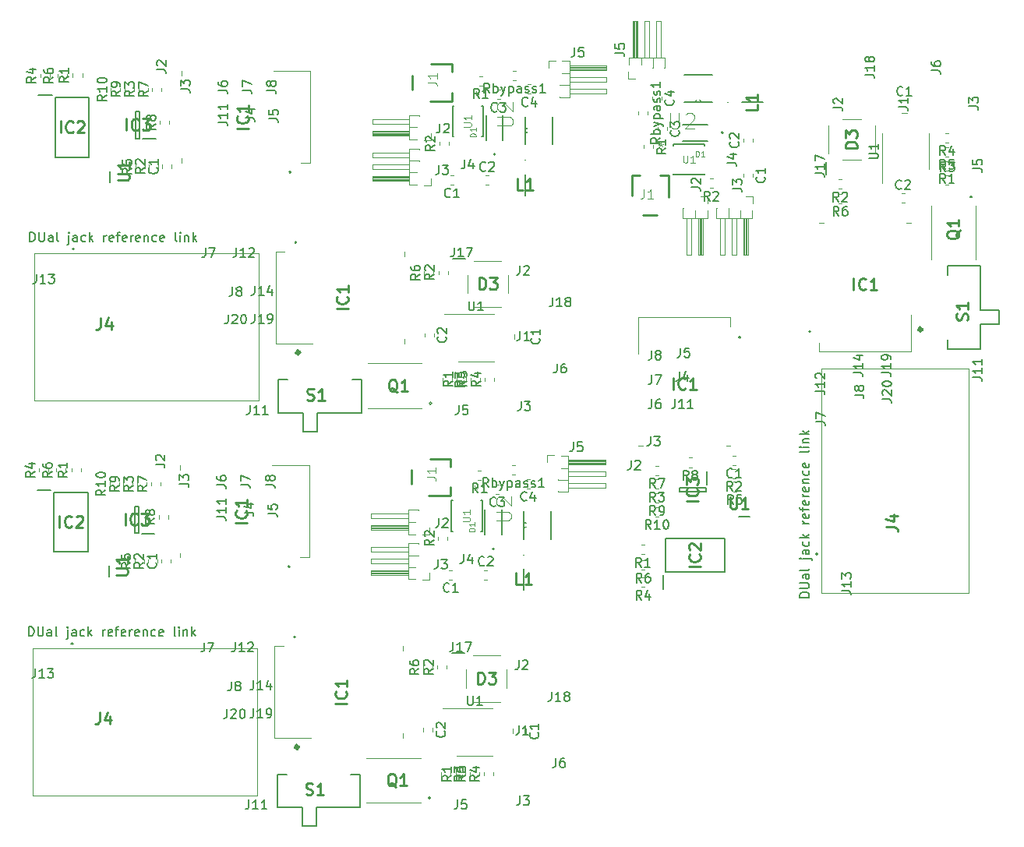
<source format=gbr>
G04 #@! TF.GenerationSoftware,KiCad,Pcbnew,(5.1.4)-1*
G04 #@! TF.CreationDate,2020-04-09T13:39:23+02:00*
G04 #@! TF.ProjectId,output.sky_panel_03_kits,6f757470-7574-42e7-936b-795f70616e65,rev?*
G04 #@! TF.SameCoordinates,Original*
G04 #@! TF.FileFunction,Legend,Top*
G04 #@! TF.FilePolarity,Positive*
%FSLAX46Y46*%
G04 Gerber Fmt 4.6, Leading zero omitted, Abs format (unit mm)*
G04 Created by KiCad (PCBNEW (5.1.4)-1) date 2020-04-09 13:39:23*
%MOMM*%
%LPD*%
G04 APERTURE LIST*
%ADD10C,0.120000*%
%ADD11C,0.100000*%
%ADD12C,0.200000*%
%ADD13C,0.400000*%
%ADD14C,0.152400*%
%ADD15C,0.254000*%
%ADD16C,0.127000*%
%ADD17C,0.150000*%
%ADD18C,0.015000*%
G04 APERTURE END LIST*
D10*
X199171267Y-118215000D02*
X198828733Y-118215000D01*
X199171267Y-119235000D02*
X198828733Y-119235000D01*
D11*
X196995000Y-104570000D02*
X196995000Y-100570000D01*
X196995000Y-100570000D02*
X206995000Y-100570000D01*
X206995000Y-100570000D02*
X206995000Y-101570000D01*
X197495000Y-114570000D02*
X196995000Y-114570000D01*
X206495000Y-114570000D02*
X206995000Y-114570000D01*
D12*
X207895000Y-102770000D02*
X207895000Y-102770000D01*
X208095000Y-102770000D02*
X208095000Y-102770000D01*
X208095000Y-102770000D02*
G75*
G02X207895000Y-102770000I-100000J0D01*
G01*
X207895000Y-102770000D02*
G75*
G02X208095000Y-102770000I100000J0D01*
G01*
X199905000Y-128290000D02*
X199905000Y-124590000D01*
X199905000Y-124590000D02*
X206405000Y-124590000D01*
X206405000Y-124590000D02*
X206405000Y-128290000D01*
X206405000Y-128290000D02*
X199905000Y-128290000D01*
X199655000Y-130115000D02*
X199655000Y-128640000D01*
D10*
X207596267Y-118490000D02*
X207253733Y-118490000D01*
X207596267Y-119510000D02*
X207253733Y-119510000D01*
D12*
X204335000Y-119110000D02*
X204335000Y-119510000D01*
X204335000Y-119510000D02*
X201435000Y-119510000D01*
X201435000Y-119510000D02*
X201435000Y-119110000D01*
X201435000Y-119110000D02*
X204335000Y-119110000D01*
X204385000Y-117360000D02*
X204385000Y-118760000D01*
D10*
X207546267Y-115640000D02*
X207203733Y-115640000D01*
X207546267Y-116660000D02*
X207203733Y-116660000D01*
X197641267Y-125340000D02*
X197298733Y-125340000D01*
X197641267Y-126360000D02*
X197298733Y-126360000D01*
X207546267Y-117065000D02*
X207203733Y-117065000D01*
X207546267Y-118085000D02*
X207203733Y-118085000D01*
X197671267Y-127020000D02*
X197328733Y-127020000D01*
X197671267Y-128040000D02*
X197328733Y-128040000D01*
X219096267Y-87165000D02*
X218753733Y-87165000D01*
X219096267Y-88185000D02*
X218753733Y-88185000D01*
X199171267Y-116715000D02*
X198828733Y-116715000D01*
X199171267Y-117735000D02*
X198828733Y-117735000D01*
X199171267Y-119715000D02*
X198828733Y-119715000D01*
X199171267Y-120735000D02*
X198828733Y-120735000D01*
X202771267Y-115865000D02*
X202428733Y-115865000D01*
X202771267Y-116885000D02*
X202428733Y-116885000D01*
X230676267Y-83615000D02*
X230333733Y-83615000D01*
X230676267Y-84635000D02*
X230333733Y-84635000D01*
D12*
X230565000Y-95015000D02*
X230565000Y-96015000D01*
X230565000Y-104015000D02*
X230565000Y-103015000D01*
X230565000Y-104015000D02*
X234165000Y-104015000D01*
X234165000Y-104015000D02*
X234165000Y-101315000D01*
X234165000Y-101315000D02*
X236165000Y-101315000D01*
X236165000Y-101315000D02*
X236165000Y-99815000D01*
X236165000Y-99815000D02*
X234165000Y-99815000D01*
X234165000Y-99815000D02*
X234165000Y-95015000D01*
X234165000Y-95015000D02*
X230565000Y-95015000D01*
D13*
X227769150Y-101914000D02*
G75*
G03X227769150Y-101914000I-164150J0D01*
G01*
D11*
X226615000Y-100345000D02*
X226615000Y-104345000D01*
X226615000Y-104345000D02*
X216615000Y-104345000D01*
X216615000Y-104345000D02*
X216615000Y-103345000D01*
X226115000Y-90345000D02*
X226615000Y-90345000D01*
X217115000Y-90345000D02*
X216615000Y-90345000D01*
D12*
X215715000Y-102145000D02*
X215715000Y-102145000D01*
X215515000Y-102145000D02*
X215515000Y-102145000D01*
X215515000Y-102145000D02*
G75*
G02X215715000Y-102145000I100000J0D01*
G01*
X215715000Y-102145000D02*
G75*
G02X215515000Y-102145000I-100000J0D01*
G01*
D10*
X230348733Y-86215000D02*
X230691267Y-86215000D01*
X230348733Y-85195000D02*
X230691267Y-85195000D01*
X225613748Y-77005000D02*
X226136252Y-77005000D01*
X225613748Y-78425000D02*
X226136252Y-78425000D01*
X219081267Y-85625000D02*
X218738733Y-85625000D01*
X219081267Y-86645000D02*
X218738733Y-86645000D01*
X230676267Y-82085000D02*
X230333733Y-82085000D01*
X230676267Y-83105000D02*
X230333733Y-83105000D01*
D11*
X232845000Y-106175000D02*
X232845000Y-130575000D01*
X232845000Y-130575000D02*
X216845000Y-130575000D01*
X216845000Y-130575000D02*
X216845000Y-106175000D01*
X216845000Y-106175000D02*
X232845000Y-106175000D01*
D12*
X216345000Y-126225000D02*
X216345000Y-126225000D01*
X216345000Y-126425000D02*
X216345000Y-126425000D01*
X216345000Y-126425000D02*
G75*
G03X216345000Y-126225000I0J100000D01*
G01*
X216345000Y-126225000D02*
G75*
G03X216345000Y-126425000I0J-100000D01*
G01*
D10*
X230681267Y-80585000D02*
X230338733Y-80585000D01*
X230681267Y-81605000D02*
X230338733Y-81605000D01*
D11*
X233665000Y-88460000D02*
X233665000Y-94350000D01*
X228765000Y-88460000D02*
X228765000Y-94350000D01*
D12*
X233015000Y-87505000D02*
X233015000Y-87505000D01*
X233215000Y-87505000D02*
X233215000Y-87505000D01*
X233215000Y-87505000D02*
G75*
G03X233015000Y-87505000I-100000J0D01*
G01*
X233015000Y-87505000D02*
G75*
G03X233215000Y-87505000I100000J0D01*
G01*
D10*
X199171267Y-121215000D02*
X198828733Y-121215000D01*
X199171267Y-122235000D02*
X198828733Y-122235000D01*
X225543733Y-88165000D02*
X225886267Y-88165000D01*
X225543733Y-87145000D02*
X225886267Y-87145000D01*
X199065000Y-79953733D02*
X199065000Y-80296267D01*
X200085000Y-79953733D02*
X200085000Y-80296267D01*
X196965000Y-78203733D02*
X196965000Y-78546267D01*
X197985000Y-78203733D02*
X197985000Y-78546267D01*
D14*
X204151400Y-81926000D02*
X204151400Y-81773600D01*
X200798600Y-84974000D02*
X200798600Y-85126400D01*
X200798600Y-85126400D02*
X204151400Y-85126400D01*
X204151400Y-85126400D02*
X204151400Y-84974000D01*
X204151400Y-81773600D02*
X200798600Y-81773600D01*
X200798600Y-81773600D02*
X200798600Y-81926000D01*
D10*
X198465000Y-76603733D02*
X198465000Y-76946267D01*
X199485000Y-76603733D02*
X199485000Y-76946267D01*
X208365000Y-85003733D02*
X208365000Y-85346267D01*
X209385000Y-85003733D02*
X209385000Y-85346267D01*
D12*
X210525000Y-77250000D02*
X208225000Y-77250000D01*
D15*
X196275000Y-85200000D02*
X196275000Y-87413000D01*
X200275000Y-85200000D02*
X200275000Y-87547000D01*
X197508000Y-89450000D02*
X198997000Y-89450000D01*
X196275000Y-85200000D02*
X197130000Y-85200000D01*
X200275000Y-85200000D02*
X199375000Y-85200000D01*
D10*
X223425000Y-82575000D02*
X223425000Y-86025000D01*
X223425000Y-82575000D02*
X223425000Y-80625000D01*
X228545000Y-82575000D02*
X228545000Y-84525000D01*
X228545000Y-82575000D02*
X228545000Y-80625000D01*
D16*
X201825000Y-81450000D02*
X204525000Y-81450000D01*
D12*
X206175000Y-80550000D02*
G75*
G03X206175000Y-80550000I-100000J0D01*
G01*
D16*
X204525000Y-79650000D02*
X201825000Y-79650000D01*
D10*
X197565000Y-81878733D02*
X197565000Y-82221267D01*
X198585000Y-81878733D02*
X198585000Y-82221267D01*
X209385000Y-81546267D02*
X209385000Y-81203733D01*
X208365000Y-81546267D02*
X208365000Y-81203733D01*
D14*
X206675000Y-77240000D02*
X206675000Y-77240000D01*
X204973600Y-74251400D02*
X201976400Y-74251400D01*
X201976400Y-77248600D02*
X203170200Y-77248600D01*
X203170200Y-77248600D02*
X203779800Y-77248600D01*
X203779800Y-77248600D02*
X204973600Y-77248600D01*
X203170200Y-77248600D02*
G75*
G02X203271800Y-77020000I307522J201D01*
G01*
X203678200Y-77020000D02*
G75*
G02X203779800Y-77248600I-205922J-228399D01*
G01*
D10*
X205071267Y-85540000D02*
X204728733Y-85540000D01*
X205071267Y-86560000D02*
X204728733Y-86560000D01*
X209435000Y-87490000D02*
X209435000Y-88250000D01*
X208675000Y-87490000D02*
X209435000Y-87490000D01*
X205875000Y-93810000D02*
X205875000Y-89810000D01*
X206395000Y-93810000D02*
X205875000Y-93810000D01*
X206395000Y-89810000D02*
X206395000Y-93810000D01*
X206785323Y-88690000D02*
X206754677Y-88690000D01*
X206770000Y-88690000D02*
X206770000Y-89810000D01*
X207145000Y-93810000D02*
X207145000Y-89810000D01*
X207665000Y-93810000D02*
X207145000Y-93810000D01*
X207665000Y-89810000D02*
X207665000Y-93810000D01*
X208040000Y-89010000D02*
X208040000Y-89810000D01*
X208515000Y-89810000D02*
X208515000Y-93810000D01*
X208635000Y-89810000D02*
X208635000Y-93810000D01*
X208755000Y-89810000D02*
X208755000Y-93810000D01*
X208875000Y-89810000D02*
X208875000Y-93810000D01*
X208415000Y-93810000D02*
X208415000Y-89810000D01*
X208935000Y-93810000D02*
X208415000Y-93810000D01*
X208935000Y-89810000D02*
X208935000Y-93810000D01*
X205440000Y-88690000D02*
X205515323Y-88690000D01*
X205440000Y-89810000D02*
X205440000Y-88690000D01*
X209370000Y-89810000D02*
X205440000Y-89810000D01*
X209370000Y-89010000D02*
X209370000Y-89810000D01*
X197671267Y-128890000D02*
X197328733Y-128890000D01*
X197671267Y-129910000D02*
X197328733Y-129910000D01*
D12*
X217390000Y-85070000D02*
X217390000Y-83720000D01*
D11*
X219165000Y-83495000D02*
X221165000Y-83495000D01*
X221165000Y-79095000D02*
X219165000Y-79095000D01*
X222690000Y-82795000D02*
X222690000Y-79795000D01*
X217640000Y-82795000D02*
X217640000Y-79795000D01*
D10*
X204535000Y-87490000D02*
X204535000Y-88250000D01*
X203775000Y-87490000D02*
X204535000Y-87490000D01*
X202245000Y-93810000D02*
X202245000Y-89810000D01*
X202765000Y-93810000D02*
X202245000Y-93810000D01*
X202765000Y-89810000D02*
X202765000Y-93810000D01*
X203140000Y-89010000D02*
X203140000Y-89810000D01*
X203615000Y-89810000D02*
X203615000Y-93810000D01*
X203735000Y-89810000D02*
X203735000Y-93810000D01*
X203855000Y-89810000D02*
X203855000Y-93810000D01*
X203975000Y-89810000D02*
X203975000Y-93810000D01*
X203515000Y-93810000D02*
X203515000Y-89810000D01*
X204035000Y-93810000D02*
X203515000Y-93810000D01*
X204035000Y-89810000D02*
X204035000Y-93810000D01*
X201810000Y-88690000D02*
X201885323Y-88690000D01*
X201810000Y-89810000D02*
X201810000Y-88690000D01*
X204470000Y-89810000D02*
X201810000Y-89810000D01*
X204470000Y-89010000D02*
X204470000Y-89810000D01*
X195875000Y-74710000D02*
X195875000Y-73950000D01*
X196635000Y-74710000D02*
X195875000Y-74710000D01*
X199435000Y-68390000D02*
X199435000Y-72390000D01*
X198915000Y-68390000D02*
X199435000Y-68390000D01*
X198915000Y-72390000D02*
X198915000Y-68390000D01*
X198524677Y-73510000D02*
X198555323Y-73510000D01*
X198540000Y-73510000D02*
X198540000Y-72390000D01*
X198165000Y-68390000D02*
X198165000Y-72390000D01*
X197645000Y-68390000D02*
X198165000Y-68390000D01*
X197645000Y-72390000D02*
X197645000Y-68390000D01*
X197270000Y-73190000D02*
X197270000Y-72390000D01*
X196795000Y-72390000D02*
X196795000Y-68390000D01*
X196675000Y-72390000D02*
X196675000Y-68390000D01*
X196555000Y-72390000D02*
X196555000Y-68390000D01*
X196435000Y-72390000D02*
X196435000Y-68390000D01*
X196895000Y-68390000D02*
X196895000Y-72390000D01*
X196375000Y-68390000D02*
X196895000Y-68390000D01*
X196375000Y-72390000D02*
X196375000Y-68390000D01*
X199870000Y-73510000D02*
X199794677Y-73510000D01*
X199870000Y-72390000D02*
X199870000Y-73510000D01*
X195940000Y-72390000D02*
X199870000Y-72390000D01*
X195940000Y-73190000D02*
X195940000Y-72390000D01*
D12*
X209100000Y-122300000D02*
X207900000Y-122300000D01*
X159130000Y-84720000D02*
G75*
G02X159130000Y-84920000I0J-100000D01*
G01*
X159130000Y-84920000D02*
G75*
G02X159130000Y-84720000I0J100000D01*
G01*
X159130000Y-84920000D02*
X159130000Y-84920000D01*
X159130000Y-84720000D02*
X159130000Y-84720000D01*
D11*
X147330000Y-83320000D02*
X147330000Y-83820000D01*
X147330000Y-74320000D02*
X147330000Y-73820000D01*
X161330000Y-83820000D02*
X160330000Y-83820000D01*
X161330000Y-73820000D02*
X161330000Y-83820000D01*
X157330000Y-73820000D02*
X161330000Y-73820000D01*
D12*
X131785000Y-76480000D02*
X133260000Y-76480000D01*
X133610000Y-83230000D02*
X133610000Y-76730000D01*
X137310000Y-83230000D02*
X133610000Y-83230000D01*
X137310000Y-76730000D02*
X137310000Y-83230000D01*
X133610000Y-76730000D02*
X137310000Y-76730000D01*
D10*
X145240000Y-84371267D02*
X145240000Y-84028733D01*
X146260000Y-84371267D02*
X146260000Y-84028733D01*
D12*
X144540000Y-81210000D02*
X143140000Y-81210000D01*
X142790000Y-78260000D02*
X142790000Y-81160000D01*
X142390000Y-78260000D02*
X142790000Y-78260000D01*
X142390000Y-81160000D02*
X142390000Y-78260000D01*
X142790000Y-81160000D02*
X142390000Y-81160000D01*
D10*
X135540000Y-74466267D02*
X135540000Y-74123733D01*
X136560000Y-74466267D02*
X136560000Y-74123733D01*
X143815000Y-84371267D02*
X143815000Y-84028733D01*
X144835000Y-84371267D02*
X144835000Y-84028733D01*
X142665000Y-75996267D02*
X142665000Y-75653733D01*
X143685000Y-75996267D02*
X143685000Y-75653733D01*
X142390000Y-84421267D02*
X142390000Y-84078733D01*
X143410000Y-84421267D02*
X143410000Y-84078733D01*
X133860000Y-74496267D02*
X133860000Y-74153733D01*
X134880000Y-74496267D02*
X134880000Y-74153733D01*
X144165000Y-75996267D02*
X144165000Y-75653733D01*
X145185000Y-75996267D02*
X145185000Y-75653733D01*
X141165000Y-75996267D02*
X141165000Y-75653733D01*
X142185000Y-75996267D02*
X142185000Y-75653733D01*
D13*
X160150150Y-104430000D02*
G75*
G03X160150150Y-104430000I-164150J0D01*
G01*
D12*
X166885000Y-110990000D02*
X166885000Y-107390000D01*
X162085000Y-110990000D02*
X166885000Y-110990000D01*
X162085000Y-112990000D02*
X162085000Y-110990000D01*
X160585000Y-112990000D02*
X162085000Y-112990000D01*
X160585000Y-110990000D02*
X160585000Y-112990000D01*
X157885000Y-110990000D02*
X160585000Y-110990000D01*
X157885000Y-107390000D02*
X157885000Y-110990000D01*
X157885000Y-107390000D02*
X158885000Y-107390000D01*
X166885000Y-107390000D02*
X165885000Y-107390000D01*
D10*
X183475000Y-102438748D02*
X183475000Y-102961252D01*
X184895000Y-102438748D02*
X184895000Y-102961252D01*
X175255000Y-95906267D02*
X175255000Y-95563733D01*
X176275000Y-95906267D02*
X176275000Y-95563733D01*
X178795000Y-107501267D02*
X178795000Y-107158733D01*
X179815000Y-107501267D02*
X179815000Y-107158733D01*
X173715000Y-95921267D02*
X173715000Y-95578733D01*
X174735000Y-95921267D02*
X174735000Y-95578733D01*
D12*
X159755000Y-92540000D02*
G75*
G02X159755000Y-92340000I0J100000D01*
G01*
X159755000Y-92340000D02*
G75*
G02X159755000Y-92540000I0J-100000D01*
G01*
X159755000Y-92340000D02*
X159755000Y-92340000D01*
X159755000Y-92540000D02*
X159755000Y-92540000D01*
D11*
X171555000Y-93940000D02*
X171555000Y-93440000D01*
X171555000Y-102940000D02*
X171555000Y-103440000D01*
X157555000Y-93440000D02*
X158555000Y-93440000D01*
X157555000Y-103440000D02*
X157555000Y-93440000D01*
X161555000Y-103440000D02*
X157555000Y-103440000D01*
D10*
X176705000Y-107173733D02*
X176705000Y-107516267D01*
X175685000Y-107173733D02*
X175685000Y-107516267D01*
D12*
X135675000Y-93170000D02*
G75*
G03X135475000Y-93170000I-100000J0D01*
G01*
X135475000Y-93170000D02*
G75*
G03X135675000Y-93170000I100000J0D01*
G01*
X135475000Y-93170000D02*
X135475000Y-93170000D01*
X135675000Y-93170000D02*
X135675000Y-93170000D01*
D11*
X155725000Y-93670000D02*
X155725000Y-109670000D01*
X131325000Y-93670000D02*
X155725000Y-93670000D01*
X131325000Y-109670000D02*
X131325000Y-93670000D01*
X155725000Y-109670000D02*
X131325000Y-109670000D01*
D10*
X177265000Y-107501267D02*
X177265000Y-107158733D01*
X178285000Y-107501267D02*
X178285000Y-107158733D01*
X145015000Y-79596267D02*
X145015000Y-79253733D01*
X146035000Y-79596267D02*
X146035000Y-79253733D01*
X180295000Y-107506267D02*
X180295000Y-107163733D01*
X181315000Y-107506267D02*
X181315000Y-107163733D01*
D12*
X174395000Y-109840000D02*
G75*
G03X174395000Y-110040000I0J-100000D01*
G01*
X174395000Y-110040000D02*
G75*
G03X174395000Y-109840000I0J100000D01*
G01*
X174395000Y-110040000D02*
X174395000Y-110040000D01*
X174395000Y-109840000D02*
X174395000Y-109840000D01*
D11*
X173440000Y-105590000D02*
X167550000Y-105590000D01*
X173440000Y-110490000D02*
X167550000Y-110490000D01*
D10*
X139665000Y-75996267D02*
X139665000Y-75653733D01*
X140685000Y-75996267D02*
X140685000Y-75653733D01*
X174755000Y-102368733D02*
X174755000Y-102711267D01*
X173735000Y-102368733D02*
X173735000Y-102711267D01*
X131990000Y-74496267D02*
X131990000Y-74153733D01*
X133010000Y-74496267D02*
X133010000Y-74153733D01*
X179325000Y-105370000D02*
X181275000Y-105370000D01*
X179325000Y-105370000D02*
X177375000Y-105370000D01*
X179325000Y-100250000D02*
X181275000Y-100250000D01*
X179325000Y-100250000D02*
X175875000Y-100250000D01*
D12*
X139600000Y-85925000D02*
X139600000Y-84725000D01*
D11*
X179105000Y-94465000D02*
X182105000Y-94465000D01*
X179105000Y-99515000D02*
X182105000Y-99515000D01*
X182805000Y-97990000D02*
X182805000Y-95990000D01*
X178405000Y-95990000D02*
X178405000Y-97990000D01*
D12*
X176830000Y-94215000D02*
X178180000Y-94215000D01*
D10*
X185296267Y-76310000D02*
X184953733Y-76310000D01*
X185296267Y-75290000D02*
X184953733Y-75290000D01*
X176896267Y-86210000D02*
X176553733Y-86210000D01*
X176896267Y-85190000D02*
X176553733Y-85190000D01*
X180353733Y-85190000D02*
X180696267Y-85190000D01*
X180353733Y-86210000D02*
X180696267Y-86210000D01*
X181946267Y-76910000D02*
X181603733Y-76910000D01*
X181946267Y-75890000D02*
X181603733Y-75890000D01*
D16*
X182250000Y-81350000D02*
X182250000Y-78650000D01*
D12*
X181450000Y-82900000D02*
G75*
G03X181450000Y-82900000I-100000J0D01*
G01*
D16*
X180450000Y-78650000D02*
X180450000Y-81350000D01*
D10*
X172890000Y-86195000D02*
X172090000Y-86195000D01*
X172090000Y-86195000D02*
X172090000Y-82265000D01*
X172090000Y-82265000D02*
X173210000Y-82265000D01*
X173210000Y-82265000D02*
X173210000Y-82340323D01*
X172090000Y-85760000D02*
X168090000Y-85760000D01*
X168090000Y-85760000D02*
X168090000Y-85240000D01*
X168090000Y-85240000D02*
X172090000Y-85240000D01*
X172090000Y-85700000D02*
X168090000Y-85700000D01*
X172090000Y-85580000D02*
X168090000Y-85580000D01*
X172090000Y-85460000D02*
X168090000Y-85460000D01*
X172090000Y-85340000D02*
X168090000Y-85340000D01*
X172890000Y-84865000D02*
X172090000Y-84865000D01*
X172090000Y-84490000D02*
X168090000Y-84490000D01*
X168090000Y-84490000D02*
X168090000Y-83970000D01*
X168090000Y-83970000D02*
X172090000Y-83970000D01*
X173210000Y-83595000D02*
X172090000Y-83595000D01*
X173210000Y-83610323D02*
X173210000Y-83579677D01*
X172090000Y-83220000D02*
X168090000Y-83220000D01*
X168090000Y-83220000D02*
X168090000Y-82700000D01*
X168090000Y-82700000D02*
X172090000Y-82700000D01*
X174410000Y-85500000D02*
X174410000Y-86260000D01*
X174410000Y-86260000D02*
X173650000Y-86260000D01*
X180021267Y-75410000D02*
X179678733Y-75410000D01*
X180021267Y-74390000D02*
X179678733Y-74390000D01*
X183696267Y-74810000D02*
X183353733Y-74810000D01*
X183696267Y-73790000D02*
X183353733Y-73790000D01*
D14*
X180126400Y-77623600D02*
X179974000Y-77623600D01*
X180126400Y-80976400D02*
X180126400Y-77623600D01*
X176773600Y-80976400D02*
X176926000Y-80976400D01*
X176773600Y-77623600D02*
X176773600Y-80976400D01*
X176926000Y-77623600D02*
X176773600Y-77623600D01*
X179974000Y-80976400D02*
X180126400Y-80976400D01*
X184880000Y-80503200D02*
G75*
G02X184651400Y-80604800I-228399J205922D01*
G01*
X184651400Y-79995200D02*
G75*
G02X184880000Y-80096800I201J-307522D01*
G01*
X184651400Y-80604800D02*
X184651400Y-81798600D01*
X184651400Y-79995200D02*
X184651400Y-80604800D01*
X184651400Y-78801400D02*
X184651400Y-79995200D01*
X187648600Y-81798600D02*
X187648600Y-78801400D01*
X184660000Y-83500000D02*
X184660000Y-83500000D01*
D15*
X176700000Y-77100000D02*
X176700000Y-76200000D01*
X176700000Y-73100000D02*
X176700000Y-73955000D01*
X172450000Y-74333000D02*
X172450000Y-75822000D01*
X176700000Y-77100000D02*
X174353000Y-77100000D01*
X176700000Y-73100000D02*
X174487000Y-73100000D01*
D12*
X184650000Y-87350000D02*
X184650000Y-85050000D01*
D10*
X172890000Y-81295000D02*
X172090000Y-81295000D01*
X172090000Y-81295000D02*
X172090000Y-78635000D01*
X172090000Y-78635000D02*
X173210000Y-78635000D01*
X173210000Y-78635000D02*
X173210000Y-78710323D01*
X172090000Y-80860000D02*
X168090000Y-80860000D01*
X168090000Y-80860000D02*
X168090000Y-80340000D01*
X168090000Y-80340000D02*
X172090000Y-80340000D01*
X172090000Y-80800000D02*
X168090000Y-80800000D01*
X172090000Y-80680000D02*
X168090000Y-80680000D01*
X172090000Y-80560000D02*
X168090000Y-80560000D01*
X172090000Y-80440000D02*
X168090000Y-80440000D01*
X172890000Y-79965000D02*
X172090000Y-79965000D01*
X172090000Y-79590000D02*
X168090000Y-79590000D01*
X168090000Y-79590000D02*
X168090000Y-79070000D01*
X168090000Y-79070000D02*
X172090000Y-79070000D01*
X174410000Y-80600000D02*
X174410000Y-81360000D01*
X174410000Y-81360000D02*
X173650000Y-81360000D01*
X188710000Y-72765000D02*
X189510000Y-72765000D01*
X189510000Y-72765000D02*
X189510000Y-76695000D01*
X189510000Y-76695000D02*
X188390000Y-76695000D01*
X188390000Y-76695000D02*
X188390000Y-76619677D01*
X189510000Y-73200000D02*
X193510000Y-73200000D01*
X193510000Y-73200000D02*
X193510000Y-73720000D01*
X193510000Y-73720000D02*
X189510000Y-73720000D01*
X189510000Y-73260000D02*
X193510000Y-73260000D01*
X189510000Y-73380000D02*
X193510000Y-73380000D01*
X189510000Y-73500000D02*
X193510000Y-73500000D01*
X189510000Y-73620000D02*
X193510000Y-73620000D01*
X188710000Y-74095000D02*
X189510000Y-74095000D01*
X189510000Y-74470000D02*
X193510000Y-74470000D01*
X193510000Y-74470000D02*
X193510000Y-74990000D01*
X193510000Y-74990000D02*
X189510000Y-74990000D01*
X188390000Y-75365000D02*
X189510000Y-75365000D01*
X188390000Y-75349677D02*
X188390000Y-75380323D01*
X189510000Y-75740000D02*
X193510000Y-75740000D01*
X193510000Y-75740000D02*
X193510000Y-76260000D01*
X193510000Y-76260000D02*
X189510000Y-76260000D01*
X187190000Y-73460000D02*
X187190000Y-72700000D01*
X187190000Y-72700000D02*
X187950000Y-72700000D01*
X175340000Y-81896267D02*
X175340000Y-81553733D01*
X176360000Y-81896267D02*
X176360000Y-81553733D01*
D11*
X173315000Y-153365000D02*
X167425000Y-153365000D01*
X173315000Y-148465000D02*
X167425000Y-148465000D01*
D12*
X174270000Y-152715000D02*
X174270000Y-152715000D01*
X174270000Y-152915000D02*
X174270000Y-152915000D01*
X174270000Y-152915000D02*
G75*
G03X174270000Y-152715000I0J100000D01*
G01*
X174270000Y-152715000D02*
G75*
G03X174270000Y-152915000I0J-100000D01*
G01*
D11*
X155600000Y-152545000D02*
X131200000Y-152545000D01*
X131200000Y-152545000D02*
X131200000Y-136545000D01*
X131200000Y-136545000D02*
X155600000Y-136545000D01*
X155600000Y-136545000D02*
X155600000Y-152545000D01*
D12*
X135550000Y-136045000D02*
X135550000Y-136045000D01*
X135350000Y-136045000D02*
X135350000Y-136045000D01*
X135350000Y-136045000D02*
G75*
G03X135550000Y-136045000I100000J0D01*
G01*
X135550000Y-136045000D02*
G75*
G03X135350000Y-136045000I-100000J0D01*
G01*
D11*
X161430000Y-146315000D02*
X157430000Y-146315000D01*
X157430000Y-146315000D02*
X157430000Y-136315000D01*
X157430000Y-136315000D02*
X158430000Y-136315000D01*
X171430000Y-145815000D02*
X171430000Y-146315000D01*
X171430000Y-136815000D02*
X171430000Y-136315000D01*
D12*
X159630000Y-135415000D02*
X159630000Y-135415000D01*
X159630000Y-135215000D02*
X159630000Y-135215000D01*
X159630000Y-135215000D02*
G75*
G02X159630000Y-135415000I0J-100000D01*
G01*
X159630000Y-135415000D02*
G75*
G02X159630000Y-135215000I0J100000D01*
G01*
D10*
X175560000Y-150048733D02*
X175560000Y-150391267D01*
X176580000Y-150048733D02*
X176580000Y-150391267D01*
X176150000Y-138781267D02*
X176150000Y-138438733D01*
X175130000Y-138781267D02*
X175130000Y-138438733D01*
X178160000Y-150376267D02*
X178160000Y-150033733D01*
X177140000Y-150376267D02*
X177140000Y-150033733D01*
X174610000Y-138796267D02*
X174610000Y-138453733D01*
X173590000Y-138796267D02*
X173590000Y-138453733D01*
X179690000Y-150376267D02*
X179690000Y-150033733D01*
X178670000Y-150376267D02*
X178670000Y-150033733D01*
X181190000Y-150381267D02*
X181190000Y-150038733D01*
X180170000Y-150381267D02*
X180170000Y-150038733D01*
X184770000Y-145313748D02*
X184770000Y-145836252D01*
X183350000Y-145313748D02*
X183350000Y-145836252D01*
D12*
X176705000Y-137090000D02*
X178055000Y-137090000D01*
D11*
X178280000Y-138865000D02*
X178280000Y-140865000D01*
X182680000Y-140865000D02*
X182680000Y-138865000D01*
X178980000Y-142390000D02*
X181980000Y-142390000D01*
X178980000Y-137340000D02*
X181980000Y-137340000D01*
D12*
X166760000Y-150265000D02*
X165760000Y-150265000D01*
X157760000Y-150265000D02*
X158760000Y-150265000D01*
X157760000Y-150265000D02*
X157760000Y-153865000D01*
X157760000Y-153865000D02*
X160460000Y-153865000D01*
X160460000Y-153865000D02*
X160460000Y-155865000D01*
X160460000Y-155865000D02*
X161960000Y-155865000D01*
X161960000Y-155865000D02*
X161960000Y-153865000D01*
X161960000Y-153865000D02*
X166760000Y-153865000D01*
X166760000Y-153865000D02*
X166760000Y-150265000D01*
D13*
X160025150Y-147305000D02*
G75*
G03X160025150Y-147305000I-164150J0D01*
G01*
D10*
X179200000Y-143125000D02*
X175750000Y-143125000D01*
X179200000Y-143125000D02*
X181150000Y-143125000D01*
X179200000Y-148245000D02*
X177250000Y-148245000D01*
X179200000Y-148245000D02*
X181150000Y-148245000D01*
X173610000Y-145243733D02*
X173610000Y-145586267D01*
X174630000Y-145243733D02*
X174630000Y-145586267D01*
D12*
X139475000Y-128800000D02*
X139475000Y-127600000D01*
D10*
X140560000Y-118871267D02*
X140560000Y-118528733D01*
X139540000Y-118871267D02*
X139540000Y-118528733D01*
X142060000Y-118871267D02*
X142060000Y-118528733D01*
X141040000Y-118871267D02*
X141040000Y-118528733D01*
X145910000Y-122471267D02*
X145910000Y-122128733D01*
X144890000Y-122471267D02*
X144890000Y-122128733D01*
X145060000Y-118871267D02*
X145060000Y-118528733D01*
X144040000Y-118871267D02*
X144040000Y-118528733D01*
X134755000Y-117371267D02*
X134755000Y-117028733D01*
X133735000Y-117371267D02*
X133735000Y-117028733D01*
X143285000Y-127296267D02*
X143285000Y-126953733D01*
X142265000Y-127296267D02*
X142265000Y-126953733D01*
X132885000Y-117371267D02*
X132885000Y-117028733D01*
X131865000Y-117371267D02*
X131865000Y-117028733D01*
X143560000Y-118871267D02*
X143560000Y-118528733D01*
X142540000Y-118871267D02*
X142540000Y-118528733D01*
X144710000Y-127246267D02*
X144710000Y-126903733D01*
X143690000Y-127246267D02*
X143690000Y-126903733D01*
X136435000Y-117341267D02*
X136435000Y-116998733D01*
X135415000Y-117341267D02*
X135415000Y-116998733D01*
D12*
X142665000Y-124035000D02*
X142265000Y-124035000D01*
X142265000Y-124035000D02*
X142265000Y-121135000D01*
X142265000Y-121135000D02*
X142665000Y-121135000D01*
X142665000Y-121135000D02*
X142665000Y-124035000D01*
X144415000Y-124085000D02*
X143015000Y-124085000D01*
X133485000Y-119605000D02*
X137185000Y-119605000D01*
X137185000Y-119605000D02*
X137185000Y-126105000D01*
X137185000Y-126105000D02*
X133485000Y-126105000D01*
X133485000Y-126105000D02*
X133485000Y-119605000D01*
X131660000Y-119355000D02*
X133135000Y-119355000D01*
D11*
X157205000Y-116695000D02*
X161205000Y-116695000D01*
X161205000Y-116695000D02*
X161205000Y-126695000D01*
X161205000Y-126695000D02*
X160205000Y-126695000D01*
X147205000Y-117195000D02*
X147205000Y-116695000D01*
X147205000Y-126195000D02*
X147205000Y-126695000D01*
D12*
X159005000Y-127595000D02*
X159005000Y-127595000D01*
X159005000Y-127795000D02*
X159005000Y-127795000D01*
X159005000Y-127795000D02*
G75*
G02X159005000Y-127595000I0J100000D01*
G01*
X159005000Y-127595000D02*
G75*
G02X159005000Y-127795000I0J-100000D01*
G01*
D10*
X146135000Y-127246267D02*
X146135000Y-126903733D01*
X145115000Y-127246267D02*
X145115000Y-126903733D01*
X187065000Y-115575000D02*
X187825000Y-115575000D01*
X187065000Y-116335000D02*
X187065000Y-115575000D01*
X193385000Y-119135000D02*
X189385000Y-119135000D01*
X193385000Y-118615000D02*
X193385000Y-119135000D01*
X189385000Y-118615000D02*
X193385000Y-118615000D01*
X188265000Y-118224677D02*
X188265000Y-118255323D01*
X188265000Y-118240000D02*
X189385000Y-118240000D01*
X193385000Y-117865000D02*
X189385000Y-117865000D01*
X193385000Y-117345000D02*
X193385000Y-117865000D01*
X189385000Y-117345000D02*
X193385000Y-117345000D01*
X188585000Y-116970000D02*
X189385000Y-116970000D01*
X189385000Y-116495000D02*
X193385000Y-116495000D01*
X189385000Y-116375000D02*
X193385000Y-116375000D01*
X189385000Y-116255000D02*
X193385000Y-116255000D01*
X189385000Y-116135000D02*
X193385000Y-116135000D01*
X193385000Y-116595000D02*
X189385000Y-116595000D01*
X193385000Y-116075000D02*
X193385000Y-116595000D01*
X189385000Y-116075000D02*
X193385000Y-116075000D01*
X188265000Y-119570000D02*
X188265000Y-119494677D01*
X189385000Y-119570000D02*
X188265000Y-119570000D01*
X189385000Y-115640000D02*
X189385000Y-119570000D01*
X188585000Y-115640000D02*
X189385000Y-115640000D01*
D12*
X184525000Y-130225000D02*
X184525000Y-127925000D01*
D10*
X174285000Y-124235000D02*
X173525000Y-124235000D01*
X174285000Y-123475000D02*
X174285000Y-124235000D01*
X167965000Y-121945000D02*
X171965000Y-121945000D01*
X167965000Y-122465000D02*
X167965000Y-121945000D01*
X171965000Y-122465000D02*
X167965000Y-122465000D01*
X172765000Y-122840000D02*
X171965000Y-122840000D01*
X171965000Y-123315000D02*
X167965000Y-123315000D01*
X171965000Y-123435000D02*
X167965000Y-123435000D01*
X171965000Y-123555000D02*
X167965000Y-123555000D01*
X171965000Y-123675000D02*
X167965000Y-123675000D01*
X167965000Y-123215000D02*
X171965000Y-123215000D01*
X167965000Y-123735000D02*
X167965000Y-123215000D01*
X171965000Y-123735000D02*
X167965000Y-123735000D01*
X173085000Y-121510000D02*
X173085000Y-121585323D01*
X171965000Y-121510000D02*
X173085000Y-121510000D01*
X171965000Y-124170000D02*
X171965000Y-121510000D01*
X172765000Y-124170000D02*
X171965000Y-124170000D01*
D15*
X176575000Y-115975000D02*
X174362000Y-115975000D01*
X176575000Y-119975000D02*
X174228000Y-119975000D01*
X172325000Y-117208000D02*
X172325000Y-118697000D01*
X176575000Y-115975000D02*
X176575000Y-116830000D01*
X176575000Y-119975000D02*
X176575000Y-119075000D01*
D14*
X184535000Y-126375000D02*
X184535000Y-126375000D01*
X187523600Y-124673600D02*
X187523600Y-121676400D01*
X184526400Y-121676400D02*
X184526400Y-122870200D01*
X184526400Y-122870200D02*
X184526400Y-123479800D01*
X184526400Y-123479800D02*
X184526400Y-124673600D01*
X184526400Y-122870200D02*
G75*
G02X184755000Y-122971800I201J-307522D01*
G01*
X184755000Y-123378200D02*
G75*
G02X184526400Y-123479800I-228399J205922D01*
G01*
X179849000Y-123851400D02*
X180001400Y-123851400D01*
X176801000Y-120498600D02*
X176648600Y-120498600D01*
X176648600Y-120498600D02*
X176648600Y-123851400D01*
X176648600Y-123851400D02*
X176801000Y-123851400D01*
X180001400Y-123851400D02*
X180001400Y-120498600D01*
X180001400Y-120498600D02*
X179849000Y-120498600D01*
D10*
X183571267Y-116665000D02*
X183228733Y-116665000D01*
X183571267Y-117685000D02*
X183228733Y-117685000D01*
X176235000Y-124771267D02*
X176235000Y-124428733D01*
X175215000Y-124771267D02*
X175215000Y-124428733D01*
X179896267Y-117265000D02*
X179553733Y-117265000D01*
X179896267Y-118285000D02*
X179553733Y-118285000D01*
X174285000Y-129135000D02*
X173525000Y-129135000D01*
X174285000Y-128375000D02*
X174285000Y-129135000D01*
X167965000Y-125575000D02*
X171965000Y-125575000D01*
X167965000Y-126095000D02*
X167965000Y-125575000D01*
X171965000Y-126095000D02*
X167965000Y-126095000D01*
X173085000Y-126485323D02*
X173085000Y-126454677D01*
X173085000Y-126470000D02*
X171965000Y-126470000D01*
X167965000Y-126845000D02*
X171965000Y-126845000D01*
X167965000Y-127365000D02*
X167965000Y-126845000D01*
X171965000Y-127365000D02*
X167965000Y-127365000D01*
X172765000Y-127740000D02*
X171965000Y-127740000D01*
X171965000Y-128215000D02*
X167965000Y-128215000D01*
X171965000Y-128335000D02*
X167965000Y-128335000D01*
X171965000Y-128455000D02*
X167965000Y-128455000D01*
X171965000Y-128575000D02*
X167965000Y-128575000D01*
X167965000Y-128115000D02*
X171965000Y-128115000D01*
X167965000Y-128635000D02*
X167965000Y-128115000D01*
X171965000Y-128635000D02*
X167965000Y-128635000D01*
X173085000Y-125140000D02*
X173085000Y-125215323D01*
X171965000Y-125140000D02*
X173085000Y-125140000D01*
X171965000Y-129070000D02*
X171965000Y-125140000D01*
X172765000Y-129070000D02*
X171965000Y-129070000D01*
D16*
X180325000Y-121525000D02*
X180325000Y-124225000D01*
D12*
X181325000Y-125775000D02*
G75*
G03X181325000Y-125775000I-100000J0D01*
G01*
D16*
X182125000Y-124225000D02*
X182125000Y-121525000D01*
D10*
X185171267Y-118165000D02*
X184828733Y-118165000D01*
X185171267Y-119185000D02*
X184828733Y-119185000D01*
X181821267Y-118765000D02*
X181478733Y-118765000D01*
X181821267Y-119785000D02*
X181478733Y-119785000D01*
X180228733Y-129085000D02*
X180571267Y-129085000D01*
X180228733Y-128065000D02*
X180571267Y-128065000D01*
X176771267Y-128065000D02*
X176428733Y-128065000D01*
X176771267Y-129085000D02*
X176428733Y-129085000D01*
D17*
X223473380Y-109492523D02*
X224187666Y-109492523D01*
X224330523Y-109540142D01*
X224425761Y-109635380D01*
X224473380Y-109778238D01*
X224473380Y-109873476D01*
X223568619Y-109063952D02*
X223521000Y-109016333D01*
X223473380Y-108921095D01*
X223473380Y-108683000D01*
X223521000Y-108587761D01*
X223568619Y-108540142D01*
X223663857Y-108492523D01*
X223759095Y-108492523D01*
X223901952Y-108540142D01*
X224473380Y-109111571D01*
X224473380Y-108492523D01*
X223473380Y-107873476D02*
X223473380Y-107778238D01*
X223521000Y-107683000D01*
X223568619Y-107635380D01*
X223663857Y-107587761D01*
X223854333Y-107540142D01*
X224092428Y-107540142D01*
X224282904Y-107587761D01*
X224378142Y-107635380D01*
X224425761Y-107683000D01*
X224473380Y-107778238D01*
X224473380Y-107873476D01*
X224425761Y-107968714D01*
X224378142Y-108016333D01*
X224282904Y-108063952D01*
X224092428Y-108111571D01*
X223854333Y-108111571D01*
X223663857Y-108063952D01*
X223568619Y-108016333D01*
X223521000Y-107968714D01*
X223473380Y-107873476D01*
X198833333Y-120607380D02*
X198500000Y-120131190D01*
X198261904Y-120607380D02*
X198261904Y-119607380D01*
X198642857Y-119607380D01*
X198738095Y-119655000D01*
X198785714Y-119702619D01*
X198833333Y-119797857D01*
X198833333Y-119940714D01*
X198785714Y-120035952D01*
X198738095Y-120083571D01*
X198642857Y-120131190D01*
X198261904Y-120131190D01*
X199166666Y-119607380D02*
X199785714Y-119607380D01*
X199452380Y-119988333D01*
X199595238Y-119988333D01*
X199690476Y-120035952D01*
X199738095Y-120083571D01*
X199785714Y-120178809D01*
X199785714Y-120416904D01*
X199738095Y-120512142D01*
X199690476Y-120559761D01*
X199595238Y-120607380D01*
X199309523Y-120607380D01*
X199214285Y-120559761D01*
X199166666Y-120512142D01*
D15*
X200755238Y-108444523D02*
X200755238Y-107174523D01*
X202085714Y-108323571D02*
X202025238Y-108384047D01*
X201843809Y-108444523D01*
X201722857Y-108444523D01*
X201541428Y-108384047D01*
X201420476Y-108263095D01*
X201360000Y-108142142D01*
X201299523Y-107900238D01*
X201299523Y-107718809D01*
X201360000Y-107476904D01*
X201420476Y-107355952D01*
X201541428Y-107235000D01*
X201722857Y-107174523D01*
X201843809Y-107174523D01*
X202025238Y-107235000D01*
X202085714Y-107295476D01*
X203295238Y-108444523D02*
X202569523Y-108444523D01*
X202932380Y-108444523D02*
X202932380Y-107174523D01*
X202811428Y-107355952D01*
X202690476Y-107476904D01*
X202569523Y-107537380D01*
D17*
X200951477Y-109499381D02*
X200951477Y-110213667D01*
X200903858Y-110356524D01*
X200808620Y-110451762D01*
X200665762Y-110499381D01*
X200570524Y-110499381D01*
X201951477Y-110499381D02*
X201380048Y-110499381D01*
X201665762Y-110499381D02*
X201665762Y-109499381D01*
X201570524Y-109642239D01*
X201475286Y-109737477D01*
X201380048Y-109785096D01*
X202903858Y-110499381D02*
X202332429Y-110499381D01*
X202618143Y-110499381D02*
X202618143Y-109499381D01*
X202522905Y-109642239D01*
X202427667Y-109737477D01*
X202332429Y-109785096D01*
X201427667Y-106499381D02*
X201427667Y-107213667D01*
X201380048Y-107356524D01*
X201284810Y-107451762D01*
X201141953Y-107499381D01*
X201046715Y-107499381D01*
X202332429Y-106832715D02*
X202332429Y-107499381D01*
X202094334Y-106451762D02*
X201856239Y-107166048D01*
X202475286Y-107166048D01*
D15*
X203729523Y-127679761D02*
X202459523Y-127679761D01*
X203608571Y-126349285D02*
X203669047Y-126409761D01*
X203729523Y-126591190D01*
X203729523Y-126712142D01*
X203669047Y-126893571D01*
X203548095Y-127014523D01*
X203427142Y-127075000D01*
X203185238Y-127135476D01*
X203003809Y-127135476D01*
X202761904Y-127075000D01*
X202640952Y-127014523D01*
X202520000Y-126893571D01*
X202459523Y-126712142D01*
X202459523Y-126591190D01*
X202520000Y-126409761D01*
X202580476Y-126349285D01*
X202580476Y-125865476D02*
X202520000Y-125805000D01*
X202459523Y-125684047D01*
X202459523Y-125381666D01*
X202520000Y-125260714D01*
X202580476Y-125200238D01*
X202701428Y-125139761D01*
X202822380Y-125139761D01*
X203003809Y-125200238D01*
X203729523Y-125925952D01*
X203729523Y-125139761D01*
D17*
X207258333Y-120882380D02*
X206925000Y-120406190D01*
X206686904Y-120882380D02*
X206686904Y-119882380D01*
X207067857Y-119882380D01*
X207163095Y-119930000D01*
X207210714Y-119977619D01*
X207258333Y-120072857D01*
X207258333Y-120215714D01*
X207210714Y-120310952D01*
X207163095Y-120358571D01*
X207067857Y-120406190D01*
X206686904Y-120406190D01*
X208163095Y-119882380D02*
X207686904Y-119882380D01*
X207639285Y-120358571D01*
X207686904Y-120310952D01*
X207782142Y-120263333D01*
X208020238Y-120263333D01*
X208115476Y-120310952D01*
X208163095Y-120358571D01*
X208210714Y-120453809D01*
X208210714Y-120691904D01*
X208163095Y-120787142D01*
X208115476Y-120834761D01*
X208020238Y-120882380D01*
X207782142Y-120882380D01*
X207686904Y-120834761D01*
X207639285Y-120787142D01*
X198417666Y-106874380D02*
X198417666Y-107588666D01*
X198370047Y-107731523D01*
X198274809Y-107826761D01*
X198131952Y-107874380D01*
X198036714Y-107874380D01*
X198798619Y-106874380D02*
X199465285Y-106874380D01*
X199036714Y-107874380D01*
X221607380Y-74234523D02*
X222321666Y-74234523D01*
X222464523Y-74282142D01*
X222559761Y-74377380D01*
X222607380Y-74520238D01*
X222607380Y-74615476D01*
X222607380Y-73234523D02*
X222607380Y-73805952D01*
X222607380Y-73520238D02*
X221607380Y-73520238D01*
X221750238Y-73615476D01*
X221845476Y-73710714D01*
X221893095Y-73805952D01*
X222035952Y-72663095D02*
X221988333Y-72758333D01*
X221940714Y-72805952D01*
X221845476Y-72853571D01*
X221797857Y-72853571D01*
X221702619Y-72805952D01*
X221655000Y-72758333D01*
X221607380Y-72663095D01*
X221607380Y-72472619D01*
X221655000Y-72377380D01*
X221702619Y-72329761D01*
X221797857Y-72282142D01*
X221845476Y-72282142D01*
X221940714Y-72329761D01*
X221988333Y-72377380D01*
X222035952Y-72472619D01*
X222035952Y-72663095D01*
X222083571Y-72758333D01*
X222131190Y-72805952D01*
X222226428Y-72853571D01*
X222416904Y-72853571D01*
X222512142Y-72805952D01*
X222559761Y-72758333D01*
X222607380Y-72663095D01*
X222607380Y-72472619D01*
X222559761Y-72377380D01*
X222512142Y-72329761D01*
X222416904Y-72282142D01*
X222226428Y-72282142D01*
X222131190Y-72329761D01*
X222083571Y-72377380D01*
X222035952Y-72472619D01*
X201542666Y-103949380D02*
X201542666Y-104663666D01*
X201495047Y-104806523D01*
X201399809Y-104901761D01*
X201256952Y-104949380D01*
X201161714Y-104949380D01*
X202495047Y-103949380D02*
X202018857Y-103949380D01*
X201971238Y-104425571D01*
X202018857Y-104377952D01*
X202114095Y-104330333D01*
X202352190Y-104330333D01*
X202447428Y-104377952D01*
X202495047Y-104425571D01*
X202542666Y-104520809D01*
X202542666Y-104758904D01*
X202495047Y-104854142D01*
X202447428Y-104901761D01*
X202352190Y-104949380D01*
X202114095Y-104949380D01*
X202018857Y-104901761D01*
X201971238Y-104854142D01*
X198427667Y-109499381D02*
X198427667Y-110213667D01*
X198380048Y-110356524D01*
X198284810Y-110451762D01*
X198141953Y-110499381D01*
X198046715Y-110499381D01*
X199332429Y-109499381D02*
X199141953Y-109499381D01*
X199046715Y-109547001D01*
X198999096Y-109594620D01*
X198903858Y-109737477D01*
X198856239Y-109927953D01*
X198856239Y-110308905D01*
X198903858Y-110404143D01*
X198951477Y-110451762D01*
X199046715Y-110499381D01*
X199237191Y-110499381D01*
X199332429Y-110451762D01*
X199380048Y-110404143D01*
X199427667Y-110308905D01*
X199427667Y-110070810D01*
X199380048Y-109975572D01*
X199332429Y-109927953D01*
X199237191Y-109880334D01*
X199046715Y-109880334D01*
X198951477Y-109927953D01*
X198903858Y-109975572D01*
X198856239Y-110070810D01*
D15*
X203459523Y-120549761D02*
X202189523Y-120549761D01*
X203338571Y-119219285D02*
X203399047Y-119279761D01*
X203459523Y-119461190D01*
X203459523Y-119582142D01*
X203399047Y-119763571D01*
X203278095Y-119884523D01*
X203157142Y-119945000D01*
X202915238Y-120005476D01*
X202733809Y-120005476D01*
X202491904Y-119945000D01*
X202370952Y-119884523D01*
X202250000Y-119763571D01*
X202189523Y-119582142D01*
X202189523Y-119461190D01*
X202250000Y-119279761D01*
X202310476Y-119219285D01*
X202189523Y-118795952D02*
X202189523Y-118009761D01*
X202673333Y-118433095D01*
X202673333Y-118251666D01*
X202733809Y-118130714D01*
X202794285Y-118070238D01*
X202915238Y-118009761D01*
X203217619Y-118009761D01*
X203338571Y-118070238D01*
X203399047Y-118130714D01*
X203459523Y-118251666D01*
X203459523Y-118614523D01*
X203399047Y-118735476D01*
X203338571Y-118795952D01*
D17*
X207208333Y-117937142D02*
X207160714Y-117984761D01*
X207017857Y-118032380D01*
X206922619Y-118032380D01*
X206779761Y-117984761D01*
X206684523Y-117889523D01*
X206636904Y-117794285D01*
X206589285Y-117603809D01*
X206589285Y-117460952D01*
X206636904Y-117270476D01*
X206684523Y-117175238D01*
X206779761Y-117080000D01*
X206922619Y-117032380D01*
X207017857Y-117032380D01*
X207160714Y-117080000D01*
X207208333Y-117127619D01*
X208160714Y-118032380D02*
X207589285Y-118032380D01*
X207875000Y-118032380D02*
X207875000Y-117032380D01*
X207779761Y-117175238D01*
X207684523Y-117270476D01*
X207589285Y-117318095D01*
X197303333Y-127732380D02*
X196970000Y-127256190D01*
X196731904Y-127732380D02*
X196731904Y-126732380D01*
X197112857Y-126732380D01*
X197208095Y-126780000D01*
X197255714Y-126827619D01*
X197303333Y-126922857D01*
X197303333Y-127065714D01*
X197255714Y-127160952D01*
X197208095Y-127208571D01*
X197112857Y-127256190D01*
X196731904Y-127256190D01*
X198255714Y-127732380D02*
X197684285Y-127732380D01*
X197970000Y-127732380D02*
X197970000Y-126732380D01*
X197874761Y-126875238D01*
X197779523Y-126970476D01*
X197684285Y-127018095D01*
X198317666Y-113549380D02*
X198317666Y-114263666D01*
X198270047Y-114406523D01*
X198174809Y-114501761D01*
X198031952Y-114549380D01*
X197936714Y-114549380D01*
X198698619Y-113549380D02*
X199317666Y-113549380D01*
X198984333Y-113930333D01*
X199127190Y-113930333D01*
X199222428Y-113977952D01*
X199270047Y-114025571D01*
X199317666Y-114120809D01*
X199317666Y-114358904D01*
X199270047Y-114454142D01*
X199222428Y-114501761D01*
X199127190Y-114549380D01*
X198841476Y-114549380D01*
X198746238Y-114501761D01*
X198698619Y-114454142D01*
X207208333Y-119457380D02*
X206875000Y-118981190D01*
X206636904Y-119457380D02*
X206636904Y-118457380D01*
X207017857Y-118457380D01*
X207113095Y-118505000D01*
X207160714Y-118552619D01*
X207208333Y-118647857D01*
X207208333Y-118790714D01*
X207160714Y-118885952D01*
X207113095Y-118933571D01*
X207017857Y-118981190D01*
X206636904Y-118981190D01*
X207589285Y-118552619D02*
X207636904Y-118505000D01*
X207732142Y-118457380D01*
X207970238Y-118457380D01*
X208065476Y-118505000D01*
X208113095Y-118552619D01*
X208160714Y-118647857D01*
X208160714Y-118743095D01*
X208113095Y-118885952D01*
X207541666Y-119457380D01*
X208160714Y-119457380D01*
X219077380Y-130324523D02*
X219791666Y-130324523D01*
X219934523Y-130372142D01*
X220029761Y-130467380D01*
X220077380Y-130610238D01*
X220077380Y-130705476D01*
X220077380Y-129324523D02*
X220077380Y-129895952D01*
X220077380Y-129610238D02*
X219077380Y-129610238D01*
X219220238Y-129705476D01*
X219315476Y-129800714D01*
X219363095Y-129895952D01*
X219077380Y-128991190D02*
X219077380Y-128372142D01*
X219458333Y-128705476D01*
X219458333Y-128562619D01*
X219505952Y-128467380D01*
X219553571Y-128419761D01*
X219648809Y-128372142D01*
X219886904Y-128372142D01*
X219982142Y-128419761D01*
X220029761Y-128467380D01*
X220077380Y-128562619D01*
X220077380Y-128848333D01*
X220029761Y-128943571D01*
X219982142Y-128991190D01*
X197333333Y-129412380D02*
X197000000Y-128936190D01*
X196761904Y-129412380D02*
X196761904Y-128412380D01*
X197142857Y-128412380D01*
X197238095Y-128460000D01*
X197285714Y-128507619D01*
X197333333Y-128602857D01*
X197333333Y-128745714D01*
X197285714Y-128840952D01*
X197238095Y-128888571D01*
X197142857Y-128936190D01*
X196761904Y-128936190D01*
X198190476Y-128412380D02*
X198000000Y-128412380D01*
X197904761Y-128460000D01*
X197857142Y-128507619D01*
X197761904Y-128650476D01*
X197714285Y-128840952D01*
X197714285Y-129221904D01*
X197761904Y-129317142D01*
X197809523Y-129364761D01*
X197904761Y-129412380D01*
X198095238Y-129412380D01*
X198190476Y-129364761D01*
X198238095Y-129317142D01*
X198285714Y-129221904D01*
X198285714Y-128983809D01*
X198238095Y-128888571D01*
X198190476Y-128840952D01*
X198095238Y-128793333D01*
X197904761Y-128793333D01*
X197809523Y-128840952D01*
X197761904Y-128888571D01*
X197714285Y-128983809D01*
X218758333Y-89557380D02*
X218425000Y-89081190D01*
X218186904Y-89557380D02*
X218186904Y-88557380D01*
X218567857Y-88557380D01*
X218663095Y-88605000D01*
X218710714Y-88652619D01*
X218758333Y-88747857D01*
X218758333Y-88890714D01*
X218710714Y-88985952D01*
X218663095Y-89033571D01*
X218567857Y-89081190D01*
X218186904Y-89081190D01*
X219615476Y-88557380D02*
X219425000Y-88557380D01*
X219329761Y-88605000D01*
X219282142Y-88652619D01*
X219186904Y-88795476D01*
X219139285Y-88985952D01*
X219139285Y-89366904D01*
X219186904Y-89462142D01*
X219234523Y-89509761D01*
X219329761Y-89557380D01*
X219520238Y-89557380D01*
X219615476Y-89509761D01*
X219663095Y-89462142D01*
X219710714Y-89366904D01*
X219710714Y-89128809D01*
X219663095Y-89033571D01*
X219615476Y-88985952D01*
X219520238Y-88938333D01*
X219329761Y-88938333D01*
X219234523Y-88985952D01*
X219186904Y-89033571D01*
X219139285Y-89128809D01*
X198833333Y-119107380D02*
X198500000Y-118631190D01*
X198261904Y-119107380D02*
X198261904Y-118107380D01*
X198642857Y-118107380D01*
X198738095Y-118155000D01*
X198785714Y-118202619D01*
X198833333Y-118297857D01*
X198833333Y-118440714D01*
X198785714Y-118535952D01*
X198738095Y-118583571D01*
X198642857Y-118631190D01*
X198261904Y-118631190D01*
X199166666Y-118107380D02*
X199833333Y-118107380D01*
X199404761Y-119107380D01*
X198833333Y-122107380D02*
X198500000Y-121631190D01*
X198261904Y-122107380D02*
X198261904Y-121107380D01*
X198642857Y-121107380D01*
X198738095Y-121155000D01*
X198785714Y-121202619D01*
X198833333Y-121297857D01*
X198833333Y-121440714D01*
X198785714Y-121535952D01*
X198738095Y-121583571D01*
X198642857Y-121631190D01*
X198261904Y-121631190D01*
X199309523Y-122107380D02*
X199500000Y-122107380D01*
X199595238Y-122059761D01*
X199642857Y-122012142D01*
X199738095Y-121869285D01*
X199785714Y-121678809D01*
X199785714Y-121297857D01*
X199738095Y-121202619D01*
X199690476Y-121155000D01*
X199595238Y-121107380D01*
X199404761Y-121107380D01*
X199309523Y-121155000D01*
X199261904Y-121202619D01*
X199214285Y-121297857D01*
X199214285Y-121535952D01*
X199261904Y-121631190D01*
X199309523Y-121678809D01*
X199404761Y-121726428D01*
X199595238Y-121726428D01*
X199690476Y-121678809D01*
X199738095Y-121631190D01*
X199785714Y-121535952D01*
X216247380Y-111958333D02*
X216961666Y-111958333D01*
X217104523Y-112005952D01*
X217199761Y-112101190D01*
X217247380Y-112244047D01*
X217247380Y-112339285D01*
X216247380Y-111577380D02*
X216247380Y-110910714D01*
X217247380Y-111339285D01*
X202433333Y-118257380D02*
X202100000Y-117781190D01*
X201861904Y-118257380D02*
X201861904Y-117257380D01*
X202242857Y-117257380D01*
X202338095Y-117305000D01*
X202385714Y-117352619D01*
X202433333Y-117447857D01*
X202433333Y-117590714D01*
X202385714Y-117685952D01*
X202338095Y-117733571D01*
X202242857Y-117781190D01*
X201861904Y-117781190D01*
X203004761Y-117685952D02*
X202909523Y-117638333D01*
X202861904Y-117590714D01*
X202814285Y-117495476D01*
X202814285Y-117447857D01*
X202861904Y-117352619D01*
X202909523Y-117305000D01*
X203004761Y-117257380D01*
X203195238Y-117257380D01*
X203290476Y-117305000D01*
X203338095Y-117352619D01*
X203385714Y-117447857D01*
X203385714Y-117495476D01*
X203338095Y-117590714D01*
X203290476Y-117638333D01*
X203195238Y-117685952D01*
X203004761Y-117685952D01*
X202909523Y-117733571D01*
X202861904Y-117781190D01*
X202814285Y-117876428D01*
X202814285Y-118066904D01*
X202861904Y-118162142D01*
X202909523Y-118209761D01*
X203004761Y-118257380D01*
X203195238Y-118257380D01*
X203290476Y-118209761D01*
X203338095Y-118162142D01*
X203385714Y-118066904D01*
X203385714Y-117876428D01*
X203338095Y-117781190D01*
X203290476Y-117733571D01*
X203195238Y-117685952D01*
X232897380Y-77672333D02*
X233611666Y-77672333D01*
X233754523Y-77719952D01*
X233849761Y-77815190D01*
X233897380Y-77958047D01*
X233897380Y-78053285D01*
X232897380Y-77291380D02*
X232897380Y-76672333D01*
X233278333Y-77005666D01*
X233278333Y-76862809D01*
X233325952Y-76767571D01*
X233373571Y-76719952D01*
X233468809Y-76672333D01*
X233706904Y-76672333D01*
X233802142Y-76719952D01*
X233849761Y-76767571D01*
X233897380Y-76862809D01*
X233897380Y-77148523D01*
X233849761Y-77243761D01*
X233802142Y-77291380D01*
X230338333Y-86007380D02*
X230005000Y-85531190D01*
X229766904Y-86007380D02*
X229766904Y-85007380D01*
X230147857Y-85007380D01*
X230243095Y-85055000D01*
X230290714Y-85102619D01*
X230338333Y-85197857D01*
X230338333Y-85340714D01*
X230290714Y-85435952D01*
X230243095Y-85483571D01*
X230147857Y-85531190D01*
X229766904Y-85531190D01*
X231290714Y-86007380D02*
X230719285Y-86007380D01*
X231005000Y-86007380D02*
X231005000Y-85007380D01*
X230909761Y-85150238D01*
X230814523Y-85245476D01*
X230719285Y-85293095D01*
D15*
X232726047Y-100912619D02*
X232786523Y-100731190D01*
X232786523Y-100428809D01*
X232726047Y-100307857D01*
X232665571Y-100247380D01*
X232544619Y-100186904D01*
X232423666Y-100186904D01*
X232302714Y-100247380D01*
X232242238Y-100307857D01*
X232181761Y-100428809D01*
X232121285Y-100670714D01*
X232060809Y-100791666D01*
X232000333Y-100852142D01*
X231879380Y-100912619D01*
X231758428Y-100912619D01*
X231637476Y-100852142D01*
X231577000Y-100791666D01*
X231516523Y-100670714D01*
X231516523Y-100368333D01*
X231577000Y-100186904D01*
X232786523Y-98977380D02*
X232786523Y-99703095D01*
X232786523Y-99340238D02*
X231516523Y-99340238D01*
X231697952Y-99461190D01*
X231818904Y-99582142D01*
X231879380Y-99703095D01*
X220375238Y-97619523D02*
X220375238Y-96349523D01*
X221705714Y-97498571D02*
X221645238Y-97559047D01*
X221463809Y-97619523D01*
X221342857Y-97619523D01*
X221161428Y-97559047D01*
X221040476Y-97438095D01*
X220980000Y-97317142D01*
X220919523Y-97075238D01*
X220919523Y-96893809D01*
X220980000Y-96651904D01*
X221040476Y-96530952D01*
X221161428Y-96410000D01*
X221342857Y-96349523D01*
X221463809Y-96349523D01*
X221645238Y-96410000D01*
X221705714Y-96470476D01*
X222915238Y-97619523D02*
X222189523Y-97619523D01*
X222552380Y-97619523D02*
X222552380Y-96349523D01*
X222431428Y-96530952D01*
X222310476Y-96651904D01*
X222189523Y-96712380D01*
D17*
X230353333Y-84727380D02*
X230020000Y-84251190D01*
X229781904Y-84727380D02*
X229781904Y-83727380D01*
X230162857Y-83727380D01*
X230258095Y-83775000D01*
X230305714Y-83822619D01*
X230353333Y-83917857D01*
X230353333Y-84060714D01*
X230305714Y-84155952D01*
X230258095Y-84203571D01*
X230162857Y-84251190D01*
X229781904Y-84251190D01*
X230686666Y-83727380D02*
X231305714Y-83727380D01*
X230972380Y-84108333D01*
X231115238Y-84108333D01*
X231210476Y-84155952D01*
X231258095Y-84203571D01*
X231305714Y-84298809D01*
X231305714Y-84536904D01*
X231258095Y-84632142D01*
X231210476Y-84679761D01*
X231115238Y-84727380D01*
X230829523Y-84727380D01*
X230734285Y-84679761D01*
X230686666Y-84632142D01*
X218167380Y-77802333D02*
X218881666Y-77802333D01*
X219024523Y-77849952D01*
X219119761Y-77945190D01*
X219167380Y-78088047D01*
X219167380Y-78183285D01*
X218262619Y-77373761D02*
X218215000Y-77326142D01*
X218167380Y-77230904D01*
X218167380Y-76992809D01*
X218215000Y-76897571D01*
X218262619Y-76849952D01*
X218357857Y-76802333D01*
X218453095Y-76802333D01*
X218595952Y-76849952D01*
X219167380Y-77421380D01*
X219167380Y-76802333D01*
X225708333Y-76422142D02*
X225660714Y-76469761D01*
X225517857Y-76517380D01*
X225422619Y-76517380D01*
X225279761Y-76469761D01*
X225184523Y-76374523D01*
X225136904Y-76279285D01*
X225089285Y-76088809D01*
X225089285Y-75945952D01*
X225136904Y-75755476D01*
X225184523Y-75660238D01*
X225279761Y-75565000D01*
X225422619Y-75517380D01*
X225517857Y-75517380D01*
X225660714Y-75565000D01*
X225708333Y-75612619D01*
X226660714Y-76517380D02*
X226089285Y-76517380D01*
X226375000Y-76517380D02*
X226375000Y-75517380D01*
X226279761Y-75660238D01*
X226184523Y-75755476D01*
X226089285Y-75803095D01*
X218743333Y-88017380D02*
X218410000Y-87541190D01*
X218171904Y-88017380D02*
X218171904Y-87017380D01*
X218552857Y-87017380D01*
X218648095Y-87065000D01*
X218695714Y-87112619D01*
X218743333Y-87207857D01*
X218743333Y-87350714D01*
X218695714Y-87445952D01*
X218648095Y-87493571D01*
X218552857Y-87541190D01*
X218171904Y-87541190D01*
X219124285Y-87112619D02*
X219171904Y-87065000D01*
X219267142Y-87017380D01*
X219505238Y-87017380D01*
X219600476Y-87065000D01*
X219648095Y-87112619D01*
X219695714Y-87207857D01*
X219695714Y-87303095D01*
X219648095Y-87445952D01*
X219076666Y-88017380D01*
X219695714Y-88017380D01*
X225267380Y-77762333D02*
X225981666Y-77762333D01*
X226124523Y-77809952D01*
X226219761Y-77905190D01*
X226267380Y-78048047D01*
X226267380Y-78143285D01*
X226267380Y-76762333D02*
X226267380Y-77333761D01*
X226267380Y-77048047D02*
X225267380Y-77048047D01*
X225410238Y-77143285D01*
X225505476Y-77238523D01*
X225553095Y-77333761D01*
X230338333Y-84477380D02*
X230005000Y-84001190D01*
X229766904Y-84477380D02*
X229766904Y-83477380D01*
X230147857Y-83477380D01*
X230243095Y-83525000D01*
X230290714Y-83572619D01*
X230338333Y-83667857D01*
X230338333Y-83810714D01*
X230290714Y-83905952D01*
X230243095Y-83953571D01*
X230147857Y-84001190D01*
X229766904Y-84001190D01*
X231243095Y-83477380D02*
X230766904Y-83477380D01*
X230719285Y-83953571D01*
X230766904Y-83905952D01*
X230862142Y-83858333D01*
X231100238Y-83858333D01*
X231195476Y-83905952D01*
X231243095Y-83953571D01*
X231290714Y-84048809D01*
X231290714Y-84286904D01*
X231243095Y-84382142D01*
X231195476Y-84429761D01*
X231100238Y-84477380D01*
X230862142Y-84477380D01*
X230766904Y-84429761D01*
X230719285Y-84382142D01*
X233317380Y-107114523D02*
X234031666Y-107114523D01*
X234174523Y-107162142D01*
X234269761Y-107257380D01*
X234317380Y-107400238D01*
X234317380Y-107495476D01*
X234317380Y-106114523D02*
X234317380Y-106685952D01*
X234317380Y-106400238D02*
X233317380Y-106400238D01*
X233460238Y-106495476D01*
X233555476Y-106590714D01*
X233603095Y-106685952D01*
X234317380Y-105162142D02*
X234317380Y-105733571D01*
X234317380Y-105447857D02*
X233317380Y-105447857D01*
X233460238Y-105543095D01*
X233555476Y-105638333D01*
X233603095Y-105733571D01*
X228797380Y-73758333D02*
X229511666Y-73758333D01*
X229654523Y-73805952D01*
X229749761Y-73901190D01*
X229797380Y-74044047D01*
X229797380Y-74139285D01*
X228797380Y-72853571D02*
X228797380Y-73044047D01*
X228845000Y-73139285D01*
X228892619Y-73186904D01*
X229035476Y-73282142D01*
X229225952Y-73329761D01*
X229606904Y-73329761D01*
X229702142Y-73282142D01*
X229749761Y-73234523D01*
X229797380Y-73139285D01*
X229797380Y-72948809D01*
X229749761Y-72853571D01*
X229702142Y-72805952D01*
X229606904Y-72758333D01*
X229368809Y-72758333D01*
X229273571Y-72805952D01*
X229225952Y-72853571D01*
X229178333Y-72948809D01*
X229178333Y-73139285D01*
X229225952Y-73234523D01*
X229273571Y-73282142D01*
X229368809Y-73329761D01*
D15*
X223849523Y-123348333D02*
X224756666Y-123348333D01*
X224938095Y-123408809D01*
X225059047Y-123529761D01*
X225119523Y-123711190D01*
X225119523Y-123832142D01*
X224272857Y-122199285D02*
X225119523Y-122199285D01*
X223789047Y-122501666D02*
X224696190Y-122804047D01*
X224696190Y-122017857D01*
D17*
X215533380Y-131030809D02*
X214533380Y-131030809D01*
X214533380Y-130792714D01*
X214581000Y-130649857D01*
X214676238Y-130554619D01*
X214771476Y-130507000D01*
X214961952Y-130459380D01*
X215104809Y-130459380D01*
X215295285Y-130507000D01*
X215390523Y-130554619D01*
X215485761Y-130649857D01*
X215533380Y-130792714D01*
X215533380Y-131030809D01*
X214533380Y-130030809D02*
X215342904Y-130030809D01*
X215438142Y-129983190D01*
X215485761Y-129935571D01*
X215533380Y-129840333D01*
X215533380Y-129649857D01*
X215485761Y-129554619D01*
X215438142Y-129507000D01*
X215342904Y-129459380D01*
X214533380Y-129459380D01*
X215533380Y-128554619D02*
X215009571Y-128554619D01*
X214914333Y-128602238D01*
X214866714Y-128697476D01*
X214866714Y-128887952D01*
X214914333Y-128983190D01*
X215485761Y-128554619D02*
X215533380Y-128649857D01*
X215533380Y-128887952D01*
X215485761Y-128983190D01*
X215390523Y-129030809D01*
X215295285Y-129030809D01*
X215200047Y-128983190D01*
X215152428Y-128887952D01*
X215152428Y-128649857D01*
X215104809Y-128554619D01*
X215533380Y-127935571D02*
X215485761Y-128030809D01*
X215390523Y-128078428D01*
X214533380Y-128078428D01*
X214866714Y-126792714D02*
X215723857Y-126792714D01*
X215819095Y-126840333D01*
X215866714Y-126935571D01*
X215866714Y-126983190D01*
X214533380Y-126792714D02*
X214581000Y-126840333D01*
X214628619Y-126792714D01*
X214581000Y-126745095D01*
X214533380Y-126792714D01*
X214628619Y-126792714D01*
X215533380Y-125887952D02*
X215009571Y-125887952D01*
X214914333Y-125935571D01*
X214866714Y-126030809D01*
X214866714Y-126221285D01*
X214914333Y-126316523D01*
X215485761Y-125887952D02*
X215533380Y-125983190D01*
X215533380Y-126221285D01*
X215485761Y-126316523D01*
X215390523Y-126364142D01*
X215295285Y-126364142D01*
X215200047Y-126316523D01*
X215152428Y-126221285D01*
X215152428Y-125983190D01*
X215104809Y-125887952D01*
X215485761Y-124983190D02*
X215533380Y-125078428D01*
X215533380Y-125268904D01*
X215485761Y-125364142D01*
X215438142Y-125411761D01*
X215342904Y-125459380D01*
X215057190Y-125459380D01*
X214961952Y-125411761D01*
X214914333Y-125364142D01*
X214866714Y-125268904D01*
X214866714Y-125078428D01*
X214914333Y-124983190D01*
X215533380Y-124554619D02*
X214533380Y-124554619D01*
X215152428Y-124459380D02*
X215533380Y-124173666D01*
X214866714Y-124173666D02*
X215247666Y-124554619D01*
X215533380Y-122983190D02*
X214866714Y-122983190D01*
X215057190Y-122983190D02*
X214961952Y-122935571D01*
X214914333Y-122887952D01*
X214866714Y-122792714D01*
X214866714Y-122697476D01*
X215485761Y-121983190D02*
X215533380Y-122078428D01*
X215533380Y-122268904D01*
X215485761Y-122364142D01*
X215390523Y-122411761D01*
X215009571Y-122411761D01*
X214914333Y-122364142D01*
X214866714Y-122268904D01*
X214866714Y-122078428D01*
X214914333Y-121983190D01*
X215009571Y-121935571D01*
X215104809Y-121935571D01*
X215200047Y-122411761D01*
X214866714Y-121649857D02*
X214866714Y-121268904D01*
X215533380Y-121507000D02*
X214676238Y-121507000D01*
X214581000Y-121459380D01*
X214533380Y-121364142D01*
X214533380Y-121268904D01*
X215485761Y-120554619D02*
X215533380Y-120649857D01*
X215533380Y-120840333D01*
X215485761Y-120935571D01*
X215390523Y-120983190D01*
X215009571Y-120983190D01*
X214914333Y-120935571D01*
X214866714Y-120840333D01*
X214866714Y-120649857D01*
X214914333Y-120554619D01*
X215009571Y-120507000D01*
X215104809Y-120507000D01*
X215200047Y-120983190D01*
X215533380Y-120078428D02*
X214866714Y-120078428D01*
X215057190Y-120078428D02*
X214961952Y-120030809D01*
X214914333Y-119983190D01*
X214866714Y-119887952D01*
X214866714Y-119792714D01*
X215485761Y-119078428D02*
X215533380Y-119173666D01*
X215533380Y-119364142D01*
X215485761Y-119459380D01*
X215390523Y-119507000D01*
X215009571Y-119507000D01*
X214914333Y-119459380D01*
X214866714Y-119364142D01*
X214866714Y-119173666D01*
X214914333Y-119078428D01*
X215009571Y-119030809D01*
X215104809Y-119030809D01*
X215200047Y-119507000D01*
X214866714Y-118602238D02*
X215533380Y-118602238D01*
X214961952Y-118602238D02*
X214914333Y-118554619D01*
X214866714Y-118459380D01*
X214866714Y-118316523D01*
X214914333Y-118221285D01*
X215009571Y-118173666D01*
X215533380Y-118173666D01*
X215485761Y-117268904D02*
X215533380Y-117364142D01*
X215533380Y-117554619D01*
X215485761Y-117649857D01*
X215438142Y-117697476D01*
X215342904Y-117745095D01*
X215057190Y-117745095D01*
X214961952Y-117697476D01*
X214914333Y-117649857D01*
X214866714Y-117554619D01*
X214866714Y-117364142D01*
X214914333Y-117268904D01*
X215485761Y-116459380D02*
X215533380Y-116554619D01*
X215533380Y-116745095D01*
X215485761Y-116840333D01*
X215390523Y-116887952D01*
X215009571Y-116887952D01*
X214914333Y-116840333D01*
X214866714Y-116745095D01*
X214866714Y-116554619D01*
X214914333Y-116459380D01*
X215009571Y-116411761D01*
X215104809Y-116411761D01*
X215200047Y-116887952D01*
X215533380Y-115078428D02*
X215485761Y-115173666D01*
X215390523Y-115221285D01*
X214533380Y-115221285D01*
X215533380Y-114697476D02*
X214866714Y-114697476D01*
X214533380Y-114697476D02*
X214581000Y-114745095D01*
X214628619Y-114697476D01*
X214581000Y-114649857D01*
X214533380Y-114697476D01*
X214628619Y-114697476D01*
X214866714Y-114221285D02*
X215533380Y-114221285D01*
X214961952Y-114221285D02*
X214914333Y-114173666D01*
X214866714Y-114078428D01*
X214866714Y-113935571D01*
X214914333Y-113840333D01*
X215009571Y-113792714D01*
X215533380Y-113792714D01*
X215533380Y-113316523D02*
X214533380Y-113316523D01*
X215152428Y-113221285D02*
X215533380Y-112935571D01*
X214866714Y-112935571D02*
X215247666Y-113316523D01*
X230343333Y-82977380D02*
X230010000Y-82501190D01*
X229771904Y-82977380D02*
X229771904Y-81977380D01*
X230152857Y-81977380D01*
X230248095Y-82025000D01*
X230295714Y-82072619D01*
X230343333Y-82167857D01*
X230343333Y-82310714D01*
X230295714Y-82405952D01*
X230248095Y-82453571D01*
X230152857Y-82501190D01*
X229771904Y-82501190D01*
X231200476Y-82310714D02*
X231200476Y-82977380D01*
X230962380Y-81929761D02*
X230724285Y-82644047D01*
X231343333Y-82644047D01*
D15*
X231910476Y-91108952D02*
X231850000Y-91229904D01*
X231729047Y-91350857D01*
X231547619Y-91532285D01*
X231487142Y-91653238D01*
X231487142Y-91774190D01*
X231789523Y-91713714D02*
X231729047Y-91834666D01*
X231608095Y-91955619D01*
X231366190Y-92016095D01*
X230942857Y-92016095D01*
X230700952Y-91955619D01*
X230580000Y-91834666D01*
X230519523Y-91713714D01*
X230519523Y-91471809D01*
X230580000Y-91350857D01*
X230700952Y-91229904D01*
X230942857Y-91169428D01*
X231366190Y-91169428D01*
X231608095Y-91229904D01*
X231729047Y-91350857D01*
X231789523Y-91471809D01*
X231789523Y-91713714D01*
X231789523Y-89959904D02*
X231789523Y-90685619D01*
X231789523Y-90322761D02*
X230519523Y-90322761D01*
X230700952Y-90443714D01*
X230821904Y-90564666D01*
X230882380Y-90685619D01*
D17*
X198357142Y-123607380D02*
X198023809Y-123131190D01*
X197785714Y-123607380D02*
X197785714Y-122607380D01*
X198166666Y-122607380D01*
X198261904Y-122655000D01*
X198309523Y-122702619D01*
X198357142Y-122797857D01*
X198357142Y-122940714D01*
X198309523Y-123035952D01*
X198261904Y-123083571D01*
X198166666Y-123131190D01*
X197785714Y-123131190D01*
X199309523Y-123607380D02*
X198738095Y-123607380D01*
X199023809Y-123607380D02*
X199023809Y-122607380D01*
X198928571Y-122750238D01*
X198833333Y-122845476D01*
X198738095Y-122893095D01*
X199928571Y-122607380D02*
X200023809Y-122607380D01*
X200119047Y-122655000D01*
X200166666Y-122702619D01*
X200214285Y-122797857D01*
X200261904Y-122988333D01*
X200261904Y-123226428D01*
X200214285Y-123416904D01*
X200166666Y-123512142D01*
X200119047Y-123559761D01*
X200023809Y-123607380D01*
X199928571Y-123607380D01*
X199833333Y-123559761D01*
X199785714Y-123512142D01*
X199738095Y-123416904D01*
X199690476Y-123226428D01*
X199690476Y-122988333D01*
X199738095Y-122797857D01*
X199785714Y-122702619D01*
X199833333Y-122655000D01*
X199928571Y-122607380D01*
X225548333Y-86582142D02*
X225500714Y-86629761D01*
X225357857Y-86677380D01*
X225262619Y-86677380D01*
X225119761Y-86629761D01*
X225024523Y-86534523D01*
X224976904Y-86439285D01*
X224929285Y-86248809D01*
X224929285Y-86105952D01*
X224976904Y-85915476D01*
X225024523Y-85820238D01*
X225119761Y-85725000D01*
X225262619Y-85677380D01*
X225357857Y-85677380D01*
X225500714Y-85725000D01*
X225548333Y-85772619D01*
X225929285Y-85772619D02*
X225976904Y-85725000D01*
X226072142Y-85677380D01*
X226310238Y-85677380D01*
X226405476Y-85725000D01*
X226453095Y-85772619D01*
X226500714Y-85867857D01*
X226500714Y-85963095D01*
X226453095Y-86105952D01*
X225881666Y-86677380D01*
X226500714Y-86677380D01*
X198417666Y-104199380D02*
X198417666Y-104913666D01*
X198370047Y-105056523D01*
X198274809Y-105151761D01*
X198131952Y-105199380D01*
X198036714Y-105199380D01*
X199036714Y-104627952D02*
X198941476Y-104580333D01*
X198893857Y-104532714D01*
X198846238Y-104437476D01*
X198846238Y-104389857D01*
X198893857Y-104294619D01*
X198941476Y-104247000D01*
X199036714Y-104199380D01*
X199227190Y-104199380D01*
X199322428Y-104247000D01*
X199370047Y-104294619D01*
X199417666Y-104389857D01*
X199417666Y-104437476D01*
X199370047Y-104532714D01*
X199322428Y-104580333D01*
X199227190Y-104627952D01*
X199036714Y-104627952D01*
X198941476Y-104675571D01*
X198893857Y-104723190D01*
X198846238Y-104818428D01*
X198846238Y-105008904D01*
X198893857Y-105104142D01*
X198941476Y-105151761D01*
X199036714Y-105199380D01*
X199227190Y-105199380D01*
X199322428Y-105151761D01*
X199370047Y-105104142D01*
X199417666Y-105008904D01*
X199417666Y-104818428D01*
X199370047Y-104723190D01*
X199322428Y-104675571D01*
X199227190Y-104627952D01*
X220365380Y-106610523D02*
X221079666Y-106610523D01*
X221222523Y-106658142D01*
X221317761Y-106753380D01*
X221365380Y-106896238D01*
X221365380Y-106991476D01*
X221365380Y-105610523D02*
X221365380Y-106181952D01*
X221365380Y-105896238D02*
X220365380Y-105896238D01*
X220508238Y-105991476D01*
X220603476Y-106086714D01*
X220651095Y-106181952D01*
X220698714Y-104753380D02*
X221365380Y-104753380D01*
X220317761Y-104991476D02*
X221032047Y-105229571D01*
X221032047Y-104610523D01*
X201362142Y-80291666D02*
X201409761Y-80339285D01*
X201457380Y-80482142D01*
X201457380Y-80577380D01*
X201409761Y-80720238D01*
X201314523Y-80815476D01*
X201219285Y-80863095D01*
X201028809Y-80910714D01*
X200885952Y-80910714D01*
X200695476Y-80863095D01*
X200600238Y-80815476D01*
X200505000Y-80720238D01*
X200457380Y-80577380D01*
X200457380Y-80482142D01*
X200505000Y-80339285D01*
X200552619Y-80291666D01*
X200457380Y-79958333D02*
X200457380Y-79339285D01*
X200838333Y-79672619D01*
X200838333Y-79529761D01*
X200885952Y-79434523D01*
X200933571Y-79386904D01*
X201028809Y-79339285D01*
X201266904Y-79339285D01*
X201362142Y-79386904D01*
X201409761Y-79434523D01*
X201457380Y-79529761D01*
X201457380Y-79815476D01*
X201409761Y-79910714D01*
X201362142Y-79958333D01*
X199357380Y-81089285D02*
X198881190Y-81422619D01*
X199357380Y-81660714D02*
X198357380Y-81660714D01*
X198357380Y-81279761D01*
X198405000Y-81184523D01*
X198452619Y-81136904D01*
X198547857Y-81089285D01*
X198690714Y-81089285D01*
X198785952Y-81136904D01*
X198833571Y-81184523D01*
X198881190Y-81279761D01*
X198881190Y-81660714D01*
X199357380Y-80660714D02*
X198357380Y-80660714D01*
X198738333Y-80660714D02*
X198690714Y-80565476D01*
X198690714Y-80375000D01*
X198738333Y-80279761D01*
X198785952Y-80232142D01*
X198881190Y-80184523D01*
X199166904Y-80184523D01*
X199262142Y-80232142D01*
X199309761Y-80279761D01*
X199357380Y-80375000D01*
X199357380Y-80565476D01*
X199309761Y-80660714D01*
X198690714Y-79851190D02*
X199357380Y-79613095D01*
X198690714Y-79375000D02*
X199357380Y-79613095D01*
X199595476Y-79708333D01*
X199643095Y-79755952D01*
X199690714Y-79851190D01*
X198690714Y-78994047D02*
X199690714Y-78994047D01*
X198738333Y-78994047D02*
X198690714Y-78898809D01*
X198690714Y-78708333D01*
X198738333Y-78613095D01*
X198785952Y-78565476D01*
X198881190Y-78517857D01*
X199166904Y-78517857D01*
X199262142Y-78565476D01*
X199309761Y-78613095D01*
X199357380Y-78708333D01*
X199357380Y-78898809D01*
X199309761Y-78994047D01*
X199357380Y-77660714D02*
X198833571Y-77660714D01*
X198738333Y-77708333D01*
X198690714Y-77803571D01*
X198690714Y-77994047D01*
X198738333Y-78089285D01*
X199309761Y-77660714D02*
X199357380Y-77755952D01*
X199357380Y-77994047D01*
X199309761Y-78089285D01*
X199214523Y-78136904D01*
X199119285Y-78136904D01*
X199024047Y-78089285D01*
X198976428Y-77994047D01*
X198976428Y-77755952D01*
X198928809Y-77660714D01*
X199309761Y-77232142D02*
X199357380Y-77136904D01*
X199357380Y-76946428D01*
X199309761Y-76851190D01*
X199214523Y-76803571D01*
X199166904Y-76803571D01*
X199071666Y-76851190D01*
X199024047Y-76946428D01*
X199024047Y-77089285D01*
X198976428Y-77184523D01*
X198881190Y-77232142D01*
X198833571Y-77232142D01*
X198738333Y-77184523D01*
X198690714Y-77089285D01*
X198690714Y-76946428D01*
X198738333Y-76851190D01*
X199309761Y-76422619D02*
X199357380Y-76327380D01*
X199357380Y-76136904D01*
X199309761Y-76041666D01*
X199214523Y-75994047D01*
X199166904Y-75994047D01*
X199071666Y-76041666D01*
X199024047Y-76136904D01*
X199024047Y-76279761D01*
X198976428Y-76375000D01*
X198881190Y-76422619D01*
X198833571Y-76422619D01*
X198738333Y-76375000D01*
X198690714Y-76279761D01*
X198690714Y-76136904D01*
X198738333Y-76041666D01*
X199357380Y-75041666D02*
X199357380Y-75613095D01*
X199357380Y-75327380D02*
X198357380Y-75327380D01*
X198500238Y-75422619D01*
X198595476Y-75517857D01*
X198643095Y-75613095D01*
X220473380Y-109016333D02*
X221187666Y-109016333D01*
X221330523Y-109063952D01*
X221425761Y-109159190D01*
X221473380Y-109302047D01*
X221473380Y-109397285D01*
X220901952Y-108397285D02*
X220854333Y-108492523D01*
X220806714Y-108540142D01*
X220711476Y-108587761D01*
X220663857Y-108587761D01*
X220568619Y-108540142D01*
X220521000Y-108492523D01*
X220473380Y-108397285D01*
X220473380Y-108206809D01*
X220521000Y-108111571D01*
X220568619Y-108063952D01*
X220663857Y-108016333D01*
X220711476Y-108016333D01*
X220806714Y-108063952D01*
X220854333Y-108111571D01*
X220901952Y-108206809D01*
X220901952Y-108397285D01*
X220949571Y-108492523D01*
X220997190Y-108540142D01*
X221092428Y-108587761D01*
X221282904Y-108587761D01*
X221378142Y-108540142D01*
X221425761Y-108492523D01*
X221473380Y-108397285D01*
X221473380Y-108206809D01*
X221425761Y-108111571D01*
X221378142Y-108063952D01*
X221282904Y-108016333D01*
X221092428Y-108016333D01*
X220997190Y-108063952D01*
X220949571Y-108111571D01*
X220901952Y-108206809D01*
D18*
X201875074Y-83018803D02*
X201875074Y-83656224D01*
X201912570Y-83731215D01*
X201950065Y-83768710D01*
X202025056Y-83806205D01*
X202175037Y-83806205D01*
X202250028Y-83768710D01*
X202287523Y-83731215D01*
X202325018Y-83656224D01*
X202325018Y-83018803D01*
X203112420Y-83806205D02*
X202662476Y-83806205D01*
X202887448Y-83806205D02*
X202887448Y-83018803D01*
X202812458Y-83131289D01*
X202737467Y-83206280D01*
X202662476Y-83243775D01*
X199427000Y-81632380D02*
X199427000Y-81870476D01*
X199188904Y-81775238D02*
X199427000Y-81870476D01*
X199665095Y-81775238D01*
X199284142Y-82060952D02*
X199427000Y-81870476D01*
X199569857Y-82060952D01*
X199427000Y-81632380D02*
X199427000Y-81870476D01*
X199188904Y-81775238D02*
X199427000Y-81870476D01*
X199665095Y-81775238D01*
X199284142Y-82060952D02*
X199427000Y-81870476D01*
X199569857Y-82060952D01*
D17*
X200762142Y-76941666D02*
X200809761Y-76989285D01*
X200857380Y-77132142D01*
X200857380Y-77227380D01*
X200809761Y-77370238D01*
X200714523Y-77465476D01*
X200619285Y-77513095D01*
X200428809Y-77560714D01*
X200285952Y-77560714D01*
X200095476Y-77513095D01*
X200000238Y-77465476D01*
X199905000Y-77370238D01*
X199857380Y-77227380D01*
X199857380Y-77132142D01*
X199905000Y-76989285D01*
X199952619Y-76941666D01*
X200190714Y-76084523D02*
X200857380Y-76084523D01*
X199809761Y-76322619D02*
X200524047Y-76560714D01*
X200524047Y-75941666D01*
X210662142Y-85341666D02*
X210709761Y-85389285D01*
X210757380Y-85532142D01*
X210757380Y-85627380D01*
X210709761Y-85770238D01*
X210614523Y-85865476D01*
X210519285Y-85913095D01*
X210328809Y-85960714D01*
X210185952Y-85960714D01*
X209995476Y-85913095D01*
X209900238Y-85865476D01*
X209805000Y-85770238D01*
X209757380Y-85627380D01*
X209757380Y-85532142D01*
X209805000Y-85389285D01*
X209852619Y-85341666D01*
X210757380Y-84389285D02*
X210757380Y-84960714D01*
X210757380Y-84675000D02*
X209757380Y-84675000D01*
X209900238Y-84770238D01*
X209995476Y-84865476D01*
X210043095Y-84960714D01*
D15*
X209949523Y-77461666D02*
X209949523Y-78066428D01*
X208679523Y-78066428D01*
X209949523Y-76373095D02*
X209949523Y-77098809D01*
X209949523Y-76735952D02*
X208679523Y-76735952D01*
X208860952Y-76856904D01*
X208981904Y-76977857D01*
X209042380Y-77098809D01*
D18*
X197593983Y-86691986D02*
X197593983Y-87408044D01*
X197546245Y-87551255D01*
X197450771Y-87646729D01*
X197307560Y-87694466D01*
X197212085Y-87694466D01*
X198596463Y-87694466D02*
X198023617Y-87694466D01*
X198310040Y-87694466D02*
X198310040Y-86691986D01*
X198214565Y-86835198D01*
X198119091Y-86930672D01*
X198023617Y-86978409D01*
D17*
X222037380Y-83336904D02*
X222846904Y-83336904D01*
X222942142Y-83289285D01*
X222989761Y-83241666D01*
X223037380Y-83146428D01*
X223037380Y-82955952D01*
X222989761Y-82860714D01*
X222942142Y-82813095D01*
X222846904Y-82765476D01*
X222037380Y-82765476D01*
X223037380Y-81765476D02*
X223037380Y-82336904D01*
X223037380Y-82051190D02*
X222037380Y-82051190D01*
X222180238Y-82146428D01*
X222275476Y-82241666D01*
X222323095Y-82336904D01*
X223415380Y-106610523D02*
X224129666Y-106610523D01*
X224272523Y-106658142D01*
X224367761Y-106753380D01*
X224415380Y-106896238D01*
X224415380Y-106991476D01*
X224415380Y-105610523D02*
X224415380Y-106181952D01*
X224415380Y-105896238D02*
X223415380Y-105896238D01*
X223558238Y-105991476D01*
X223653476Y-106086714D01*
X223701095Y-106181952D01*
X224415380Y-105134333D02*
X224415380Y-104943857D01*
X224367761Y-104848619D01*
X224320142Y-104801000D01*
X224177285Y-104705761D01*
X223986809Y-104658142D01*
X223605857Y-104658142D01*
X223510619Y-104705761D01*
X223463000Y-104753380D01*
X223415380Y-104848619D01*
X223415380Y-105039095D01*
X223463000Y-105134333D01*
X223510619Y-105181952D01*
X223605857Y-105229571D01*
X223843952Y-105229571D01*
X223939190Y-105181952D01*
X223986809Y-105134333D01*
X224034428Y-105039095D01*
X224034428Y-104848619D01*
X223986809Y-104753380D01*
X223939190Y-104705761D01*
X223843952Y-104658142D01*
X206627380Y-83783333D02*
X207341666Y-83783333D01*
X207484523Y-83830952D01*
X207579761Y-83926190D01*
X207627380Y-84069047D01*
X207627380Y-84164285D01*
X206960714Y-82878571D02*
X207627380Y-82878571D01*
X206579761Y-83116666D02*
X207294047Y-83354761D01*
X207294047Y-82735714D01*
D18*
X203210619Y-83150923D02*
X203210619Y-82510923D01*
X203363000Y-82510923D01*
X203454428Y-82541400D01*
X203515380Y-82602352D01*
X203545857Y-82663304D01*
X203576333Y-82785209D01*
X203576333Y-82876638D01*
X203545857Y-82998542D01*
X203515380Y-83059495D01*
X203454428Y-83120447D01*
X203363000Y-83150923D01*
X203210619Y-83150923D01*
X204185857Y-83150923D02*
X203820142Y-83150923D01*
X204003000Y-83150923D02*
X204003000Y-82510923D01*
X203942047Y-82602352D01*
X203881095Y-82663304D01*
X203820142Y-82693780D01*
D17*
X199957380Y-82216666D02*
X199481190Y-82550000D01*
X199957380Y-82788095D02*
X198957380Y-82788095D01*
X198957380Y-82407142D01*
X199005000Y-82311904D01*
X199052619Y-82264285D01*
X199147857Y-82216666D01*
X199290714Y-82216666D01*
X199385952Y-82264285D01*
X199433571Y-82311904D01*
X199481190Y-82407142D01*
X199481190Y-82788095D01*
X199957380Y-81264285D02*
X199957380Y-81835714D01*
X199957380Y-81550000D02*
X198957380Y-81550000D01*
X199100238Y-81645238D01*
X199195476Y-81740476D01*
X199243095Y-81835714D01*
X207802142Y-81541666D02*
X207849761Y-81589285D01*
X207897380Y-81732142D01*
X207897380Y-81827380D01*
X207849761Y-81970238D01*
X207754523Y-82065476D01*
X207659285Y-82113095D01*
X207468809Y-82160714D01*
X207325952Y-82160714D01*
X207135476Y-82113095D01*
X207040238Y-82065476D01*
X206945000Y-81970238D01*
X206897380Y-81827380D01*
X206897380Y-81732142D01*
X206945000Y-81589285D01*
X206992619Y-81541666D01*
X206992619Y-81160714D02*
X206945000Y-81113095D01*
X206897380Y-81017857D01*
X206897380Y-80779761D01*
X206945000Y-80684523D01*
X206992619Y-80636904D01*
X207087857Y-80589285D01*
X207183095Y-80589285D01*
X207325952Y-80636904D01*
X207897380Y-81208333D01*
X207897380Y-80589285D01*
D18*
X200467514Y-78438100D02*
X200467514Y-79768090D01*
X200545749Y-79924560D01*
X200623984Y-80002795D01*
X200780453Y-80081029D01*
X201093392Y-80081029D01*
X201249861Y-80002795D01*
X201328096Y-79924560D01*
X201406331Y-79768090D01*
X201406331Y-78438100D01*
X202110443Y-78594570D02*
X202188678Y-78516335D01*
X202345147Y-78438100D01*
X202736321Y-78438100D01*
X202892790Y-78516335D01*
X202971025Y-78594570D01*
X203049260Y-78751039D01*
X203049260Y-78907509D01*
X202971025Y-79142213D01*
X202032208Y-80081029D01*
X203049260Y-80081029D01*
D17*
X204733333Y-87932380D02*
X204400000Y-87456190D01*
X204161904Y-87932380D02*
X204161904Y-86932380D01*
X204542857Y-86932380D01*
X204638095Y-86980000D01*
X204685714Y-87027619D01*
X204733333Y-87122857D01*
X204733333Y-87265714D01*
X204685714Y-87360952D01*
X204638095Y-87408571D01*
X204542857Y-87456190D01*
X204161904Y-87456190D01*
X205114285Y-87027619D02*
X205161904Y-86980000D01*
X205257142Y-86932380D01*
X205495238Y-86932380D01*
X205590476Y-86980000D01*
X205638095Y-87027619D01*
X205685714Y-87122857D01*
X205685714Y-87218095D01*
X205638095Y-87360952D01*
X205066666Y-87932380D01*
X205685714Y-87932380D01*
X207227380Y-86583333D02*
X207941666Y-86583333D01*
X208084523Y-86630952D01*
X208179761Y-86726190D01*
X208227380Y-86869047D01*
X208227380Y-86964285D01*
X207227380Y-86202380D02*
X207227380Y-85583333D01*
X207608333Y-85916666D01*
X207608333Y-85773809D01*
X207655952Y-85678571D01*
X207703571Y-85630952D01*
X207798809Y-85583333D01*
X208036904Y-85583333D01*
X208132142Y-85630952D01*
X208179761Y-85678571D01*
X208227380Y-85773809D01*
X208227380Y-86059523D01*
X208179761Y-86154761D01*
X208132142Y-86202380D01*
X233327380Y-84448333D02*
X234041666Y-84448333D01*
X234184523Y-84495952D01*
X234279761Y-84591190D01*
X234327380Y-84734047D01*
X234327380Y-84829285D01*
X233327380Y-83495952D02*
X233327380Y-83972142D01*
X233803571Y-84019761D01*
X233755952Y-83972142D01*
X233708333Y-83876904D01*
X233708333Y-83638809D01*
X233755952Y-83543571D01*
X233803571Y-83495952D01*
X233898809Y-83448333D01*
X234136904Y-83448333D01*
X234232142Y-83495952D01*
X234279761Y-83543571D01*
X234327380Y-83638809D01*
X234327380Y-83876904D01*
X234279761Y-83972142D01*
X234232142Y-84019761D01*
X197333333Y-131282380D02*
X197000000Y-130806190D01*
X196761904Y-131282380D02*
X196761904Y-130282380D01*
X197142857Y-130282380D01*
X197238095Y-130330000D01*
X197285714Y-130377619D01*
X197333333Y-130472857D01*
X197333333Y-130615714D01*
X197285714Y-130710952D01*
X197238095Y-130758571D01*
X197142857Y-130806190D01*
X196761904Y-130806190D01*
X198190476Y-130615714D02*
X198190476Y-131282380D01*
X197952380Y-130234761D02*
X197714285Y-130949047D01*
X198333333Y-130949047D01*
D15*
X220739523Y-82232380D02*
X219469523Y-82232380D01*
X219469523Y-81930000D01*
X219530000Y-81748571D01*
X219650952Y-81627619D01*
X219771904Y-81567142D01*
X220013809Y-81506666D01*
X220195238Y-81506666D01*
X220437142Y-81567142D01*
X220558095Y-81627619D01*
X220679047Y-81748571D01*
X220739523Y-81930000D01*
X220739523Y-82232380D01*
X219469523Y-81083333D02*
X219469523Y-80297142D01*
X219953333Y-80720476D01*
X219953333Y-80539047D01*
X220013809Y-80418095D01*
X220074285Y-80357619D01*
X220195238Y-80297142D01*
X220497619Y-80297142D01*
X220618571Y-80357619D01*
X220679047Y-80418095D01*
X220739523Y-80539047D01*
X220739523Y-80901904D01*
X220679047Y-81022857D01*
X220618571Y-81083333D01*
D17*
X202727380Y-86483333D02*
X203441666Y-86483333D01*
X203584523Y-86530952D01*
X203679761Y-86626190D01*
X203727380Y-86769047D01*
X203727380Y-86864285D01*
X202822619Y-86054761D02*
X202775000Y-86007142D01*
X202727380Y-85911904D01*
X202727380Y-85673809D01*
X202775000Y-85578571D01*
X202822619Y-85530952D01*
X202917857Y-85483333D01*
X203013095Y-85483333D01*
X203155952Y-85530952D01*
X203727380Y-86102380D01*
X203727380Y-85483333D01*
X194452380Y-71850833D02*
X195166666Y-71850833D01*
X195309523Y-71898452D01*
X195404761Y-71993690D01*
X195452380Y-72136547D01*
X195452380Y-72231785D01*
X194452380Y-70898452D02*
X194452380Y-71374642D01*
X194928571Y-71422261D01*
X194880952Y-71374642D01*
X194833333Y-71279404D01*
X194833333Y-71041309D01*
X194880952Y-70946071D01*
X194928571Y-70898452D01*
X195023809Y-70850833D01*
X195261904Y-70850833D01*
X195357142Y-70898452D01*
X195404761Y-70946071D01*
X195452380Y-71041309D01*
X195452380Y-71279404D01*
X195404761Y-71374642D01*
X195357142Y-71422261D01*
D15*
X206942380Y-120139523D02*
X206942380Y-121167619D01*
X207002857Y-121288571D01*
X207063333Y-121349047D01*
X207184285Y-121409523D01*
X207426190Y-121409523D01*
X207547142Y-121349047D01*
X207607619Y-121288571D01*
X207668095Y-121167619D01*
X207668095Y-120139523D01*
X208938095Y-121409523D02*
X208212380Y-121409523D01*
X208575238Y-121409523D02*
X208575238Y-120139523D01*
X208454285Y-120320952D01*
X208333333Y-120441904D01*
X208212380Y-120502380D01*
D17*
X196191666Y-116152380D02*
X196191666Y-116866666D01*
X196144047Y-117009523D01*
X196048809Y-117104761D01*
X195905952Y-117152380D01*
X195810714Y-117152380D01*
X196620238Y-116247619D02*
X196667857Y-116200000D01*
X196763095Y-116152380D01*
X197001190Y-116152380D01*
X197096428Y-116200000D01*
X197144047Y-116247619D01*
X197191666Y-116342857D01*
X197191666Y-116438095D01*
X197144047Y-116580952D01*
X196572619Y-117152380D01*
X197191666Y-117152380D01*
X216227380Y-108594523D02*
X216941666Y-108594523D01*
X217084523Y-108642142D01*
X217179761Y-108737380D01*
X217227380Y-108880238D01*
X217227380Y-108975476D01*
X217227380Y-107594523D02*
X217227380Y-108165952D01*
X217227380Y-107880238D02*
X216227380Y-107880238D01*
X216370238Y-107975476D01*
X216465476Y-108070714D01*
X216513095Y-108165952D01*
X216322619Y-107213571D02*
X216275000Y-107165952D01*
X216227380Y-107070714D01*
X216227380Y-106832619D01*
X216275000Y-106737380D01*
X216322619Y-106689761D01*
X216417857Y-106642142D01*
X216513095Y-106642142D01*
X216655952Y-106689761D01*
X217227380Y-107261190D01*
X217227380Y-106642142D01*
X216187380Y-84934523D02*
X216901666Y-84934523D01*
X217044523Y-84982142D01*
X217139761Y-85077380D01*
X217187380Y-85220238D01*
X217187380Y-85315476D01*
X217187380Y-83934523D02*
X217187380Y-84505952D01*
X217187380Y-84220238D02*
X216187380Y-84220238D01*
X216330238Y-84315476D01*
X216425476Y-84410714D01*
X216473095Y-84505952D01*
X216187380Y-83601190D02*
X216187380Y-82934523D01*
X217187380Y-83363095D01*
X153305476Y-93052380D02*
X153305476Y-93766666D01*
X153257857Y-93909523D01*
X153162619Y-94004761D01*
X153019761Y-94052380D01*
X152924523Y-94052380D01*
X154305476Y-94052380D02*
X153734047Y-94052380D01*
X154019761Y-94052380D02*
X154019761Y-93052380D01*
X153924523Y-93195238D01*
X153829285Y-93290476D01*
X153734047Y-93338095D01*
X154686428Y-93147619D02*
X154734047Y-93100000D01*
X154829285Y-93052380D01*
X155067380Y-93052380D01*
X155162619Y-93100000D01*
X155210238Y-93147619D01*
X155257857Y-93242857D01*
X155257857Y-93338095D01*
X155210238Y-93480952D01*
X154638809Y-94052380D01*
X155257857Y-94052380D01*
X176965476Y-93012380D02*
X176965476Y-93726666D01*
X176917857Y-93869523D01*
X176822619Y-93964761D01*
X176679761Y-94012380D01*
X176584523Y-94012380D01*
X177965476Y-94012380D02*
X177394047Y-94012380D01*
X177679761Y-94012380D02*
X177679761Y-93012380D01*
X177584523Y-93155238D01*
X177489285Y-93250476D01*
X177394047Y-93298095D01*
X178298809Y-93012380D02*
X178965476Y-93012380D01*
X178536904Y-94012380D01*
X131575476Y-95902380D02*
X131575476Y-96616666D01*
X131527857Y-96759523D01*
X131432619Y-96854761D01*
X131289761Y-96902380D01*
X131194523Y-96902380D01*
X132575476Y-96902380D02*
X132004047Y-96902380D01*
X132289761Y-96902380D02*
X132289761Y-95902380D01*
X132194523Y-96045238D01*
X132099285Y-96140476D01*
X132004047Y-96188095D01*
X132908809Y-95902380D02*
X133527857Y-95902380D01*
X133194523Y-96283333D01*
X133337380Y-96283333D01*
X133432619Y-96330952D01*
X133480238Y-96378571D01*
X133527857Y-96473809D01*
X133527857Y-96711904D01*
X133480238Y-96807142D01*
X133432619Y-96854761D01*
X133337380Y-96902380D01*
X133051666Y-96902380D01*
X132956428Y-96854761D01*
X132908809Y-96807142D01*
X187665476Y-98432380D02*
X187665476Y-99146666D01*
X187617857Y-99289523D01*
X187522619Y-99384761D01*
X187379761Y-99432380D01*
X187284523Y-99432380D01*
X188665476Y-99432380D02*
X188094047Y-99432380D01*
X188379761Y-99432380D02*
X188379761Y-98432380D01*
X188284523Y-98575238D01*
X188189285Y-98670476D01*
X188094047Y-98718095D01*
X189236904Y-98860952D02*
X189141666Y-98813333D01*
X189094047Y-98765714D01*
X189046428Y-98670476D01*
X189046428Y-98622857D01*
X189094047Y-98527619D01*
X189141666Y-98480000D01*
X189236904Y-98432380D01*
X189427380Y-98432380D01*
X189522619Y-98480000D01*
X189570238Y-98527619D01*
X189617857Y-98622857D01*
X189617857Y-98670476D01*
X189570238Y-98765714D01*
X189522619Y-98813333D01*
X189427380Y-98860952D01*
X189236904Y-98860952D01*
X189141666Y-98908571D01*
X189094047Y-98956190D01*
X189046428Y-99051428D01*
X189046428Y-99241904D01*
X189094047Y-99337142D01*
X189141666Y-99384761D01*
X189236904Y-99432380D01*
X189427380Y-99432380D01*
X189522619Y-99384761D01*
X189570238Y-99337142D01*
X189617857Y-99241904D01*
X189617857Y-99051428D01*
X189570238Y-98956190D01*
X189522619Y-98908571D01*
X189427380Y-98860952D01*
X152407476Y-100298380D02*
X152407476Y-101012666D01*
X152359857Y-101155523D01*
X152264619Y-101250761D01*
X152121761Y-101298380D01*
X152026523Y-101298380D01*
X152836047Y-100393619D02*
X152883666Y-100346000D01*
X152978904Y-100298380D01*
X153217000Y-100298380D01*
X153312238Y-100346000D01*
X153359857Y-100393619D01*
X153407476Y-100488857D01*
X153407476Y-100584095D01*
X153359857Y-100726952D01*
X152788428Y-101298380D01*
X153407476Y-101298380D01*
X154026523Y-100298380D02*
X154121761Y-100298380D01*
X154217000Y-100346000D01*
X154264619Y-100393619D01*
X154312238Y-100488857D01*
X154359857Y-100679333D01*
X154359857Y-100917428D01*
X154312238Y-101107904D01*
X154264619Y-101203142D01*
X154217000Y-101250761D01*
X154121761Y-101298380D01*
X154026523Y-101298380D01*
X153931285Y-101250761D01*
X153883666Y-101203142D01*
X153836047Y-101107904D01*
X153788428Y-100917428D01*
X153788428Y-100679333D01*
X153836047Y-100488857D01*
X153883666Y-100393619D01*
X153931285Y-100346000D01*
X154026523Y-100298380D01*
X156855380Y-79034333D02*
X157569666Y-79034333D01*
X157712523Y-79081952D01*
X157807761Y-79177190D01*
X157855380Y-79320047D01*
X157855380Y-79415285D01*
X156855380Y-78081952D02*
X156855380Y-78558142D01*
X157331571Y-78605761D01*
X157283952Y-78558142D01*
X157236333Y-78462904D01*
X157236333Y-78224809D01*
X157283952Y-78129571D01*
X157331571Y-78081952D01*
X157426809Y-78034333D01*
X157664904Y-78034333D01*
X157760142Y-78081952D01*
X157807761Y-78129571D01*
X157855380Y-78224809D01*
X157855380Y-78462904D01*
X157807761Y-78558142D01*
X157760142Y-78605761D01*
D15*
X154604523Y-80059761D02*
X153334523Y-80059761D01*
X154483571Y-78729285D02*
X154544047Y-78789761D01*
X154604523Y-78971190D01*
X154604523Y-79092142D01*
X154544047Y-79273571D01*
X154423095Y-79394523D01*
X154302142Y-79455000D01*
X154060238Y-79515476D01*
X153878809Y-79515476D01*
X153636904Y-79455000D01*
X153515952Y-79394523D01*
X153395000Y-79273571D01*
X153334523Y-79092142D01*
X153334523Y-78971190D01*
X153395000Y-78789761D01*
X153455476Y-78729285D01*
X154604523Y-77519761D02*
X154604523Y-78245476D01*
X154604523Y-77882619D02*
X153334523Y-77882619D01*
X153515952Y-78003571D01*
X153636904Y-78124523D01*
X153697380Y-78245476D01*
X134220238Y-80554523D02*
X134220238Y-79284523D01*
X135550714Y-80433571D02*
X135490238Y-80494047D01*
X135308809Y-80554523D01*
X135187857Y-80554523D01*
X135006428Y-80494047D01*
X134885476Y-80373095D01*
X134825000Y-80252142D01*
X134764523Y-80010238D01*
X134764523Y-79828809D01*
X134825000Y-79586904D01*
X134885476Y-79465952D01*
X135006428Y-79345000D01*
X135187857Y-79284523D01*
X135308809Y-79284523D01*
X135490238Y-79345000D01*
X135550714Y-79405476D01*
X136034523Y-79405476D02*
X136095000Y-79345000D01*
X136215952Y-79284523D01*
X136518333Y-79284523D01*
X136639285Y-79345000D01*
X136699761Y-79405476D01*
X136760238Y-79526428D01*
X136760238Y-79647380D01*
X136699761Y-79828809D01*
X135974047Y-80554523D01*
X136760238Y-80554523D01*
D17*
X144677142Y-84366666D02*
X144724761Y-84414285D01*
X144772380Y-84557142D01*
X144772380Y-84652380D01*
X144724761Y-84795238D01*
X144629523Y-84890476D01*
X144534285Y-84938095D01*
X144343809Y-84985714D01*
X144200952Y-84985714D01*
X144010476Y-84938095D01*
X143915238Y-84890476D01*
X143820000Y-84795238D01*
X143772380Y-84652380D01*
X143772380Y-84557142D01*
X143820000Y-84414285D01*
X143867619Y-84366666D01*
X144772380Y-83414285D02*
X144772380Y-83985714D01*
X144772380Y-83700000D02*
X143772380Y-83700000D01*
X143915238Y-83795238D01*
X144010476Y-83890476D01*
X144058095Y-83985714D01*
X154305379Y-78919334D02*
X155019665Y-78919334D01*
X155162522Y-78966953D01*
X155257760Y-79062191D01*
X155305379Y-79205048D01*
X155305379Y-79300286D01*
X154638713Y-78014572D02*
X155305379Y-78014572D01*
X154257760Y-78252667D02*
X154972046Y-78490762D01*
X154972046Y-77871715D01*
D15*
X141350238Y-80284523D02*
X141350238Y-79014523D01*
X142680714Y-80163571D02*
X142620238Y-80224047D01*
X142438809Y-80284523D01*
X142317857Y-80284523D01*
X142136428Y-80224047D01*
X142015476Y-80103095D01*
X141955000Y-79982142D01*
X141894523Y-79740238D01*
X141894523Y-79558809D01*
X141955000Y-79316904D01*
X142015476Y-79195952D01*
X142136428Y-79075000D01*
X142317857Y-79014523D01*
X142438809Y-79014523D01*
X142620238Y-79075000D01*
X142680714Y-79135476D01*
X143104047Y-79014523D02*
X143890238Y-79014523D01*
X143466904Y-79498333D01*
X143648333Y-79498333D01*
X143769285Y-79558809D01*
X143829761Y-79619285D01*
X143890238Y-79740238D01*
X143890238Y-80042619D01*
X143829761Y-80163571D01*
X143769285Y-80224047D01*
X143648333Y-80284523D01*
X143285476Y-80284523D01*
X143164523Y-80224047D01*
X143104047Y-80163571D01*
D17*
X147255380Y-75809333D02*
X147969666Y-75809333D01*
X148112523Y-75856952D01*
X148207761Y-75952190D01*
X148255380Y-76095047D01*
X148255380Y-76190285D01*
X147255380Y-75428380D02*
X147255380Y-74809333D01*
X147636333Y-75142666D01*
X147636333Y-74999809D01*
X147683952Y-74904571D01*
X147731571Y-74856952D01*
X147826809Y-74809333D01*
X148064904Y-74809333D01*
X148160142Y-74856952D01*
X148207761Y-74904571D01*
X148255380Y-74999809D01*
X148255380Y-75285523D01*
X148207761Y-75380761D01*
X148160142Y-75428380D01*
X151305379Y-75919334D02*
X152019665Y-75919334D01*
X152162522Y-75966953D01*
X152257760Y-76062191D01*
X152305379Y-76205048D01*
X152305379Y-76300286D01*
X151305379Y-75014572D02*
X151305379Y-75205048D01*
X151352999Y-75300286D01*
X151400618Y-75347905D01*
X151543475Y-75443143D01*
X151733951Y-75490762D01*
X152114903Y-75490762D01*
X152210141Y-75443143D01*
X152257760Y-75395524D01*
X152305379Y-75300286D01*
X152305379Y-75109810D01*
X152257760Y-75014572D01*
X152210141Y-74966953D01*
X152114903Y-74919334D01*
X151876808Y-74919334D01*
X151781570Y-74966953D01*
X151733951Y-75014572D01*
X151686332Y-75109810D01*
X151686332Y-75300286D01*
X151733951Y-75395524D01*
X151781570Y-75443143D01*
X151876808Y-75490762D01*
X153930380Y-75909333D02*
X154644666Y-75909333D01*
X154787523Y-75956952D01*
X154882761Y-76052190D01*
X154930380Y-76195047D01*
X154930380Y-76290285D01*
X153930380Y-75528380D02*
X153930380Y-74861714D01*
X154930380Y-75290285D01*
X151305379Y-79395524D02*
X152019665Y-79395524D01*
X152162522Y-79443143D01*
X152257760Y-79538381D01*
X152305379Y-79681239D01*
X152305379Y-79776477D01*
X152305379Y-78395524D02*
X152305379Y-78966953D01*
X152305379Y-78681239D02*
X151305379Y-78681239D01*
X151448237Y-78776477D01*
X151543475Y-78871715D01*
X151591094Y-78966953D01*
X152305379Y-77443143D02*
X152305379Y-78014572D01*
X152305379Y-77728858D02*
X151305379Y-77728858D01*
X151448237Y-77824096D01*
X151543475Y-77919334D01*
X151591094Y-78014572D01*
X135072380Y-74461666D02*
X134596190Y-74795000D01*
X135072380Y-75033095D02*
X134072380Y-75033095D01*
X134072380Y-74652142D01*
X134120000Y-74556904D01*
X134167619Y-74509285D01*
X134262857Y-74461666D01*
X134405714Y-74461666D01*
X134500952Y-74509285D01*
X134548571Y-74556904D01*
X134596190Y-74652142D01*
X134596190Y-75033095D01*
X135072380Y-73509285D02*
X135072380Y-74080714D01*
X135072380Y-73795000D02*
X134072380Y-73795000D01*
X134215238Y-73890238D01*
X134310476Y-73985476D01*
X134358095Y-74080714D01*
X143347380Y-84366666D02*
X142871190Y-84700000D01*
X143347380Y-84938095D02*
X142347380Y-84938095D01*
X142347380Y-84557142D01*
X142395000Y-84461904D01*
X142442619Y-84414285D01*
X142537857Y-84366666D01*
X142680714Y-84366666D01*
X142775952Y-84414285D01*
X142823571Y-84461904D01*
X142871190Y-84557142D01*
X142871190Y-84938095D01*
X142442619Y-83985714D02*
X142395000Y-83938095D01*
X142347380Y-83842857D01*
X142347380Y-83604761D01*
X142395000Y-83509523D01*
X142442619Y-83461904D01*
X142537857Y-83414285D01*
X142633095Y-83414285D01*
X142775952Y-83461904D01*
X143347380Y-84033333D01*
X143347380Y-83414285D01*
X142197380Y-75991666D02*
X141721190Y-76325000D01*
X142197380Y-76563095D02*
X141197380Y-76563095D01*
X141197380Y-76182142D01*
X141245000Y-76086904D01*
X141292619Y-76039285D01*
X141387857Y-75991666D01*
X141530714Y-75991666D01*
X141625952Y-76039285D01*
X141673571Y-76086904D01*
X141721190Y-76182142D01*
X141721190Y-76563095D01*
X141197380Y-75658333D02*
X141197380Y-75039285D01*
X141578333Y-75372619D01*
X141578333Y-75229761D01*
X141625952Y-75134523D01*
X141673571Y-75086904D01*
X141768809Y-75039285D01*
X142006904Y-75039285D01*
X142102142Y-75086904D01*
X142149761Y-75134523D01*
X142197380Y-75229761D01*
X142197380Y-75515476D01*
X142149761Y-75610714D01*
X142102142Y-75658333D01*
X141922380Y-84416666D02*
X141446190Y-84750000D01*
X141922380Y-84988095D02*
X140922380Y-84988095D01*
X140922380Y-84607142D01*
X140970000Y-84511904D01*
X141017619Y-84464285D01*
X141112857Y-84416666D01*
X141255714Y-84416666D01*
X141350952Y-84464285D01*
X141398571Y-84511904D01*
X141446190Y-84607142D01*
X141446190Y-84988095D01*
X140922380Y-83511904D02*
X140922380Y-83988095D01*
X141398571Y-84035714D01*
X141350952Y-83988095D01*
X141303333Y-83892857D01*
X141303333Y-83654761D01*
X141350952Y-83559523D01*
X141398571Y-83511904D01*
X141493809Y-83464285D01*
X141731904Y-83464285D01*
X141827142Y-83511904D01*
X141874761Y-83559523D01*
X141922380Y-83654761D01*
X141922380Y-83892857D01*
X141874761Y-83988095D01*
X141827142Y-84035714D01*
X133392380Y-74491666D02*
X132916190Y-74825000D01*
X133392380Y-75063095D02*
X132392380Y-75063095D01*
X132392380Y-74682142D01*
X132440000Y-74586904D01*
X132487619Y-74539285D01*
X132582857Y-74491666D01*
X132725714Y-74491666D01*
X132820952Y-74539285D01*
X132868571Y-74586904D01*
X132916190Y-74682142D01*
X132916190Y-75063095D01*
X132392380Y-73634523D02*
X132392380Y-73825000D01*
X132440000Y-73920238D01*
X132487619Y-73967857D01*
X132630476Y-74063095D01*
X132820952Y-74110714D01*
X133201904Y-74110714D01*
X133297142Y-74063095D01*
X133344761Y-74015476D01*
X133392380Y-73920238D01*
X133392380Y-73729761D01*
X133344761Y-73634523D01*
X133297142Y-73586904D01*
X133201904Y-73539285D01*
X132963809Y-73539285D01*
X132868571Y-73586904D01*
X132820952Y-73634523D01*
X132773333Y-73729761D01*
X132773333Y-73920238D01*
X132820952Y-74015476D01*
X132868571Y-74063095D01*
X132963809Y-74110714D01*
X143697380Y-75991666D02*
X143221190Y-76325000D01*
X143697380Y-76563095D02*
X142697380Y-76563095D01*
X142697380Y-76182142D01*
X142745000Y-76086904D01*
X142792619Y-76039285D01*
X142887857Y-75991666D01*
X143030714Y-75991666D01*
X143125952Y-76039285D01*
X143173571Y-76086904D01*
X143221190Y-76182142D01*
X143221190Y-76563095D01*
X142697380Y-75658333D02*
X142697380Y-74991666D01*
X143697380Y-75420238D01*
X140697380Y-75991666D02*
X140221190Y-76325000D01*
X140697380Y-76563095D02*
X139697380Y-76563095D01*
X139697380Y-76182142D01*
X139745000Y-76086904D01*
X139792619Y-76039285D01*
X139887857Y-75991666D01*
X140030714Y-75991666D01*
X140125952Y-76039285D01*
X140173571Y-76086904D01*
X140221190Y-76182142D01*
X140221190Y-76563095D01*
X140697380Y-75515476D02*
X140697380Y-75325000D01*
X140649761Y-75229761D01*
X140602142Y-75182142D01*
X140459285Y-75086904D01*
X140268809Y-75039285D01*
X139887857Y-75039285D01*
X139792619Y-75086904D01*
X139745000Y-75134523D01*
X139697380Y-75229761D01*
X139697380Y-75420238D01*
X139745000Y-75515476D01*
X139792619Y-75563095D01*
X139887857Y-75610714D01*
X140125952Y-75610714D01*
X140221190Y-75563095D01*
X140268809Y-75515476D01*
X140316428Y-75420238D01*
X140316428Y-75229761D01*
X140268809Y-75134523D01*
X140221190Y-75086904D01*
X140125952Y-75039285D01*
D15*
X160987380Y-109551047D02*
X161168809Y-109611523D01*
X161471190Y-109611523D01*
X161592142Y-109551047D01*
X161652619Y-109490571D01*
X161713095Y-109369619D01*
X161713095Y-109248666D01*
X161652619Y-109127714D01*
X161592142Y-109067238D01*
X161471190Y-109006761D01*
X161229285Y-108946285D01*
X161108333Y-108885809D01*
X161047857Y-108825333D01*
X160987380Y-108704380D01*
X160987380Y-108583428D01*
X161047857Y-108462476D01*
X161108333Y-108402000D01*
X161229285Y-108341523D01*
X161531666Y-108341523D01*
X161713095Y-108402000D01*
X162922619Y-109611523D02*
X162196904Y-109611523D01*
X162559761Y-109611523D02*
X162559761Y-108341523D01*
X162438809Y-108522952D01*
X162317857Y-108643904D01*
X162196904Y-108704380D01*
D17*
X186192142Y-102866666D02*
X186239761Y-102914285D01*
X186287380Y-103057142D01*
X186287380Y-103152380D01*
X186239761Y-103295238D01*
X186144523Y-103390476D01*
X186049285Y-103438095D01*
X185858809Y-103485714D01*
X185715952Y-103485714D01*
X185525476Y-103438095D01*
X185430238Y-103390476D01*
X185335000Y-103295238D01*
X185287380Y-103152380D01*
X185287380Y-103057142D01*
X185335000Y-102914285D01*
X185382619Y-102866666D01*
X186287380Y-101914285D02*
X186287380Y-102485714D01*
X186287380Y-102200000D02*
X185287380Y-102200000D01*
X185430238Y-102295238D01*
X185525476Y-102390476D01*
X185573095Y-102485714D01*
X174787380Y-95901666D02*
X174311190Y-96235000D01*
X174787380Y-96473095D02*
X173787380Y-96473095D01*
X173787380Y-96092142D01*
X173835000Y-95996904D01*
X173882619Y-95949285D01*
X173977857Y-95901666D01*
X174120714Y-95901666D01*
X174215952Y-95949285D01*
X174263571Y-95996904D01*
X174311190Y-96092142D01*
X174311190Y-96473095D01*
X173882619Y-95520714D02*
X173835000Y-95473095D01*
X173787380Y-95377857D01*
X173787380Y-95139761D01*
X173835000Y-95044523D01*
X173882619Y-94996904D01*
X173977857Y-94949285D01*
X174073095Y-94949285D01*
X174215952Y-94996904D01*
X174787380Y-95568333D01*
X174787380Y-94949285D01*
X184137666Y-102092380D02*
X184137666Y-102806666D01*
X184090047Y-102949523D01*
X183994809Y-103044761D01*
X183851952Y-103092380D01*
X183756714Y-103092380D01*
X185137666Y-103092380D02*
X184566238Y-103092380D01*
X184851952Y-103092380D02*
X184851952Y-102092380D01*
X184756714Y-102235238D01*
X184661476Y-102330476D01*
X184566238Y-102378095D01*
X178327380Y-107496666D02*
X177851190Y-107830000D01*
X178327380Y-108068095D02*
X177327380Y-108068095D01*
X177327380Y-107687142D01*
X177375000Y-107591904D01*
X177422619Y-107544285D01*
X177517857Y-107496666D01*
X177660714Y-107496666D01*
X177755952Y-107544285D01*
X177803571Y-107591904D01*
X177851190Y-107687142D01*
X177851190Y-108068095D01*
X177327380Y-106591904D02*
X177327380Y-107068095D01*
X177803571Y-107115714D01*
X177755952Y-107068095D01*
X177708333Y-106972857D01*
X177708333Y-106734761D01*
X177755952Y-106639523D01*
X177803571Y-106591904D01*
X177898809Y-106544285D01*
X178136904Y-106544285D01*
X178232142Y-106591904D01*
X178279761Y-106639523D01*
X178327380Y-106734761D01*
X178327380Y-106972857D01*
X178279761Y-107068095D01*
X178232142Y-107115714D01*
X149941666Y-93072380D02*
X149941666Y-93786666D01*
X149894047Y-93929523D01*
X149798809Y-94024761D01*
X149655952Y-94072380D01*
X149560714Y-94072380D01*
X150322619Y-93072380D02*
X150989285Y-93072380D01*
X150560714Y-94072380D01*
X173247380Y-95916666D02*
X172771190Y-96250000D01*
X173247380Y-96488095D02*
X172247380Y-96488095D01*
X172247380Y-96107142D01*
X172295000Y-96011904D01*
X172342619Y-95964285D01*
X172437857Y-95916666D01*
X172580714Y-95916666D01*
X172675952Y-95964285D01*
X172723571Y-96011904D01*
X172771190Y-96107142D01*
X172771190Y-96488095D01*
X172247380Y-95059523D02*
X172247380Y-95250000D01*
X172295000Y-95345238D01*
X172342619Y-95392857D01*
X172485476Y-95488095D01*
X172675952Y-95535714D01*
X173056904Y-95535714D01*
X173152142Y-95488095D01*
X173199761Y-95440476D01*
X173247380Y-95345238D01*
X173247380Y-95154761D01*
X173199761Y-95059523D01*
X173152142Y-95011904D01*
X173056904Y-94964285D01*
X172818809Y-94964285D01*
X172723571Y-95011904D01*
X172675952Y-95059523D01*
X172628333Y-95154761D01*
X172628333Y-95345238D01*
X172675952Y-95440476D01*
X172723571Y-95488095D01*
X172818809Y-95535714D01*
X154785476Y-110142380D02*
X154785476Y-110856666D01*
X154737857Y-110999523D01*
X154642619Y-111094761D01*
X154499761Y-111142380D01*
X154404523Y-111142380D01*
X155785476Y-111142380D02*
X155214047Y-111142380D01*
X155499761Y-111142380D02*
X155499761Y-110142380D01*
X155404523Y-110285238D01*
X155309285Y-110380476D01*
X155214047Y-110428095D01*
X156737857Y-111142380D02*
X156166428Y-111142380D01*
X156452142Y-111142380D02*
X156452142Y-110142380D01*
X156356904Y-110285238D01*
X156261666Y-110380476D01*
X156166428Y-110428095D01*
D15*
X165429523Y-99679761D02*
X164159523Y-99679761D01*
X165308571Y-98349285D02*
X165369047Y-98409761D01*
X165429523Y-98591190D01*
X165429523Y-98712142D01*
X165369047Y-98893571D01*
X165248095Y-99014523D01*
X165127142Y-99075000D01*
X164885238Y-99135476D01*
X164703809Y-99135476D01*
X164461904Y-99075000D01*
X164340952Y-99014523D01*
X164220000Y-98893571D01*
X164159523Y-98712142D01*
X164159523Y-98591190D01*
X164220000Y-98409761D01*
X164280476Y-98349285D01*
X165429523Y-97139761D02*
X165429523Y-97865476D01*
X165429523Y-97502619D02*
X164159523Y-97502619D01*
X164340952Y-97623571D01*
X164461904Y-97744523D01*
X164522380Y-97865476D01*
D17*
X178077380Y-107511666D02*
X177601190Y-107845000D01*
X178077380Y-108083095D02*
X177077380Y-108083095D01*
X177077380Y-107702142D01*
X177125000Y-107606904D01*
X177172619Y-107559285D01*
X177267857Y-107511666D01*
X177410714Y-107511666D01*
X177505952Y-107559285D01*
X177553571Y-107606904D01*
X177601190Y-107702142D01*
X177601190Y-108083095D01*
X177077380Y-107178333D02*
X177077380Y-106559285D01*
X177458333Y-106892619D01*
X177458333Y-106749761D01*
X177505952Y-106654523D01*
X177553571Y-106606904D01*
X177648809Y-106559285D01*
X177886904Y-106559285D01*
X177982142Y-106606904D01*
X178029761Y-106654523D01*
X178077380Y-106749761D01*
X178077380Y-107035476D01*
X178029761Y-107130714D01*
X177982142Y-107178333D01*
X184227666Y-109722380D02*
X184227666Y-110436666D01*
X184180047Y-110579523D01*
X184084809Y-110674761D01*
X183941952Y-110722380D01*
X183846714Y-110722380D01*
X184608619Y-109722380D02*
X185227666Y-109722380D01*
X184894333Y-110103333D01*
X185037190Y-110103333D01*
X185132428Y-110150952D01*
X185180047Y-110198571D01*
X185227666Y-110293809D01*
X185227666Y-110531904D01*
X185180047Y-110627142D01*
X185132428Y-110674761D01*
X185037190Y-110722380D01*
X184751476Y-110722380D01*
X184656238Y-110674761D01*
X184608619Y-110627142D01*
X188141666Y-105622380D02*
X188141666Y-106336666D01*
X188094047Y-106479523D01*
X187998809Y-106574761D01*
X187855952Y-106622380D01*
X187760714Y-106622380D01*
X189046428Y-105622380D02*
X188855952Y-105622380D01*
X188760714Y-105670000D01*
X188713095Y-105717619D01*
X188617857Y-105860476D01*
X188570238Y-106050952D01*
X188570238Y-106431904D01*
X188617857Y-106527142D01*
X188665476Y-106574761D01*
X188760714Y-106622380D01*
X188951190Y-106622380D01*
X189046428Y-106574761D01*
X189094047Y-106527142D01*
X189141666Y-106431904D01*
X189141666Y-106193809D01*
X189094047Y-106098571D01*
X189046428Y-106050952D01*
X188951190Y-106003333D01*
X188760714Y-106003333D01*
X188665476Y-106050952D01*
X188617857Y-106098571D01*
X188570238Y-106193809D01*
D15*
X138551666Y-100674523D02*
X138551666Y-101581666D01*
X138491190Y-101763095D01*
X138370238Y-101884047D01*
X138188809Y-101944523D01*
X138067857Y-101944523D01*
X139700714Y-101097857D02*
X139700714Y-101944523D01*
X139398333Y-100614047D02*
X139095952Y-101521190D01*
X139882142Y-101521190D01*
D17*
X130869190Y-92358380D02*
X130869190Y-91358380D01*
X131107285Y-91358380D01*
X131250142Y-91406000D01*
X131345380Y-91501238D01*
X131393000Y-91596476D01*
X131440619Y-91786952D01*
X131440619Y-91929809D01*
X131393000Y-92120285D01*
X131345380Y-92215523D01*
X131250142Y-92310761D01*
X131107285Y-92358380D01*
X130869190Y-92358380D01*
X131869190Y-91358380D02*
X131869190Y-92167904D01*
X131916809Y-92263142D01*
X131964428Y-92310761D01*
X132059666Y-92358380D01*
X132250142Y-92358380D01*
X132345380Y-92310761D01*
X132393000Y-92263142D01*
X132440619Y-92167904D01*
X132440619Y-91358380D01*
X133345380Y-92358380D02*
X133345380Y-91834571D01*
X133297761Y-91739333D01*
X133202523Y-91691714D01*
X133012047Y-91691714D01*
X132916809Y-91739333D01*
X133345380Y-92310761D02*
X133250142Y-92358380D01*
X133012047Y-92358380D01*
X132916809Y-92310761D01*
X132869190Y-92215523D01*
X132869190Y-92120285D01*
X132916809Y-92025047D01*
X133012047Y-91977428D01*
X133250142Y-91977428D01*
X133345380Y-91929809D01*
X133964428Y-92358380D02*
X133869190Y-92310761D01*
X133821571Y-92215523D01*
X133821571Y-91358380D01*
X135107285Y-91691714D02*
X135107285Y-92548857D01*
X135059666Y-92644095D01*
X134964428Y-92691714D01*
X134916809Y-92691714D01*
X135107285Y-91358380D02*
X135059666Y-91406000D01*
X135107285Y-91453619D01*
X135154904Y-91406000D01*
X135107285Y-91358380D01*
X135107285Y-91453619D01*
X136012047Y-92358380D02*
X136012047Y-91834571D01*
X135964428Y-91739333D01*
X135869190Y-91691714D01*
X135678714Y-91691714D01*
X135583476Y-91739333D01*
X136012047Y-92310761D02*
X135916809Y-92358380D01*
X135678714Y-92358380D01*
X135583476Y-92310761D01*
X135535857Y-92215523D01*
X135535857Y-92120285D01*
X135583476Y-92025047D01*
X135678714Y-91977428D01*
X135916809Y-91977428D01*
X136012047Y-91929809D01*
X136916809Y-92310761D02*
X136821571Y-92358380D01*
X136631095Y-92358380D01*
X136535857Y-92310761D01*
X136488238Y-92263142D01*
X136440619Y-92167904D01*
X136440619Y-91882190D01*
X136488238Y-91786952D01*
X136535857Y-91739333D01*
X136631095Y-91691714D01*
X136821571Y-91691714D01*
X136916809Y-91739333D01*
X137345380Y-92358380D02*
X137345380Y-91358380D01*
X137440619Y-91977428D02*
X137726333Y-92358380D01*
X137726333Y-91691714D02*
X137345380Y-92072666D01*
X138916809Y-92358380D02*
X138916809Y-91691714D01*
X138916809Y-91882190D02*
X138964428Y-91786952D01*
X139012047Y-91739333D01*
X139107285Y-91691714D01*
X139202523Y-91691714D01*
X139916809Y-92310761D02*
X139821571Y-92358380D01*
X139631095Y-92358380D01*
X139535857Y-92310761D01*
X139488238Y-92215523D01*
X139488238Y-91834571D01*
X139535857Y-91739333D01*
X139631095Y-91691714D01*
X139821571Y-91691714D01*
X139916809Y-91739333D01*
X139964428Y-91834571D01*
X139964428Y-91929809D01*
X139488238Y-92025047D01*
X140250142Y-91691714D02*
X140631095Y-91691714D01*
X140393000Y-92358380D02*
X140393000Y-91501238D01*
X140440619Y-91406000D01*
X140535857Y-91358380D01*
X140631095Y-91358380D01*
X141345380Y-92310761D02*
X141250142Y-92358380D01*
X141059666Y-92358380D01*
X140964428Y-92310761D01*
X140916809Y-92215523D01*
X140916809Y-91834571D01*
X140964428Y-91739333D01*
X141059666Y-91691714D01*
X141250142Y-91691714D01*
X141345380Y-91739333D01*
X141393000Y-91834571D01*
X141393000Y-91929809D01*
X140916809Y-92025047D01*
X141821571Y-92358380D02*
X141821571Y-91691714D01*
X141821571Y-91882190D02*
X141869190Y-91786952D01*
X141916809Y-91739333D01*
X142012047Y-91691714D01*
X142107285Y-91691714D01*
X142821571Y-92310761D02*
X142726333Y-92358380D01*
X142535857Y-92358380D01*
X142440619Y-92310761D01*
X142393000Y-92215523D01*
X142393000Y-91834571D01*
X142440619Y-91739333D01*
X142535857Y-91691714D01*
X142726333Y-91691714D01*
X142821571Y-91739333D01*
X142869190Y-91834571D01*
X142869190Y-91929809D01*
X142393000Y-92025047D01*
X143297761Y-91691714D02*
X143297761Y-92358380D01*
X143297761Y-91786952D02*
X143345380Y-91739333D01*
X143440619Y-91691714D01*
X143583476Y-91691714D01*
X143678714Y-91739333D01*
X143726333Y-91834571D01*
X143726333Y-92358380D01*
X144631095Y-92310761D02*
X144535857Y-92358380D01*
X144345380Y-92358380D01*
X144250142Y-92310761D01*
X144202523Y-92263142D01*
X144154904Y-92167904D01*
X144154904Y-91882190D01*
X144202523Y-91786952D01*
X144250142Y-91739333D01*
X144345380Y-91691714D01*
X144535857Y-91691714D01*
X144631095Y-91739333D01*
X145440619Y-92310761D02*
X145345380Y-92358380D01*
X145154904Y-92358380D01*
X145059666Y-92310761D01*
X145012047Y-92215523D01*
X145012047Y-91834571D01*
X145059666Y-91739333D01*
X145154904Y-91691714D01*
X145345380Y-91691714D01*
X145440619Y-91739333D01*
X145488238Y-91834571D01*
X145488238Y-91929809D01*
X145012047Y-92025047D01*
X146821571Y-92358380D02*
X146726333Y-92310761D01*
X146678714Y-92215523D01*
X146678714Y-91358380D01*
X147202523Y-92358380D02*
X147202523Y-91691714D01*
X147202523Y-91358380D02*
X147154904Y-91406000D01*
X147202523Y-91453619D01*
X147250142Y-91406000D01*
X147202523Y-91358380D01*
X147202523Y-91453619D01*
X147678714Y-91691714D02*
X147678714Y-92358380D01*
X147678714Y-91786952D02*
X147726333Y-91739333D01*
X147821571Y-91691714D01*
X147964428Y-91691714D01*
X148059666Y-91739333D01*
X148107285Y-91834571D01*
X148107285Y-92358380D01*
X148583476Y-92358380D02*
X148583476Y-91358380D01*
X148678714Y-91977428D02*
X148964428Y-92358380D01*
X148964428Y-91691714D02*
X148583476Y-92072666D01*
X176797380Y-107496666D02*
X176321190Y-107830000D01*
X176797380Y-108068095D02*
X175797380Y-108068095D01*
X175797380Y-107687142D01*
X175845000Y-107591904D01*
X175892619Y-107544285D01*
X175987857Y-107496666D01*
X176130714Y-107496666D01*
X176225952Y-107544285D01*
X176273571Y-107591904D01*
X176321190Y-107687142D01*
X176321190Y-108068095D01*
X176797380Y-106544285D02*
X176797380Y-107115714D01*
X176797380Y-106830000D02*
X175797380Y-106830000D01*
X175940238Y-106925238D01*
X176035476Y-107020476D01*
X176083095Y-107115714D01*
X184097666Y-94992380D02*
X184097666Y-95706666D01*
X184050047Y-95849523D01*
X183954809Y-95944761D01*
X183811952Y-95992380D01*
X183716714Y-95992380D01*
X184526238Y-95087619D02*
X184573857Y-95040000D01*
X184669095Y-94992380D01*
X184907190Y-94992380D01*
X185002428Y-95040000D01*
X185050047Y-95087619D01*
X185097666Y-95182857D01*
X185097666Y-95278095D01*
X185050047Y-95420952D01*
X184478619Y-95992380D01*
X185097666Y-95992380D01*
X144547380Y-79591666D02*
X144071190Y-79925000D01*
X144547380Y-80163095D02*
X143547380Y-80163095D01*
X143547380Y-79782142D01*
X143595000Y-79686904D01*
X143642619Y-79639285D01*
X143737857Y-79591666D01*
X143880714Y-79591666D01*
X143975952Y-79639285D01*
X144023571Y-79686904D01*
X144071190Y-79782142D01*
X144071190Y-80163095D01*
X143975952Y-79020238D02*
X143928333Y-79115476D01*
X143880714Y-79163095D01*
X143785476Y-79210714D01*
X143737857Y-79210714D01*
X143642619Y-79163095D01*
X143595000Y-79115476D01*
X143547380Y-79020238D01*
X143547380Y-78829761D01*
X143595000Y-78734523D01*
X143642619Y-78686904D01*
X143737857Y-78639285D01*
X143785476Y-78639285D01*
X143880714Y-78686904D01*
X143928333Y-78734523D01*
X143975952Y-78829761D01*
X143975952Y-79020238D01*
X144023571Y-79115476D01*
X144071190Y-79163095D01*
X144166428Y-79210714D01*
X144356904Y-79210714D01*
X144452142Y-79163095D01*
X144499761Y-79115476D01*
X144547380Y-79020238D01*
X144547380Y-78829761D01*
X144499761Y-78734523D01*
X144452142Y-78686904D01*
X144356904Y-78639285D01*
X144166428Y-78639285D01*
X144071190Y-78686904D01*
X144023571Y-78734523D01*
X143975952Y-78829761D01*
X179827380Y-107501666D02*
X179351190Y-107835000D01*
X179827380Y-108073095D02*
X178827380Y-108073095D01*
X178827380Y-107692142D01*
X178875000Y-107596904D01*
X178922619Y-107549285D01*
X179017857Y-107501666D01*
X179160714Y-107501666D01*
X179255952Y-107549285D01*
X179303571Y-107596904D01*
X179351190Y-107692142D01*
X179351190Y-108073095D01*
X179160714Y-106644523D02*
X179827380Y-106644523D01*
X178779761Y-106882619D02*
X179494047Y-107120714D01*
X179494047Y-106501666D01*
D15*
X170791047Y-108735476D02*
X170670095Y-108675000D01*
X170549142Y-108554047D01*
X170367714Y-108372619D01*
X170246761Y-108312142D01*
X170125809Y-108312142D01*
X170186285Y-108614523D02*
X170065333Y-108554047D01*
X169944380Y-108433095D01*
X169883904Y-108191190D01*
X169883904Y-107767857D01*
X169944380Y-107525952D01*
X170065333Y-107405000D01*
X170186285Y-107344523D01*
X170428190Y-107344523D01*
X170549142Y-107405000D01*
X170670095Y-107525952D01*
X170730571Y-107767857D01*
X170730571Y-108191190D01*
X170670095Y-108433095D01*
X170549142Y-108554047D01*
X170428190Y-108614523D01*
X170186285Y-108614523D01*
X171940095Y-108614523D02*
X171214380Y-108614523D01*
X171577238Y-108614523D02*
X171577238Y-107344523D01*
X171456285Y-107525952D01*
X171335333Y-107646904D01*
X171214380Y-107707380D01*
D17*
X139197380Y-76467857D02*
X138721190Y-76801190D01*
X139197380Y-77039285D02*
X138197380Y-77039285D01*
X138197380Y-76658333D01*
X138245000Y-76563095D01*
X138292619Y-76515476D01*
X138387857Y-76467857D01*
X138530714Y-76467857D01*
X138625952Y-76515476D01*
X138673571Y-76563095D01*
X138721190Y-76658333D01*
X138721190Y-77039285D01*
X139197380Y-75515476D02*
X139197380Y-76086904D01*
X139197380Y-75801190D02*
X138197380Y-75801190D01*
X138340238Y-75896428D01*
X138435476Y-75991666D01*
X138483095Y-76086904D01*
X138197380Y-74896428D02*
X138197380Y-74801190D01*
X138245000Y-74705952D01*
X138292619Y-74658333D01*
X138387857Y-74610714D01*
X138578333Y-74563095D01*
X138816428Y-74563095D01*
X139006904Y-74610714D01*
X139102142Y-74658333D01*
X139149761Y-74705952D01*
X139197380Y-74801190D01*
X139197380Y-74896428D01*
X139149761Y-74991666D01*
X139102142Y-75039285D01*
X139006904Y-75086904D01*
X138816428Y-75134523D01*
X138578333Y-75134523D01*
X138387857Y-75086904D01*
X138292619Y-75039285D01*
X138245000Y-74991666D01*
X138197380Y-74896428D01*
X176032142Y-102706666D02*
X176079761Y-102754285D01*
X176127380Y-102897142D01*
X176127380Y-102992380D01*
X176079761Y-103135238D01*
X175984523Y-103230476D01*
X175889285Y-103278095D01*
X175698809Y-103325714D01*
X175555952Y-103325714D01*
X175365476Y-103278095D01*
X175270238Y-103230476D01*
X175175000Y-103135238D01*
X175127380Y-102992380D01*
X175127380Y-102897142D01*
X175175000Y-102754285D01*
X175222619Y-102706666D01*
X175222619Y-102325714D02*
X175175000Y-102278095D01*
X175127380Y-102182857D01*
X175127380Y-101944761D01*
X175175000Y-101849523D01*
X175222619Y-101801904D01*
X175317857Y-101754285D01*
X175413095Y-101754285D01*
X175555952Y-101801904D01*
X176127380Y-102373333D01*
X176127380Y-101754285D01*
X177451666Y-110152380D02*
X177451666Y-110866666D01*
X177404047Y-111009523D01*
X177308809Y-111104761D01*
X177165952Y-111152380D01*
X177070714Y-111152380D01*
X178404047Y-110152380D02*
X177927857Y-110152380D01*
X177880238Y-110628571D01*
X177927857Y-110580952D01*
X178023095Y-110533333D01*
X178261190Y-110533333D01*
X178356428Y-110580952D01*
X178404047Y-110628571D01*
X178451666Y-110723809D01*
X178451666Y-110961904D01*
X178404047Y-111057142D01*
X178356428Y-111104761D01*
X178261190Y-111152380D01*
X178023095Y-111152380D01*
X177927857Y-111104761D01*
X177880238Y-111057142D01*
X156605380Y-75909333D02*
X157319666Y-75909333D01*
X157462523Y-75956952D01*
X157557761Y-76052190D01*
X157605380Y-76195047D01*
X157605380Y-76290285D01*
X157033952Y-75290285D02*
X156986333Y-75385523D01*
X156938714Y-75433142D01*
X156843476Y-75480761D01*
X156795857Y-75480761D01*
X156700619Y-75433142D01*
X156653000Y-75385523D01*
X156605380Y-75290285D01*
X156605380Y-75099809D01*
X156653000Y-75004571D01*
X156700619Y-74956952D01*
X156795857Y-74909333D01*
X156843476Y-74909333D01*
X156938714Y-74956952D01*
X156986333Y-75004571D01*
X157033952Y-75099809D01*
X157033952Y-75290285D01*
X157081571Y-75385523D01*
X157129190Y-75433142D01*
X157224428Y-75480761D01*
X157414904Y-75480761D01*
X157510142Y-75433142D01*
X157557761Y-75385523D01*
X157605380Y-75290285D01*
X157605380Y-75099809D01*
X157557761Y-75004571D01*
X157510142Y-74956952D01*
X157414904Y-74909333D01*
X157224428Y-74909333D01*
X157129190Y-74956952D01*
X157081571Y-75004571D01*
X157033952Y-75099809D01*
X144652380Y-73683333D02*
X145366666Y-73683333D01*
X145509523Y-73730952D01*
X145604761Y-73826190D01*
X145652380Y-73969047D01*
X145652380Y-74064285D01*
X144747619Y-73254761D02*
X144700000Y-73207142D01*
X144652380Y-73111904D01*
X144652380Y-72873809D01*
X144700000Y-72778571D01*
X144747619Y-72730952D01*
X144842857Y-72683333D01*
X144938095Y-72683333D01*
X145080952Y-72730952D01*
X145652380Y-73302380D01*
X145652380Y-72683333D01*
X131522380Y-74491666D02*
X131046190Y-74825000D01*
X131522380Y-75063095D02*
X130522380Y-75063095D01*
X130522380Y-74682142D01*
X130570000Y-74586904D01*
X130617619Y-74539285D01*
X130712857Y-74491666D01*
X130855714Y-74491666D01*
X130950952Y-74539285D01*
X130998571Y-74586904D01*
X131046190Y-74682142D01*
X131046190Y-75063095D01*
X130855714Y-73634523D02*
X131522380Y-73634523D01*
X130474761Y-73872619D02*
X131189047Y-74110714D01*
X131189047Y-73491666D01*
X178563095Y-98862380D02*
X178563095Y-99671904D01*
X178610714Y-99767142D01*
X178658333Y-99814761D01*
X178753571Y-99862380D01*
X178944047Y-99862380D01*
X179039285Y-99814761D01*
X179086904Y-99767142D01*
X179134523Y-99671904D01*
X179134523Y-98862380D01*
X180134523Y-99862380D02*
X179563095Y-99862380D01*
X179848809Y-99862380D02*
X179848809Y-98862380D01*
X179753571Y-99005238D01*
X179658333Y-99100476D01*
X179563095Y-99148095D01*
X155289476Y-100240380D02*
X155289476Y-100954666D01*
X155241857Y-101097523D01*
X155146619Y-101192761D01*
X155003761Y-101240380D01*
X154908523Y-101240380D01*
X156289476Y-101240380D02*
X155718047Y-101240380D01*
X156003761Y-101240380D02*
X156003761Y-100240380D01*
X155908523Y-100383238D01*
X155813285Y-100478476D01*
X155718047Y-100526095D01*
X156765666Y-101240380D02*
X156956142Y-101240380D01*
X157051380Y-101192761D01*
X157099000Y-101145142D01*
X157194238Y-101002285D01*
X157241857Y-100811809D01*
X157241857Y-100430857D01*
X157194238Y-100335619D01*
X157146619Y-100288000D01*
X157051380Y-100240380D01*
X156860904Y-100240380D01*
X156765666Y-100288000D01*
X156718047Y-100335619D01*
X156670428Y-100430857D01*
X156670428Y-100668952D01*
X156718047Y-100764190D01*
X156765666Y-100811809D01*
X156860904Y-100859428D01*
X157051380Y-100859428D01*
X157146619Y-100811809D01*
X157194238Y-100764190D01*
X157241857Y-100668952D01*
X152883666Y-97298380D02*
X152883666Y-98012666D01*
X152836047Y-98155523D01*
X152740809Y-98250761D01*
X152597952Y-98298380D01*
X152502714Y-98298380D01*
X153502714Y-97726952D02*
X153407476Y-97679333D01*
X153359857Y-97631714D01*
X153312238Y-97536476D01*
X153312238Y-97488857D01*
X153359857Y-97393619D01*
X153407476Y-97346000D01*
X153502714Y-97298380D01*
X153693190Y-97298380D01*
X153788428Y-97346000D01*
X153836047Y-97393619D01*
X153883666Y-97488857D01*
X153883666Y-97536476D01*
X153836047Y-97631714D01*
X153788428Y-97679333D01*
X153693190Y-97726952D01*
X153502714Y-97726952D01*
X153407476Y-97774571D01*
X153359857Y-97822190D01*
X153312238Y-97917428D01*
X153312238Y-98107904D01*
X153359857Y-98203142D01*
X153407476Y-98250761D01*
X153502714Y-98298380D01*
X153693190Y-98298380D01*
X153788428Y-98250761D01*
X153836047Y-98203142D01*
X153883666Y-98107904D01*
X153883666Y-97917428D01*
X153836047Y-97822190D01*
X153788428Y-97774571D01*
X153693190Y-97726952D01*
D15*
X140369523Y-85702619D02*
X141397619Y-85702619D01*
X141518571Y-85642142D01*
X141579047Y-85581666D01*
X141639523Y-85460714D01*
X141639523Y-85218809D01*
X141579047Y-85097857D01*
X141518571Y-85037380D01*
X141397619Y-84976904D01*
X140369523Y-84976904D01*
X141639523Y-83706904D02*
X141639523Y-84432619D01*
X141639523Y-84069761D02*
X140369523Y-84069761D01*
X140550952Y-84190714D01*
X140671904Y-84311666D01*
X140732380Y-84432619D01*
D17*
X155289476Y-97190380D02*
X155289476Y-97904666D01*
X155241857Y-98047523D01*
X155146619Y-98142761D01*
X155003761Y-98190380D01*
X154908523Y-98190380D01*
X156289476Y-98190380D02*
X155718047Y-98190380D01*
X156003761Y-98190380D02*
X156003761Y-97190380D01*
X155908523Y-97333238D01*
X155813285Y-97428476D01*
X155718047Y-97476095D01*
X157146619Y-97523714D02*
X157146619Y-98190380D01*
X156908523Y-97142761D02*
X156670428Y-97857047D01*
X157289476Y-97857047D01*
D15*
X179667619Y-97564523D02*
X179667619Y-96294523D01*
X179970000Y-96294523D01*
X180151428Y-96355000D01*
X180272380Y-96475952D01*
X180332857Y-96596904D01*
X180393333Y-96838809D01*
X180393333Y-97020238D01*
X180332857Y-97262142D01*
X180272380Y-97383095D01*
X180151428Y-97504047D01*
X179970000Y-97564523D01*
X179667619Y-97564523D01*
X180816666Y-96294523D02*
X181602857Y-96294523D01*
X181179523Y-96778333D01*
X181360952Y-96778333D01*
X181481904Y-96838809D01*
X181542380Y-96899285D01*
X181602857Y-97020238D01*
X181602857Y-97322619D01*
X181542380Y-97443571D01*
X181481904Y-97504047D01*
X181360952Y-97564523D01*
X180998095Y-97564523D01*
X180877142Y-97504047D01*
X180816666Y-97443571D01*
D17*
X184958333Y-77587142D02*
X184910714Y-77634761D01*
X184767857Y-77682380D01*
X184672619Y-77682380D01*
X184529761Y-77634761D01*
X184434523Y-77539523D01*
X184386904Y-77444285D01*
X184339285Y-77253809D01*
X184339285Y-77110952D01*
X184386904Y-76920476D01*
X184434523Y-76825238D01*
X184529761Y-76730000D01*
X184672619Y-76682380D01*
X184767857Y-76682380D01*
X184910714Y-76730000D01*
X184958333Y-76777619D01*
X185815476Y-77015714D02*
X185815476Y-77682380D01*
X185577380Y-76634761D02*
X185339285Y-77349047D01*
X185958333Y-77349047D01*
X176558333Y-87487142D02*
X176510714Y-87534761D01*
X176367857Y-87582380D01*
X176272619Y-87582380D01*
X176129761Y-87534761D01*
X176034523Y-87439523D01*
X175986904Y-87344285D01*
X175939285Y-87153809D01*
X175939285Y-87010952D01*
X175986904Y-86820476D01*
X176034523Y-86725238D01*
X176129761Y-86630000D01*
X176272619Y-86582380D01*
X176367857Y-86582380D01*
X176510714Y-86630000D01*
X176558333Y-86677619D01*
X177510714Y-87582380D02*
X176939285Y-87582380D01*
X177225000Y-87582380D02*
X177225000Y-86582380D01*
X177129761Y-86725238D01*
X177034523Y-86820476D01*
X176939285Y-86868095D01*
X180358333Y-84627142D02*
X180310714Y-84674761D01*
X180167857Y-84722380D01*
X180072619Y-84722380D01*
X179929761Y-84674761D01*
X179834523Y-84579523D01*
X179786904Y-84484285D01*
X179739285Y-84293809D01*
X179739285Y-84150952D01*
X179786904Y-83960476D01*
X179834523Y-83865238D01*
X179929761Y-83770000D01*
X180072619Y-83722380D01*
X180167857Y-83722380D01*
X180310714Y-83770000D01*
X180358333Y-83817619D01*
X180739285Y-83817619D02*
X180786904Y-83770000D01*
X180882142Y-83722380D01*
X181120238Y-83722380D01*
X181215476Y-83770000D01*
X181263095Y-83817619D01*
X181310714Y-83912857D01*
X181310714Y-84008095D01*
X181263095Y-84150952D01*
X180691666Y-84722380D01*
X181310714Y-84722380D01*
X181608333Y-78187142D02*
X181560714Y-78234761D01*
X181417857Y-78282380D01*
X181322619Y-78282380D01*
X181179761Y-78234761D01*
X181084523Y-78139523D01*
X181036904Y-78044285D01*
X180989285Y-77853809D01*
X180989285Y-77710952D01*
X181036904Y-77520476D01*
X181084523Y-77425238D01*
X181179761Y-77330000D01*
X181322619Y-77282380D01*
X181417857Y-77282380D01*
X181560714Y-77330000D01*
X181608333Y-77377619D01*
X181941666Y-77282380D02*
X182560714Y-77282380D01*
X182227380Y-77663333D01*
X182370238Y-77663333D01*
X182465476Y-77710952D01*
X182513095Y-77758571D01*
X182560714Y-77853809D01*
X182560714Y-78091904D01*
X182513095Y-78187142D01*
X182465476Y-78234761D01*
X182370238Y-78282380D01*
X182084523Y-78282380D01*
X181989285Y-78234761D01*
X181941666Y-78187142D01*
D18*
X179328123Y-80980380D02*
X178688123Y-80980380D01*
X178688123Y-80828000D01*
X178718600Y-80736571D01*
X178779552Y-80675619D01*
X178840504Y-80645142D01*
X178962409Y-80614666D01*
X179053838Y-80614666D01*
X179175742Y-80645142D01*
X179236695Y-80675619D01*
X179297647Y-80736571D01*
X179328123Y-80828000D01*
X179328123Y-80980380D01*
X179328123Y-80005142D02*
X179328123Y-80370857D01*
X179328123Y-80188000D02*
X178688123Y-80188000D01*
X178779552Y-80248952D01*
X178840504Y-80309904D01*
X178870980Y-80370857D01*
D17*
X175316666Y-84052380D02*
X175316666Y-84766666D01*
X175269047Y-84909523D01*
X175173809Y-85004761D01*
X175030952Y-85052380D01*
X174935714Y-85052380D01*
X175697619Y-84052380D02*
X176316666Y-84052380D01*
X175983333Y-84433333D01*
X176126190Y-84433333D01*
X176221428Y-84480952D01*
X176269047Y-84528571D01*
X176316666Y-84623809D01*
X176316666Y-84861904D01*
X176269047Y-84957142D01*
X176221428Y-85004761D01*
X176126190Y-85052380D01*
X175840476Y-85052380D01*
X175745238Y-85004761D01*
X175697619Y-84957142D01*
X178116666Y-83452380D02*
X178116666Y-84166666D01*
X178069047Y-84309523D01*
X177973809Y-84404761D01*
X177830952Y-84452380D01*
X177735714Y-84452380D01*
X179021428Y-83785714D02*
X179021428Y-84452380D01*
X178783333Y-83404761D02*
X178545238Y-84119047D01*
X179164285Y-84119047D01*
X179683333Y-76782380D02*
X179350000Y-76306190D01*
X179111904Y-76782380D02*
X179111904Y-75782380D01*
X179492857Y-75782380D01*
X179588095Y-75830000D01*
X179635714Y-75877619D01*
X179683333Y-75972857D01*
X179683333Y-76115714D01*
X179635714Y-76210952D01*
X179588095Y-76258571D01*
X179492857Y-76306190D01*
X179111904Y-76306190D01*
X180635714Y-76782380D02*
X180064285Y-76782380D01*
X180350000Y-76782380D02*
X180350000Y-75782380D01*
X180254761Y-75925238D01*
X180159523Y-76020476D01*
X180064285Y-76068095D01*
X180810714Y-76182380D02*
X180477380Y-75706190D01*
X180239285Y-76182380D02*
X180239285Y-75182380D01*
X180620238Y-75182380D01*
X180715476Y-75230000D01*
X180763095Y-75277619D01*
X180810714Y-75372857D01*
X180810714Y-75515714D01*
X180763095Y-75610952D01*
X180715476Y-75658571D01*
X180620238Y-75706190D01*
X180239285Y-75706190D01*
X181239285Y-76182380D02*
X181239285Y-75182380D01*
X181239285Y-75563333D02*
X181334523Y-75515714D01*
X181525000Y-75515714D01*
X181620238Y-75563333D01*
X181667857Y-75610952D01*
X181715476Y-75706190D01*
X181715476Y-75991904D01*
X181667857Y-76087142D01*
X181620238Y-76134761D01*
X181525000Y-76182380D01*
X181334523Y-76182380D01*
X181239285Y-76134761D01*
X182048809Y-75515714D02*
X182286904Y-76182380D01*
X182525000Y-75515714D02*
X182286904Y-76182380D01*
X182191666Y-76420476D01*
X182144047Y-76468095D01*
X182048809Y-76515714D01*
X182905952Y-75515714D02*
X182905952Y-76515714D01*
X182905952Y-75563333D02*
X183001190Y-75515714D01*
X183191666Y-75515714D01*
X183286904Y-75563333D01*
X183334523Y-75610952D01*
X183382142Y-75706190D01*
X183382142Y-75991904D01*
X183334523Y-76087142D01*
X183286904Y-76134761D01*
X183191666Y-76182380D01*
X183001190Y-76182380D01*
X182905952Y-76134761D01*
X184239285Y-76182380D02*
X184239285Y-75658571D01*
X184191666Y-75563333D01*
X184096428Y-75515714D01*
X183905952Y-75515714D01*
X183810714Y-75563333D01*
X184239285Y-76134761D02*
X184144047Y-76182380D01*
X183905952Y-76182380D01*
X183810714Y-76134761D01*
X183763095Y-76039523D01*
X183763095Y-75944285D01*
X183810714Y-75849047D01*
X183905952Y-75801428D01*
X184144047Y-75801428D01*
X184239285Y-75753809D01*
X184667857Y-76134761D02*
X184763095Y-76182380D01*
X184953571Y-76182380D01*
X185048809Y-76134761D01*
X185096428Y-76039523D01*
X185096428Y-75991904D01*
X185048809Y-75896666D01*
X184953571Y-75849047D01*
X184810714Y-75849047D01*
X184715476Y-75801428D01*
X184667857Y-75706190D01*
X184667857Y-75658571D01*
X184715476Y-75563333D01*
X184810714Y-75515714D01*
X184953571Y-75515714D01*
X185048809Y-75563333D01*
X185477380Y-76134761D02*
X185572619Y-76182380D01*
X185763095Y-76182380D01*
X185858333Y-76134761D01*
X185905952Y-76039523D01*
X185905952Y-75991904D01*
X185858333Y-75896666D01*
X185763095Y-75849047D01*
X185620238Y-75849047D01*
X185525000Y-75801428D01*
X185477380Y-75706190D01*
X185477380Y-75658571D01*
X185525000Y-75563333D01*
X185620238Y-75515714D01*
X185763095Y-75515714D01*
X185858333Y-75563333D01*
X186858333Y-76182380D02*
X186286904Y-76182380D01*
X186572619Y-76182380D02*
X186572619Y-75182380D01*
X186477380Y-75325238D01*
X186382142Y-75420476D01*
X186286904Y-75468095D01*
D18*
X178018803Y-79899925D02*
X178656224Y-79899925D01*
X178731215Y-79862430D01*
X178768710Y-79824934D01*
X178806205Y-79749944D01*
X178806205Y-79599962D01*
X178768710Y-79524972D01*
X178731215Y-79487476D01*
X178656224Y-79449981D01*
X178018803Y-79449981D01*
X178806205Y-78662579D02*
X178806205Y-79112523D01*
X178806205Y-78887551D02*
X178018803Y-78887551D01*
X178131289Y-78962542D01*
X178206280Y-79037532D01*
X178243775Y-79112523D01*
X179172380Y-76252000D02*
X179410476Y-76252000D01*
X179315238Y-76490095D02*
X179410476Y-76252000D01*
X179315238Y-76013904D01*
X179600952Y-76394857D02*
X179410476Y-76252000D01*
X179600952Y-76109142D01*
X179172380Y-76252000D02*
X179410476Y-76252000D01*
X179315238Y-76490095D02*
X179410476Y-76252000D01*
X179315238Y-76013904D01*
X179600952Y-76394857D02*
X179410476Y-76252000D01*
X179600952Y-76109142D01*
X181662500Y-79796025D02*
X182992490Y-79796025D01*
X183148960Y-79717790D01*
X183227195Y-79639556D01*
X183305429Y-79483086D01*
X183305429Y-79170147D01*
X183227195Y-79013678D01*
X183148960Y-78935443D01*
X182992490Y-78857208D01*
X181662500Y-78857208D01*
X181818970Y-78153096D02*
X181740735Y-78074861D01*
X181662500Y-77918392D01*
X181662500Y-77527218D01*
X181740735Y-77370749D01*
X181818970Y-77292514D01*
X181975439Y-77214279D01*
X182131909Y-77214279D01*
X182366613Y-77292514D01*
X183305429Y-78231331D01*
X183305429Y-77214279D01*
X174110058Y-75087303D02*
X174826116Y-75087303D01*
X174969327Y-75135040D01*
X175064801Y-75230514D01*
X175112538Y-75373725D01*
X175112538Y-75469200D01*
X175112538Y-74084823D02*
X175112538Y-74657668D01*
X175112538Y-74371245D02*
X174110058Y-74371245D01*
X174253270Y-74466720D01*
X174348744Y-74562194D01*
X174396481Y-74657668D01*
D15*
X184438333Y-86774523D02*
X183833571Y-86774523D01*
X183833571Y-85504523D01*
X185526904Y-86774523D02*
X184801190Y-86774523D01*
X185164047Y-86774523D02*
X185164047Y-85504523D01*
X185043095Y-85685952D01*
X184922142Y-85806904D01*
X184801190Y-85867380D01*
D17*
X175416666Y-79552380D02*
X175416666Y-80266666D01*
X175369047Y-80409523D01*
X175273809Y-80504761D01*
X175130952Y-80552380D01*
X175035714Y-80552380D01*
X175845238Y-79647619D02*
X175892857Y-79600000D01*
X175988095Y-79552380D01*
X176226190Y-79552380D01*
X176321428Y-79600000D01*
X176369047Y-79647619D01*
X176416666Y-79742857D01*
X176416666Y-79838095D01*
X176369047Y-79980952D01*
X175797619Y-80552380D01*
X176416666Y-80552380D01*
X190049166Y-71277380D02*
X190049166Y-71991666D01*
X190001547Y-72134523D01*
X189906309Y-72229761D01*
X189763452Y-72277380D01*
X189668214Y-72277380D01*
X191001547Y-71277380D02*
X190525357Y-71277380D01*
X190477738Y-71753571D01*
X190525357Y-71705952D01*
X190620595Y-71658333D01*
X190858690Y-71658333D01*
X190953928Y-71705952D01*
X191001547Y-71753571D01*
X191049166Y-71848809D01*
X191049166Y-72086904D01*
X191001547Y-72182142D01*
X190953928Y-72229761D01*
X190858690Y-72277380D01*
X190620595Y-72277380D01*
X190525357Y-72229761D01*
X190477738Y-72182142D01*
X174872380Y-81891666D02*
X174396190Y-82225000D01*
X174872380Y-82463095D02*
X173872380Y-82463095D01*
X173872380Y-82082142D01*
X173920000Y-81986904D01*
X173967619Y-81939285D01*
X174062857Y-81891666D01*
X174205714Y-81891666D01*
X174300952Y-81939285D01*
X174348571Y-81986904D01*
X174396190Y-82082142D01*
X174396190Y-82463095D01*
X173967619Y-81510714D02*
X173920000Y-81463095D01*
X173872380Y-81367857D01*
X173872380Y-81129761D01*
X173920000Y-81034523D01*
X173967619Y-80986904D01*
X174062857Y-80939285D01*
X174158095Y-80939285D01*
X174300952Y-80986904D01*
X174872380Y-81558333D01*
X174872380Y-80939285D01*
X131450476Y-138777380D02*
X131450476Y-139491666D01*
X131402857Y-139634523D01*
X131307619Y-139729761D01*
X131164761Y-139777380D01*
X131069523Y-139777380D01*
X132450476Y-139777380D02*
X131879047Y-139777380D01*
X132164761Y-139777380D02*
X132164761Y-138777380D01*
X132069523Y-138920238D01*
X131974285Y-139015476D01*
X131879047Y-139063095D01*
X132783809Y-138777380D02*
X133402857Y-138777380D01*
X133069523Y-139158333D01*
X133212380Y-139158333D01*
X133307619Y-139205952D01*
X133355238Y-139253571D01*
X133402857Y-139348809D01*
X133402857Y-139586904D01*
X133355238Y-139682142D01*
X133307619Y-139729761D01*
X133212380Y-139777380D01*
X132926666Y-139777380D01*
X132831428Y-139729761D01*
X132783809Y-139682142D01*
X152282476Y-143173380D02*
X152282476Y-143887666D01*
X152234857Y-144030523D01*
X152139619Y-144125761D01*
X151996761Y-144173380D01*
X151901523Y-144173380D01*
X152711047Y-143268619D02*
X152758666Y-143221000D01*
X152853904Y-143173380D01*
X153092000Y-143173380D01*
X153187238Y-143221000D01*
X153234857Y-143268619D01*
X153282476Y-143363857D01*
X153282476Y-143459095D01*
X153234857Y-143601952D01*
X152663428Y-144173380D01*
X153282476Y-144173380D01*
X153901523Y-143173380D02*
X153996761Y-143173380D01*
X154092000Y-143221000D01*
X154139619Y-143268619D01*
X154187238Y-143363857D01*
X154234857Y-143554333D01*
X154234857Y-143792428D01*
X154187238Y-143982904D01*
X154139619Y-144078142D01*
X154092000Y-144125761D01*
X153996761Y-144173380D01*
X153901523Y-144173380D01*
X153806285Y-144125761D01*
X153758666Y-144078142D01*
X153711047Y-143982904D01*
X153663428Y-143792428D01*
X153663428Y-143554333D01*
X153711047Y-143363857D01*
X153758666Y-143268619D01*
X153806285Y-143221000D01*
X153901523Y-143173380D01*
X187540476Y-141307380D02*
X187540476Y-142021666D01*
X187492857Y-142164523D01*
X187397619Y-142259761D01*
X187254761Y-142307380D01*
X187159523Y-142307380D01*
X188540476Y-142307380D02*
X187969047Y-142307380D01*
X188254761Y-142307380D02*
X188254761Y-141307380D01*
X188159523Y-141450238D01*
X188064285Y-141545476D01*
X187969047Y-141593095D01*
X189111904Y-141735952D02*
X189016666Y-141688333D01*
X188969047Y-141640714D01*
X188921428Y-141545476D01*
X188921428Y-141497857D01*
X188969047Y-141402619D01*
X189016666Y-141355000D01*
X189111904Y-141307380D01*
X189302380Y-141307380D01*
X189397619Y-141355000D01*
X189445238Y-141402619D01*
X189492857Y-141497857D01*
X189492857Y-141545476D01*
X189445238Y-141640714D01*
X189397619Y-141688333D01*
X189302380Y-141735952D01*
X189111904Y-141735952D01*
X189016666Y-141783571D01*
X188969047Y-141831190D01*
X188921428Y-141926428D01*
X188921428Y-142116904D01*
X188969047Y-142212142D01*
X189016666Y-142259761D01*
X189111904Y-142307380D01*
X189302380Y-142307380D01*
X189397619Y-142259761D01*
X189445238Y-142212142D01*
X189492857Y-142116904D01*
X189492857Y-141926428D01*
X189445238Y-141831190D01*
X189397619Y-141783571D01*
X189302380Y-141735952D01*
X176840476Y-135887380D02*
X176840476Y-136601666D01*
X176792857Y-136744523D01*
X176697619Y-136839761D01*
X176554761Y-136887380D01*
X176459523Y-136887380D01*
X177840476Y-136887380D02*
X177269047Y-136887380D01*
X177554761Y-136887380D02*
X177554761Y-135887380D01*
X177459523Y-136030238D01*
X177364285Y-136125476D01*
X177269047Y-136173095D01*
X178173809Y-135887380D02*
X178840476Y-135887380D01*
X178411904Y-136887380D01*
X153180476Y-135927380D02*
X153180476Y-136641666D01*
X153132857Y-136784523D01*
X153037619Y-136879761D01*
X152894761Y-136927380D01*
X152799523Y-136927380D01*
X154180476Y-136927380D02*
X153609047Y-136927380D01*
X153894761Y-136927380D02*
X153894761Y-135927380D01*
X153799523Y-136070238D01*
X153704285Y-136165476D01*
X153609047Y-136213095D01*
X154561428Y-136022619D02*
X154609047Y-135975000D01*
X154704285Y-135927380D01*
X154942380Y-135927380D01*
X155037619Y-135975000D01*
X155085238Y-136022619D01*
X155132857Y-136117857D01*
X155132857Y-136213095D01*
X155085238Y-136355952D01*
X154513809Y-136927380D01*
X155132857Y-136927380D01*
X154660476Y-153017380D02*
X154660476Y-153731666D01*
X154612857Y-153874523D01*
X154517619Y-153969761D01*
X154374761Y-154017380D01*
X154279523Y-154017380D01*
X155660476Y-154017380D02*
X155089047Y-154017380D01*
X155374761Y-154017380D02*
X155374761Y-153017380D01*
X155279523Y-153160238D01*
X155184285Y-153255476D01*
X155089047Y-153303095D01*
X156612857Y-154017380D02*
X156041428Y-154017380D01*
X156327142Y-154017380D02*
X156327142Y-153017380D01*
X156231904Y-153160238D01*
X156136666Y-153255476D01*
X156041428Y-153303095D01*
X152758666Y-140173380D02*
X152758666Y-140887666D01*
X152711047Y-141030523D01*
X152615809Y-141125761D01*
X152472952Y-141173380D01*
X152377714Y-141173380D01*
X153377714Y-140601952D02*
X153282476Y-140554333D01*
X153234857Y-140506714D01*
X153187238Y-140411476D01*
X153187238Y-140363857D01*
X153234857Y-140268619D01*
X153282476Y-140221000D01*
X153377714Y-140173380D01*
X153568190Y-140173380D01*
X153663428Y-140221000D01*
X153711047Y-140268619D01*
X153758666Y-140363857D01*
X153758666Y-140411476D01*
X153711047Y-140506714D01*
X153663428Y-140554333D01*
X153568190Y-140601952D01*
X153377714Y-140601952D01*
X153282476Y-140649571D01*
X153234857Y-140697190D01*
X153187238Y-140792428D01*
X153187238Y-140982904D01*
X153234857Y-141078142D01*
X153282476Y-141125761D01*
X153377714Y-141173380D01*
X153568190Y-141173380D01*
X153663428Y-141125761D01*
X153711047Y-141078142D01*
X153758666Y-140982904D01*
X153758666Y-140792428D01*
X153711047Y-140697190D01*
X153663428Y-140649571D01*
X153568190Y-140601952D01*
X149816666Y-135947380D02*
X149816666Y-136661666D01*
X149769047Y-136804523D01*
X149673809Y-136899761D01*
X149530952Y-136947380D01*
X149435714Y-136947380D01*
X150197619Y-135947380D02*
X150864285Y-135947380D01*
X150435714Y-136947380D01*
X188016666Y-148497380D02*
X188016666Y-149211666D01*
X187969047Y-149354523D01*
X187873809Y-149449761D01*
X187730952Y-149497380D01*
X187635714Y-149497380D01*
X188921428Y-148497380D02*
X188730952Y-148497380D01*
X188635714Y-148545000D01*
X188588095Y-148592619D01*
X188492857Y-148735476D01*
X188445238Y-148925952D01*
X188445238Y-149306904D01*
X188492857Y-149402142D01*
X188540476Y-149449761D01*
X188635714Y-149497380D01*
X188826190Y-149497380D01*
X188921428Y-149449761D01*
X188969047Y-149402142D01*
X189016666Y-149306904D01*
X189016666Y-149068809D01*
X188969047Y-148973571D01*
X188921428Y-148925952D01*
X188826190Y-148878333D01*
X188635714Y-148878333D01*
X188540476Y-148925952D01*
X188492857Y-148973571D01*
X188445238Y-149068809D01*
X177326666Y-153027380D02*
X177326666Y-153741666D01*
X177279047Y-153884523D01*
X177183809Y-153979761D01*
X177040952Y-154027380D01*
X176945714Y-154027380D01*
X178279047Y-153027380D02*
X177802857Y-153027380D01*
X177755238Y-153503571D01*
X177802857Y-153455952D01*
X177898095Y-153408333D01*
X178136190Y-153408333D01*
X178231428Y-153455952D01*
X178279047Y-153503571D01*
X178326666Y-153598809D01*
X178326666Y-153836904D01*
X178279047Y-153932142D01*
X178231428Y-153979761D01*
X178136190Y-154027380D01*
X177898095Y-154027380D01*
X177802857Y-153979761D01*
X177755238Y-153932142D01*
D15*
X170666047Y-151610476D02*
X170545095Y-151550000D01*
X170424142Y-151429047D01*
X170242714Y-151247619D01*
X170121761Y-151187142D01*
X170000809Y-151187142D01*
X170061285Y-151489523D02*
X169940333Y-151429047D01*
X169819380Y-151308095D01*
X169758904Y-151066190D01*
X169758904Y-150642857D01*
X169819380Y-150400952D01*
X169940333Y-150280000D01*
X170061285Y-150219523D01*
X170303190Y-150219523D01*
X170424142Y-150280000D01*
X170545095Y-150400952D01*
X170605571Y-150642857D01*
X170605571Y-151066190D01*
X170545095Y-151308095D01*
X170424142Y-151429047D01*
X170303190Y-151489523D01*
X170061285Y-151489523D01*
X171815095Y-151489523D02*
X171089380Y-151489523D01*
X171452238Y-151489523D02*
X171452238Y-150219523D01*
X171331285Y-150400952D01*
X171210333Y-150521904D01*
X171089380Y-150582380D01*
X138426666Y-143549523D02*
X138426666Y-144456666D01*
X138366190Y-144638095D01*
X138245238Y-144759047D01*
X138063809Y-144819523D01*
X137942857Y-144819523D01*
X139575714Y-143972857D02*
X139575714Y-144819523D01*
X139273333Y-143489047D02*
X138970952Y-144396190D01*
X139757142Y-144396190D01*
D17*
X130744190Y-135233380D02*
X130744190Y-134233380D01*
X130982285Y-134233380D01*
X131125142Y-134281000D01*
X131220380Y-134376238D01*
X131268000Y-134471476D01*
X131315619Y-134661952D01*
X131315619Y-134804809D01*
X131268000Y-134995285D01*
X131220380Y-135090523D01*
X131125142Y-135185761D01*
X130982285Y-135233380D01*
X130744190Y-135233380D01*
X131744190Y-134233380D02*
X131744190Y-135042904D01*
X131791809Y-135138142D01*
X131839428Y-135185761D01*
X131934666Y-135233380D01*
X132125142Y-135233380D01*
X132220380Y-135185761D01*
X132268000Y-135138142D01*
X132315619Y-135042904D01*
X132315619Y-134233380D01*
X133220380Y-135233380D02*
X133220380Y-134709571D01*
X133172761Y-134614333D01*
X133077523Y-134566714D01*
X132887047Y-134566714D01*
X132791809Y-134614333D01*
X133220380Y-135185761D02*
X133125142Y-135233380D01*
X132887047Y-135233380D01*
X132791809Y-135185761D01*
X132744190Y-135090523D01*
X132744190Y-134995285D01*
X132791809Y-134900047D01*
X132887047Y-134852428D01*
X133125142Y-134852428D01*
X133220380Y-134804809D01*
X133839428Y-135233380D02*
X133744190Y-135185761D01*
X133696571Y-135090523D01*
X133696571Y-134233380D01*
X134982285Y-134566714D02*
X134982285Y-135423857D01*
X134934666Y-135519095D01*
X134839428Y-135566714D01*
X134791809Y-135566714D01*
X134982285Y-134233380D02*
X134934666Y-134281000D01*
X134982285Y-134328619D01*
X135029904Y-134281000D01*
X134982285Y-134233380D01*
X134982285Y-134328619D01*
X135887047Y-135233380D02*
X135887047Y-134709571D01*
X135839428Y-134614333D01*
X135744190Y-134566714D01*
X135553714Y-134566714D01*
X135458476Y-134614333D01*
X135887047Y-135185761D02*
X135791809Y-135233380D01*
X135553714Y-135233380D01*
X135458476Y-135185761D01*
X135410857Y-135090523D01*
X135410857Y-134995285D01*
X135458476Y-134900047D01*
X135553714Y-134852428D01*
X135791809Y-134852428D01*
X135887047Y-134804809D01*
X136791809Y-135185761D02*
X136696571Y-135233380D01*
X136506095Y-135233380D01*
X136410857Y-135185761D01*
X136363238Y-135138142D01*
X136315619Y-135042904D01*
X136315619Y-134757190D01*
X136363238Y-134661952D01*
X136410857Y-134614333D01*
X136506095Y-134566714D01*
X136696571Y-134566714D01*
X136791809Y-134614333D01*
X137220380Y-135233380D02*
X137220380Y-134233380D01*
X137315619Y-134852428D02*
X137601333Y-135233380D01*
X137601333Y-134566714D02*
X137220380Y-134947666D01*
X138791809Y-135233380D02*
X138791809Y-134566714D01*
X138791809Y-134757190D02*
X138839428Y-134661952D01*
X138887047Y-134614333D01*
X138982285Y-134566714D01*
X139077523Y-134566714D01*
X139791809Y-135185761D02*
X139696571Y-135233380D01*
X139506095Y-135233380D01*
X139410857Y-135185761D01*
X139363238Y-135090523D01*
X139363238Y-134709571D01*
X139410857Y-134614333D01*
X139506095Y-134566714D01*
X139696571Y-134566714D01*
X139791809Y-134614333D01*
X139839428Y-134709571D01*
X139839428Y-134804809D01*
X139363238Y-134900047D01*
X140125142Y-134566714D02*
X140506095Y-134566714D01*
X140268000Y-135233380D02*
X140268000Y-134376238D01*
X140315619Y-134281000D01*
X140410857Y-134233380D01*
X140506095Y-134233380D01*
X141220380Y-135185761D02*
X141125142Y-135233380D01*
X140934666Y-135233380D01*
X140839428Y-135185761D01*
X140791809Y-135090523D01*
X140791809Y-134709571D01*
X140839428Y-134614333D01*
X140934666Y-134566714D01*
X141125142Y-134566714D01*
X141220380Y-134614333D01*
X141268000Y-134709571D01*
X141268000Y-134804809D01*
X140791809Y-134900047D01*
X141696571Y-135233380D02*
X141696571Y-134566714D01*
X141696571Y-134757190D02*
X141744190Y-134661952D01*
X141791809Y-134614333D01*
X141887047Y-134566714D01*
X141982285Y-134566714D01*
X142696571Y-135185761D02*
X142601333Y-135233380D01*
X142410857Y-135233380D01*
X142315619Y-135185761D01*
X142268000Y-135090523D01*
X142268000Y-134709571D01*
X142315619Y-134614333D01*
X142410857Y-134566714D01*
X142601333Y-134566714D01*
X142696571Y-134614333D01*
X142744190Y-134709571D01*
X142744190Y-134804809D01*
X142268000Y-134900047D01*
X143172761Y-134566714D02*
X143172761Y-135233380D01*
X143172761Y-134661952D02*
X143220380Y-134614333D01*
X143315619Y-134566714D01*
X143458476Y-134566714D01*
X143553714Y-134614333D01*
X143601333Y-134709571D01*
X143601333Y-135233380D01*
X144506095Y-135185761D02*
X144410857Y-135233380D01*
X144220380Y-135233380D01*
X144125142Y-135185761D01*
X144077523Y-135138142D01*
X144029904Y-135042904D01*
X144029904Y-134757190D01*
X144077523Y-134661952D01*
X144125142Y-134614333D01*
X144220380Y-134566714D01*
X144410857Y-134566714D01*
X144506095Y-134614333D01*
X145315619Y-135185761D02*
X145220380Y-135233380D01*
X145029904Y-135233380D01*
X144934666Y-135185761D01*
X144887047Y-135090523D01*
X144887047Y-134709571D01*
X144934666Y-134614333D01*
X145029904Y-134566714D01*
X145220380Y-134566714D01*
X145315619Y-134614333D01*
X145363238Y-134709571D01*
X145363238Y-134804809D01*
X144887047Y-134900047D01*
X146696571Y-135233380D02*
X146601333Y-135185761D01*
X146553714Y-135090523D01*
X146553714Y-134233380D01*
X147077523Y-135233380D02*
X147077523Y-134566714D01*
X147077523Y-134233380D02*
X147029904Y-134281000D01*
X147077523Y-134328619D01*
X147125142Y-134281000D01*
X147077523Y-134233380D01*
X147077523Y-134328619D01*
X147553714Y-134566714D02*
X147553714Y-135233380D01*
X147553714Y-134661952D02*
X147601333Y-134614333D01*
X147696571Y-134566714D01*
X147839428Y-134566714D01*
X147934666Y-134614333D01*
X147982285Y-134709571D01*
X147982285Y-135233380D01*
X148458476Y-135233380D02*
X148458476Y-134233380D01*
X148553714Y-134852428D02*
X148839428Y-135233380D01*
X148839428Y-134566714D02*
X148458476Y-134947666D01*
X155164476Y-140065380D02*
X155164476Y-140779666D01*
X155116857Y-140922523D01*
X155021619Y-141017761D01*
X154878761Y-141065380D01*
X154783523Y-141065380D01*
X156164476Y-141065380D02*
X155593047Y-141065380D01*
X155878761Y-141065380D02*
X155878761Y-140065380D01*
X155783523Y-140208238D01*
X155688285Y-140303476D01*
X155593047Y-140351095D01*
X157021619Y-140398714D02*
X157021619Y-141065380D01*
X156783523Y-140017761D02*
X156545428Y-140732047D01*
X157164476Y-140732047D01*
X155164476Y-143115380D02*
X155164476Y-143829666D01*
X155116857Y-143972523D01*
X155021619Y-144067761D01*
X154878761Y-144115380D01*
X154783523Y-144115380D01*
X156164476Y-144115380D02*
X155593047Y-144115380D01*
X155878761Y-144115380D02*
X155878761Y-143115380D01*
X155783523Y-143258238D01*
X155688285Y-143353476D01*
X155593047Y-143401095D01*
X156640666Y-144115380D02*
X156831142Y-144115380D01*
X156926380Y-144067761D01*
X156974000Y-144020142D01*
X157069238Y-143877285D01*
X157116857Y-143686809D01*
X157116857Y-143305857D01*
X157069238Y-143210619D01*
X157021619Y-143163000D01*
X156926380Y-143115380D01*
X156735904Y-143115380D01*
X156640666Y-143163000D01*
X156593047Y-143210619D01*
X156545428Y-143305857D01*
X156545428Y-143543952D01*
X156593047Y-143639190D01*
X156640666Y-143686809D01*
X156735904Y-143734428D01*
X156926380Y-143734428D01*
X157021619Y-143686809D01*
X157069238Y-143639190D01*
X157116857Y-143543952D01*
X184012666Y-144967380D02*
X184012666Y-145681666D01*
X183965047Y-145824523D01*
X183869809Y-145919761D01*
X183726952Y-145967380D01*
X183631714Y-145967380D01*
X185012666Y-145967380D02*
X184441238Y-145967380D01*
X184726952Y-145967380D02*
X184726952Y-144967380D01*
X184631714Y-145110238D01*
X184536476Y-145205476D01*
X184441238Y-145253095D01*
X183972666Y-137867380D02*
X183972666Y-138581666D01*
X183925047Y-138724523D01*
X183829809Y-138819761D01*
X183686952Y-138867380D01*
X183591714Y-138867380D01*
X184401238Y-137962619D02*
X184448857Y-137915000D01*
X184544095Y-137867380D01*
X184782190Y-137867380D01*
X184877428Y-137915000D01*
X184925047Y-137962619D01*
X184972666Y-138057857D01*
X184972666Y-138153095D01*
X184925047Y-138295952D01*
X184353619Y-138867380D01*
X184972666Y-138867380D01*
X184102666Y-152597380D02*
X184102666Y-153311666D01*
X184055047Y-153454523D01*
X183959809Y-153549761D01*
X183816952Y-153597380D01*
X183721714Y-153597380D01*
X184483619Y-152597380D02*
X185102666Y-152597380D01*
X184769333Y-152978333D01*
X184912190Y-152978333D01*
X185007428Y-153025952D01*
X185055047Y-153073571D01*
X185102666Y-153168809D01*
X185102666Y-153406904D01*
X185055047Y-153502142D01*
X185007428Y-153549761D01*
X184912190Y-153597380D01*
X184626476Y-153597380D01*
X184531238Y-153549761D01*
X184483619Y-153502142D01*
D15*
X165304523Y-142554761D02*
X164034523Y-142554761D01*
X165183571Y-141224285D02*
X165244047Y-141284761D01*
X165304523Y-141466190D01*
X165304523Y-141587142D01*
X165244047Y-141768571D01*
X165123095Y-141889523D01*
X165002142Y-141950000D01*
X164760238Y-142010476D01*
X164578809Y-142010476D01*
X164336904Y-141950000D01*
X164215952Y-141889523D01*
X164095000Y-141768571D01*
X164034523Y-141587142D01*
X164034523Y-141466190D01*
X164095000Y-141284761D01*
X164155476Y-141224285D01*
X165304523Y-140014761D02*
X165304523Y-140740476D01*
X165304523Y-140377619D02*
X164034523Y-140377619D01*
X164215952Y-140498571D01*
X164336904Y-140619523D01*
X164397380Y-140740476D01*
D17*
X177952380Y-150386666D02*
X177476190Y-150720000D01*
X177952380Y-150958095D02*
X176952380Y-150958095D01*
X176952380Y-150577142D01*
X177000000Y-150481904D01*
X177047619Y-150434285D01*
X177142857Y-150386666D01*
X177285714Y-150386666D01*
X177380952Y-150434285D01*
X177428571Y-150481904D01*
X177476190Y-150577142D01*
X177476190Y-150958095D01*
X176952380Y-150053333D02*
X176952380Y-149434285D01*
X177333333Y-149767619D01*
X177333333Y-149624761D01*
X177380952Y-149529523D01*
X177428571Y-149481904D01*
X177523809Y-149434285D01*
X177761904Y-149434285D01*
X177857142Y-149481904D01*
X177904761Y-149529523D01*
X177952380Y-149624761D01*
X177952380Y-149910476D01*
X177904761Y-150005714D01*
X177857142Y-150053333D01*
X174662380Y-138776666D02*
X174186190Y-139110000D01*
X174662380Y-139348095D02*
X173662380Y-139348095D01*
X173662380Y-138967142D01*
X173710000Y-138871904D01*
X173757619Y-138824285D01*
X173852857Y-138776666D01*
X173995714Y-138776666D01*
X174090952Y-138824285D01*
X174138571Y-138871904D01*
X174186190Y-138967142D01*
X174186190Y-139348095D01*
X173757619Y-138395714D02*
X173710000Y-138348095D01*
X173662380Y-138252857D01*
X173662380Y-138014761D01*
X173710000Y-137919523D01*
X173757619Y-137871904D01*
X173852857Y-137824285D01*
X173948095Y-137824285D01*
X174090952Y-137871904D01*
X174662380Y-138443333D01*
X174662380Y-137824285D01*
X176672380Y-150371666D02*
X176196190Y-150705000D01*
X176672380Y-150943095D02*
X175672380Y-150943095D01*
X175672380Y-150562142D01*
X175720000Y-150466904D01*
X175767619Y-150419285D01*
X175862857Y-150371666D01*
X176005714Y-150371666D01*
X176100952Y-150419285D01*
X176148571Y-150466904D01*
X176196190Y-150562142D01*
X176196190Y-150943095D01*
X176672380Y-149419285D02*
X176672380Y-149990714D01*
X176672380Y-149705000D02*
X175672380Y-149705000D01*
X175815238Y-149800238D01*
X175910476Y-149895476D01*
X175958095Y-149990714D01*
X173122380Y-138791666D02*
X172646190Y-139125000D01*
X173122380Y-139363095D02*
X172122380Y-139363095D01*
X172122380Y-138982142D01*
X172170000Y-138886904D01*
X172217619Y-138839285D01*
X172312857Y-138791666D01*
X172455714Y-138791666D01*
X172550952Y-138839285D01*
X172598571Y-138886904D01*
X172646190Y-138982142D01*
X172646190Y-139363095D01*
X172122380Y-137934523D02*
X172122380Y-138125000D01*
X172170000Y-138220238D01*
X172217619Y-138267857D01*
X172360476Y-138363095D01*
X172550952Y-138410714D01*
X172931904Y-138410714D01*
X173027142Y-138363095D01*
X173074761Y-138315476D01*
X173122380Y-138220238D01*
X173122380Y-138029761D01*
X173074761Y-137934523D01*
X173027142Y-137886904D01*
X172931904Y-137839285D01*
X172693809Y-137839285D01*
X172598571Y-137886904D01*
X172550952Y-137934523D01*
X172503333Y-138029761D01*
X172503333Y-138220238D01*
X172550952Y-138315476D01*
X172598571Y-138363095D01*
X172693809Y-138410714D01*
X178202380Y-150371666D02*
X177726190Y-150705000D01*
X178202380Y-150943095D02*
X177202380Y-150943095D01*
X177202380Y-150562142D01*
X177250000Y-150466904D01*
X177297619Y-150419285D01*
X177392857Y-150371666D01*
X177535714Y-150371666D01*
X177630952Y-150419285D01*
X177678571Y-150466904D01*
X177726190Y-150562142D01*
X177726190Y-150943095D01*
X177202380Y-149466904D02*
X177202380Y-149943095D01*
X177678571Y-149990714D01*
X177630952Y-149943095D01*
X177583333Y-149847857D01*
X177583333Y-149609761D01*
X177630952Y-149514523D01*
X177678571Y-149466904D01*
X177773809Y-149419285D01*
X178011904Y-149419285D01*
X178107142Y-149466904D01*
X178154761Y-149514523D01*
X178202380Y-149609761D01*
X178202380Y-149847857D01*
X178154761Y-149943095D01*
X178107142Y-149990714D01*
X179702380Y-150376666D02*
X179226190Y-150710000D01*
X179702380Y-150948095D02*
X178702380Y-150948095D01*
X178702380Y-150567142D01*
X178750000Y-150471904D01*
X178797619Y-150424285D01*
X178892857Y-150376666D01*
X179035714Y-150376666D01*
X179130952Y-150424285D01*
X179178571Y-150471904D01*
X179226190Y-150567142D01*
X179226190Y-150948095D01*
X179035714Y-149519523D02*
X179702380Y-149519523D01*
X178654761Y-149757619D02*
X179369047Y-149995714D01*
X179369047Y-149376666D01*
X186067142Y-145741666D02*
X186114761Y-145789285D01*
X186162380Y-145932142D01*
X186162380Y-146027380D01*
X186114761Y-146170238D01*
X186019523Y-146265476D01*
X185924285Y-146313095D01*
X185733809Y-146360714D01*
X185590952Y-146360714D01*
X185400476Y-146313095D01*
X185305238Y-146265476D01*
X185210000Y-146170238D01*
X185162380Y-146027380D01*
X185162380Y-145932142D01*
X185210000Y-145789285D01*
X185257619Y-145741666D01*
X186162380Y-144789285D02*
X186162380Y-145360714D01*
X186162380Y-145075000D02*
X185162380Y-145075000D01*
X185305238Y-145170238D01*
X185400476Y-145265476D01*
X185448095Y-145360714D01*
D15*
X179542619Y-140439523D02*
X179542619Y-139169523D01*
X179845000Y-139169523D01*
X180026428Y-139230000D01*
X180147380Y-139350952D01*
X180207857Y-139471904D01*
X180268333Y-139713809D01*
X180268333Y-139895238D01*
X180207857Y-140137142D01*
X180147380Y-140258095D01*
X180026428Y-140379047D01*
X179845000Y-140439523D01*
X179542619Y-140439523D01*
X180691666Y-139169523D02*
X181477857Y-139169523D01*
X181054523Y-139653333D01*
X181235952Y-139653333D01*
X181356904Y-139713809D01*
X181417380Y-139774285D01*
X181477857Y-139895238D01*
X181477857Y-140197619D01*
X181417380Y-140318571D01*
X181356904Y-140379047D01*
X181235952Y-140439523D01*
X180873095Y-140439523D01*
X180752142Y-140379047D01*
X180691666Y-140318571D01*
X160862380Y-152426047D02*
X161043809Y-152486523D01*
X161346190Y-152486523D01*
X161467142Y-152426047D01*
X161527619Y-152365571D01*
X161588095Y-152244619D01*
X161588095Y-152123666D01*
X161527619Y-152002714D01*
X161467142Y-151942238D01*
X161346190Y-151881761D01*
X161104285Y-151821285D01*
X160983333Y-151760809D01*
X160922857Y-151700333D01*
X160862380Y-151579380D01*
X160862380Y-151458428D01*
X160922857Y-151337476D01*
X160983333Y-151277000D01*
X161104285Y-151216523D01*
X161406666Y-151216523D01*
X161588095Y-151277000D01*
X162797619Y-152486523D02*
X162071904Y-152486523D01*
X162434761Y-152486523D02*
X162434761Y-151216523D01*
X162313809Y-151397952D01*
X162192857Y-151518904D01*
X162071904Y-151579380D01*
D17*
X178438095Y-141737380D02*
X178438095Y-142546904D01*
X178485714Y-142642142D01*
X178533333Y-142689761D01*
X178628571Y-142737380D01*
X178819047Y-142737380D01*
X178914285Y-142689761D01*
X178961904Y-142642142D01*
X179009523Y-142546904D01*
X179009523Y-141737380D01*
X180009523Y-142737380D02*
X179438095Y-142737380D01*
X179723809Y-142737380D02*
X179723809Y-141737380D01*
X179628571Y-141880238D01*
X179533333Y-141975476D01*
X179438095Y-142023095D01*
X175907142Y-145581666D02*
X175954761Y-145629285D01*
X176002380Y-145772142D01*
X176002380Y-145867380D01*
X175954761Y-146010238D01*
X175859523Y-146105476D01*
X175764285Y-146153095D01*
X175573809Y-146200714D01*
X175430952Y-146200714D01*
X175240476Y-146153095D01*
X175145238Y-146105476D01*
X175050000Y-146010238D01*
X175002380Y-145867380D01*
X175002380Y-145772142D01*
X175050000Y-145629285D01*
X175097619Y-145581666D01*
X175097619Y-145200714D02*
X175050000Y-145153095D01*
X175002380Y-145057857D01*
X175002380Y-144819761D01*
X175050000Y-144724523D01*
X175097619Y-144676904D01*
X175192857Y-144629285D01*
X175288095Y-144629285D01*
X175430952Y-144676904D01*
X176002380Y-145248333D01*
X176002380Y-144629285D01*
X144527380Y-116558333D02*
X145241666Y-116558333D01*
X145384523Y-116605952D01*
X145479761Y-116701190D01*
X145527380Y-116844047D01*
X145527380Y-116939285D01*
X144622619Y-116129761D02*
X144575000Y-116082142D01*
X144527380Y-115986904D01*
X144527380Y-115748809D01*
X144575000Y-115653571D01*
X144622619Y-115605952D01*
X144717857Y-115558333D01*
X144813095Y-115558333D01*
X144955952Y-115605952D01*
X145527380Y-116177380D01*
X145527380Y-115558333D01*
D15*
X140244523Y-128577619D02*
X141272619Y-128577619D01*
X141393571Y-128517142D01*
X141454047Y-128456666D01*
X141514523Y-128335714D01*
X141514523Y-128093809D01*
X141454047Y-127972857D01*
X141393571Y-127912380D01*
X141272619Y-127851904D01*
X140244523Y-127851904D01*
X141514523Y-126581904D02*
X141514523Y-127307619D01*
X141514523Y-126944761D02*
X140244523Y-126944761D01*
X140425952Y-127065714D01*
X140546904Y-127186666D01*
X140607380Y-127307619D01*
D17*
X139072380Y-119342857D02*
X138596190Y-119676190D01*
X139072380Y-119914285D02*
X138072380Y-119914285D01*
X138072380Y-119533333D01*
X138120000Y-119438095D01*
X138167619Y-119390476D01*
X138262857Y-119342857D01*
X138405714Y-119342857D01*
X138500952Y-119390476D01*
X138548571Y-119438095D01*
X138596190Y-119533333D01*
X138596190Y-119914285D01*
X139072380Y-118390476D02*
X139072380Y-118961904D01*
X139072380Y-118676190D02*
X138072380Y-118676190D01*
X138215238Y-118771428D01*
X138310476Y-118866666D01*
X138358095Y-118961904D01*
X138072380Y-117771428D02*
X138072380Y-117676190D01*
X138120000Y-117580952D01*
X138167619Y-117533333D01*
X138262857Y-117485714D01*
X138453333Y-117438095D01*
X138691428Y-117438095D01*
X138881904Y-117485714D01*
X138977142Y-117533333D01*
X139024761Y-117580952D01*
X139072380Y-117676190D01*
X139072380Y-117771428D01*
X139024761Y-117866666D01*
X138977142Y-117914285D01*
X138881904Y-117961904D01*
X138691428Y-118009523D01*
X138453333Y-118009523D01*
X138262857Y-117961904D01*
X138167619Y-117914285D01*
X138120000Y-117866666D01*
X138072380Y-117771428D01*
X140572380Y-118866666D02*
X140096190Y-119200000D01*
X140572380Y-119438095D02*
X139572380Y-119438095D01*
X139572380Y-119057142D01*
X139620000Y-118961904D01*
X139667619Y-118914285D01*
X139762857Y-118866666D01*
X139905714Y-118866666D01*
X140000952Y-118914285D01*
X140048571Y-118961904D01*
X140096190Y-119057142D01*
X140096190Y-119438095D01*
X140572380Y-118390476D02*
X140572380Y-118200000D01*
X140524761Y-118104761D01*
X140477142Y-118057142D01*
X140334285Y-117961904D01*
X140143809Y-117914285D01*
X139762857Y-117914285D01*
X139667619Y-117961904D01*
X139620000Y-118009523D01*
X139572380Y-118104761D01*
X139572380Y-118295238D01*
X139620000Y-118390476D01*
X139667619Y-118438095D01*
X139762857Y-118485714D01*
X140000952Y-118485714D01*
X140096190Y-118438095D01*
X140143809Y-118390476D01*
X140191428Y-118295238D01*
X140191428Y-118104761D01*
X140143809Y-118009523D01*
X140096190Y-117961904D01*
X140000952Y-117914285D01*
X144422380Y-122466666D02*
X143946190Y-122800000D01*
X144422380Y-123038095D02*
X143422380Y-123038095D01*
X143422380Y-122657142D01*
X143470000Y-122561904D01*
X143517619Y-122514285D01*
X143612857Y-122466666D01*
X143755714Y-122466666D01*
X143850952Y-122514285D01*
X143898571Y-122561904D01*
X143946190Y-122657142D01*
X143946190Y-123038095D01*
X143850952Y-121895238D02*
X143803333Y-121990476D01*
X143755714Y-122038095D01*
X143660476Y-122085714D01*
X143612857Y-122085714D01*
X143517619Y-122038095D01*
X143470000Y-121990476D01*
X143422380Y-121895238D01*
X143422380Y-121704761D01*
X143470000Y-121609523D01*
X143517619Y-121561904D01*
X143612857Y-121514285D01*
X143660476Y-121514285D01*
X143755714Y-121561904D01*
X143803333Y-121609523D01*
X143850952Y-121704761D01*
X143850952Y-121895238D01*
X143898571Y-121990476D01*
X143946190Y-122038095D01*
X144041428Y-122085714D01*
X144231904Y-122085714D01*
X144327142Y-122038095D01*
X144374761Y-121990476D01*
X144422380Y-121895238D01*
X144422380Y-121704761D01*
X144374761Y-121609523D01*
X144327142Y-121561904D01*
X144231904Y-121514285D01*
X144041428Y-121514285D01*
X143946190Y-121561904D01*
X143898571Y-121609523D01*
X143850952Y-121704761D01*
X143572380Y-118866666D02*
X143096190Y-119200000D01*
X143572380Y-119438095D02*
X142572380Y-119438095D01*
X142572380Y-119057142D01*
X142620000Y-118961904D01*
X142667619Y-118914285D01*
X142762857Y-118866666D01*
X142905714Y-118866666D01*
X143000952Y-118914285D01*
X143048571Y-118961904D01*
X143096190Y-119057142D01*
X143096190Y-119438095D01*
X142572380Y-118533333D02*
X142572380Y-117866666D01*
X143572380Y-118295238D01*
X133267380Y-117366666D02*
X132791190Y-117700000D01*
X133267380Y-117938095D02*
X132267380Y-117938095D01*
X132267380Y-117557142D01*
X132315000Y-117461904D01*
X132362619Y-117414285D01*
X132457857Y-117366666D01*
X132600714Y-117366666D01*
X132695952Y-117414285D01*
X132743571Y-117461904D01*
X132791190Y-117557142D01*
X132791190Y-117938095D01*
X132267380Y-116509523D02*
X132267380Y-116700000D01*
X132315000Y-116795238D01*
X132362619Y-116842857D01*
X132505476Y-116938095D01*
X132695952Y-116985714D01*
X133076904Y-116985714D01*
X133172142Y-116938095D01*
X133219761Y-116890476D01*
X133267380Y-116795238D01*
X133267380Y-116604761D01*
X133219761Y-116509523D01*
X133172142Y-116461904D01*
X133076904Y-116414285D01*
X132838809Y-116414285D01*
X132743571Y-116461904D01*
X132695952Y-116509523D01*
X132648333Y-116604761D01*
X132648333Y-116795238D01*
X132695952Y-116890476D01*
X132743571Y-116938095D01*
X132838809Y-116985714D01*
X141797380Y-127291666D02*
X141321190Y-127625000D01*
X141797380Y-127863095D02*
X140797380Y-127863095D01*
X140797380Y-127482142D01*
X140845000Y-127386904D01*
X140892619Y-127339285D01*
X140987857Y-127291666D01*
X141130714Y-127291666D01*
X141225952Y-127339285D01*
X141273571Y-127386904D01*
X141321190Y-127482142D01*
X141321190Y-127863095D01*
X140797380Y-126386904D02*
X140797380Y-126863095D01*
X141273571Y-126910714D01*
X141225952Y-126863095D01*
X141178333Y-126767857D01*
X141178333Y-126529761D01*
X141225952Y-126434523D01*
X141273571Y-126386904D01*
X141368809Y-126339285D01*
X141606904Y-126339285D01*
X141702142Y-126386904D01*
X141749761Y-126434523D01*
X141797380Y-126529761D01*
X141797380Y-126767857D01*
X141749761Y-126863095D01*
X141702142Y-126910714D01*
X131397380Y-117366666D02*
X130921190Y-117700000D01*
X131397380Y-117938095D02*
X130397380Y-117938095D01*
X130397380Y-117557142D01*
X130445000Y-117461904D01*
X130492619Y-117414285D01*
X130587857Y-117366666D01*
X130730714Y-117366666D01*
X130825952Y-117414285D01*
X130873571Y-117461904D01*
X130921190Y-117557142D01*
X130921190Y-117938095D01*
X130730714Y-116509523D02*
X131397380Y-116509523D01*
X130349761Y-116747619D02*
X131064047Y-116985714D01*
X131064047Y-116366666D01*
X142072380Y-118866666D02*
X141596190Y-119200000D01*
X142072380Y-119438095D02*
X141072380Y-119438095D01*
X141072380Y-119057142D01*
X141120000Y-118961904D01*
X141167619Y-118914285D01*
X141262857Y-118866666D01*
X141405714Y-118866666D01*
X141500952Y-118914285D01*
X141548571Y-118961904D01*
X141596190Y-119057142D01*
X141596190Y-119438095D01*
X141072380Y-118533333D02*
X141072380Y-117914285D01*
X141453333Y-118247619D01*
X141453333Y-118104761D01*
X141500952Y-118009523D01*
X141548571Y-117961904D01*
X141643809Y-117914285D01*
X141881904Y-117914285D01*
X141977142Y-117961904D01*
X142024761Y-118009523D01*
X142072380Y-118104761D01*
X142072380Y-118390476D01*
X142024761Y-118485714D01*
X141977142Y-118533333D01*
X143222380Y-127241666D02*
X142746190Y-127575000D01*
X143222380Y-127813095D02*
X142222380Y-127813095D01*
X142222380Y-127432142D01*
X142270000Y-127336904D01*
X142317619Y-127289285D01*
X142412857Y-127241666D01*
X142555714Y-127241666D01*
X142650952Y-127289285D01*
X142698571Y-127336904D01*
X142746190Y-127432142D01*
X142746190Y-127813095D01*
X142317619Y-126860714D02*
X142270000Y-126813095D01*
X142222380Y-126717857D01*
X142222380Y-126479761D01*
X142270000Y-126384523D01*
X142317619Y-126336904D01*
X142412857Y-126289285D01*
X142508095Y-126289285D01*
X142650952Y-126336904D01*
X143222380Y-126908333D01*
X143222380Y-126289285D01*
X134947380Y-117336666D02*
X134471190Y-117670000D01*
X134947380Y-117908095D02*
X133947380Y-117908095D01*
X133947380Y-117527142D01*
X133995000Y-117431904D01*
X134042619Y-117384285D01*
X134137857Y-117336666D01*
X134280714Y-117336666D01*
X134375952Y-117384285D01*
X134423571Y-117431904D01*
X134471190Y-117527142D01*
X134471190Y-117908095D01*
X134947380Y-116384285D02*
X134947380Y-116955714D01*
X134947380Y-116670000D02*
X133947380Y-116670000D01*
X134090238Y-116765238D01*
X134185476Y-116860476D01*
X134233095Y-116955714D01*
X151180379Y-122270524D02*
X151894665Y-122270524D01*
X152037522Y-122318143D01*
X152132760Y-122413381D01*
X152180379Y-122556239D01*
X152180379Y-122651477D01*
X152180379Y-121270524D02*
X152180379Y-121841953D01*
X152180379Y-121556239D02*
X151180379Y-121556239D01*
X151323237Y-121651477D01*
X151418475Y-121746715D01*
X151466094Y-121841953D01*
X152180379Y-120318143D02*
X152180379Y-120889572D01*
X152180379Y-120603858D02*
X151180379Y-120603858D01*
X151323237Y-120699096D01*
X151418475Y-120794334D01*
X151466094Y-120889572D01*
X156480380Y-118784333D02*
X157194666Y-118784333D01*
X157337523Y-118831952D01*
X157432761Y-118927190D01*
X157480380Y-119070047D01*
X157480380Y-119165285D01*
X156908952Y-118165285D02*
X156861333Y-118260523D01*
X156813714Y-118308142D01*
X156718476Y-118355761D01*
X156670857Y-118355761D01*
X156575619Y-118308142D01*
X156528000Y-118260523D01*
X156480380Y-118165285D01*
X156480380Y-117974809D01*
X156528000Y-117879571D01*
X156575619Y-117831952D01*
X156670857Y-117784333D01*
X156718476Y-117784333D01*
X156813714Y-117831952D01*
X156861333Y-117879571D01*
X156908952Y-117974809D01*
X156908952Y-118165285D01*
X156956571Y-118260523D01*
X157004190Y-118308142D01*
X157099428Y-118355761D01*
X157289904Y-118355761D01*
X157385142Y-118308142D01*
X157432761Y-118260523D01*
X157480380Y-118165285D01*
X157480380Y-117974809D01*
X157432761Y-117879571D01*
X157385142Y-117831952D01*
X157289904Y-117784333D01*
X157099428Y-117784333D01*
X157004190Y-117831952D01*
X156956571Y-117879571D01*
X156908952Y-117974809D01*
X153805380Y-118784333D02*
X154519666Y-118784333D01*
X154662523Y-118831952D01*
X154757761Y-118927190D01*
X154805380Y-119070047D01*
X154805380Y-119165285D01*
X153805380Y-118403380D02*
X153805380Y-117736714D01*
X154805380Y-118165285D01*
X151180379Y-118794334D02*
X151894665Y-118794334D01*
X152037522Y-118841953D01*
X152132760Y-118937191D01*
X152180379Y-119080048D01*
X152180379Y-119175286D01*
X151180379Y-117889572D02*
X151180379Y-118080048D01*
X151227999Y-118175286D01*
X151275618Y-118222905D01*
X151418475Y-118318143D01*
X151608951Y-118365762D01*
X151989903Y-118365762D01*
X152085141Y-118318143D01*
X152132760Y-118270524D01*
X152180379Y-118175286D01*
X152180379Y-117984810D01*
X152132760Y-117889572D01*
X152085141Y-117841953D01*
X151989903Y-117794334D01*
X151751808Y-117794334D01*
X151656570Y-117841953D01*
X151608951Y-117889572D01*
X151561332Y-117984810D01*
X151561332Y-118175286D01*
X151608951Y-118270524D01*
X151656570Y-118318143D01*
X151751808Y-118365762D01*
X156730380Y-121909333D02*
X157444666Y-121909333D01*
X157587523Y-121956952D01*
X157682761Y-122052190D01*
X157730380Y-122195047D01*
X157730380Y-122290285D01*
X156730380Y-120956952D02*
X156730380Y-121433142D01*
X157206571Y-121480761D01*
X157158952Y-121433142D01*
X157111333Y-121337904D01*
X157111333Y-121099809D01*
X157158952Y-121004571D01*
X157206571Y-120956952D01*
X157301809Y-120909333D01*
X157539904Y-120909333D01*
X157635142Y-120956952D01*
X157682761Y-121004571D01*
X157730380Y-121099809D01*
X157730380Y-121337904D01*
X157682761Y-121433142D01*
X157635142Y-121480761D01*
X154180379Y-121794334D02*
X154894665Y-121794334D01*
X155037522Y-121841953D01*
X155132760Y-121937191D01*
X155180379Y-122080048D01*
X155180379Y-122175286D01*
X154513713Y-120889572D02*
X155180379Y-120889572D01*
X154132760Y-121127667D02*
X154847046Y-121365762D01*
X154847046Y-120746715D01*
X147130380Y-118684333D02*
X147844666Y-118684333D01*
X147987523Y-118731952D01*
X148082761Y-118827190D01*
X148130380Y-118970047D01*
X148130380Y-119065285D01*
X147130380Y-118303380D02*
X147130380Y-117684333D01*
X147511333Y-118017666D01*
X147511333Y-117874809D01*
X147558952Y-117779571D01*
X147606571Y-117731952D01*
X147701809Y-117684333D01*
X147939904Y-117684333D01*
X148035142Y-117731952D01*
X148082761Y-117779571D01*
X148130380Y-117874809D01*
X148130380Y-118160523D01*
X148082761Y-118255761D01*
X148035142Y-118303380D01*
D15*
X141225238Y-123159523D02*
X141225238Y-121889523D01*
X142555714Y-123038571D02*
X142495238Y-123099047D01*
X142313809Y-123159523D01*
X142192857Y-123159523D01*
X142011428Y-123099047D01*
X141890476Y-122978095D01*
X141830000Y-122857142D01*
X141769523Y-122615238D01*
X141769523Y-122433809D01*
X141830000Y-122191904D01*
X141890476Y-122070952D01*
X142011428Y-121950000D01*
X142192857Y-121889523D01*
X142313809Y-121889523D01*
X142495238Y-121950000D01*
X142555714Y-122010476D01*
X142979047Y-121889523D02*
X143765238Y-121889523D01*
X143341904Y-122373333D01*
X143523333Y-122373333D01*
X143644285Y-122433809D01*
X143704761Y-122494285D01*
X143765238Y-122615238D01*
X143765238Y-122917619D01*
X143704761Y-123038571D01*
X143644285Y-123099047D01*
X143523333Y-123159523D01*
X143160476Y-123159523D01*
X143039523Y-123099047D01*
X142979047Y-123038571D01*
X134095238Y-123429523D02*
X134095238Y-122159523D01*
X135425714Y-123308571D02*
X135365238Y-123369047D01*
X135183809Y-123429523D01*
X135062857Y-123429523D01*
X134881428Y-123369047D01*
X134760476Y-123248095D01*
X134700000Y-123127142D01*
X134639523Y-122885238D01*
X134639523Y-122703809D01*
X134700000Y-122461904D01*
X134760476Y-122340952D01*
X134881428Y-122220000D01*
X135062857Y-122159523D01*
X135183809Y-122159523D01*
X135365238Y-122220000D01*
X135425714Y-122280476D01*
X135909523Y-122280476D02*
X135970000Y-122220000D01*
X136090952Y-122159523D01*
X136393333Y-122159523D01*
X136514285Y-122220000D01*
X136574761Y-122280476D01*
X136635238Y-122401428D01*
X136635238Y-122522380D01*
X136574761Y-122703809D01*
X135849047Y-123429523D01*
X136635238Y-123429523D01*
X154479523Y-122934761D02*
X153209523Y-122934761D01*
X154358571Y-121604285D02*
X154419047Y-121664761D01*
X154479523Y-121846190D01*
X154479523Y-121967142D01*
X154419047Y-122148571D01*
X154298095Y-122269523D01*
X154177142Y-122330000D01*
X153935238Y-122390476D01*
X153753809Y-122390476D01*
X153511904Y-122330000D01*
X153390952Y-122269523D01*
X153270000Y-122148571D01*
X153209523Y-121967142D01*
X153209523Y-121846190D01*
X153270000Y-121664761D01*
X153330476Y-121604285D01*
X154479523Y-120394761D02*
X154479523Y-121120476D01*
X154479523Y-120757619D02*
X153209523Y-120757619D01*
X153390952Y-120878571D01*
X153511904Y-120999523D01*
X153572380Y-121120476D01*
D17*
X144552142Y-127241666D02*
X144599761Y-127289285D01*
X144647380Y-127432142D01*
X144647380Y-127527380D01*
X144599761Y-127670238D01*
X144504523Y-127765476D01*
X144409285Y-127813095D01*
X144218809Y-127860714D01*
X144075952Y-127860714D01*
X143885476Y-127813095D01*
X143790238Y-127765476D01*
X143695000Y-127670238D01*
X143647380Y-127527380D01*
X143647380Y-127432142D01*
X143695000Y-127289285D01*
X143742619Y-127241666D01*
X144647380Y-126289285D02*
X144647380Y-126860714D01*
X144647380Y-126575000D02*
X143647380Y-126575000D01*
X143790238Y-126670238D01*
X143885476Y-126765476D01*
X143933095Y-126860714D01*
X189924166Y-114152380D02*
X189924166Y-114866666D01*
X189876547Y-115009523D01*
X189781309Y-115104761D01*
X189638452Y-115152380D01*
X189543214Y-115152380D01*
X190876547Y-114152380D02*
X190400357Y-114152380D01*
X190352738Y-114628571D01*
X190400357Y-114580952D01*
X190495595Y-114533333D01*
X190733690Y-114533333D01*
X190828928Y-114580952D01*
X190876547Y-114628571D01*
X190924166Y-114723809D01*
X190924166Y-114961904D01*
X190876547Y-115057142D01*
X190828928Y-115104761D01*
X190733690Y-115152380D01*
X190495595Y-115152380D01*
X190400357Y-115104761D01*
X190352738Y-115057142D01*
D15*
X184313333Y-129649523D02*
X183708571Y-129649523D01*
X183708571Y-128379523D01*
X185401904Y-129649523D02*
X184676190Y-129649523D01*
X185039047Y-129649523D02*
X185039047Y-128379523D01*
X184918095Y-128560952D01*
X184797142Y-128681904D01*
X184676190Y-128742380D01*
D17*
X175291666Y-122427380D02*
X175291666Y-123141666D01*
X175244047Y-123284523D01*
X175148809Y-123379761D01*
X175005952Y-123427380D01*
X174910714Y-123427380D01*
X175720238Y-122522619D02*
X175767857Y-122475000D01*
X175863095Y-122427380D01*
X176101190Y-122427380D01*
X176196428Y-122475000D01*
X176244047Y-122522619D01*
X176291666Y-122617857D01*
X176291666Y-122713095D01*
X176244047Y-122855952D01*
X175672619Y-123427380D01*
X176291666Y-123427380D01*
D18*
X173985058Y-117962303D02*
X174701116Y-117962303D01*
X174844327Y-118010040D01*
X174939801Y-118105514D01*
X174987538Y-118248725D01*
X174987538Y-118344200D01*
X174987538Y-116959823D02*
X174987538Y-117532668D01*
X174987538Y-117246245D02*
X173985058Y-117246245D01*
X174128270Y-117341720D01*
X174223744Y-117437194D01*
X174271481Y-117532668D01*
X181537500Y-122671025D02*
X182867490Y-122671025D01*
X183023960Y-122592790D01*
X183102195Y-122514556D01*
X183180429Y-122358086D01*
X183180429Y-122045147D01*
X183102195Y-121888678D01*
X183023960Y-121810443D01*
X182867490Y-121732208D01*
X181537500Y-121732208D01*
X181693970Y-121028096D02*
X181615735Y-120949861D01*
X181537500Y-120793392D01*
X181537500Y-120402218D01*
X181615735Y-120245749D01*
X181693970Y-120167514D01*
X181850439Y-120089279D01*
X182006909Y-120089279D01*
X182241613Y-120167514D01*
X183180429Y-121106331D01*
X183180429Y-120089279D01*
X177893803Y-122774925D02*
X178531224Y-122774925D01*
X178606215Y-122737430D01*
X178643710Y-122699934D01*
X178681205Y-122624944D01*
X178681205Y-122474962D01*
X178643710Y-122399972D01*
X178606215Y-122362476D01*
X178531224Y-122324981D01*
X177893803Y-122324981D01*
X178681205Y-121537579D02*
X178681205Y-121987523D01*
X178681205Y-121762551D02*
X177893803Y-121762551D01*
X178006289Y-121837542D01*
X178081280Y-121912532D01*
X178118775Y-121987523D01*
X179047380Y-119127000D02*
X179285476Y-119127000D01*
X179190238Y-119365095D02*
X179285476Y-119127000D01*
X179190238Y-118888904D01*
X179475952Y-119269857D02*
X179285476Y-119127000D01*
X179475952Y-118984142D01*
X179047380Y-119127000D02*
X179285476Y-119127000D01*
X179190238Y-119365095D02*
X179285476Y-119127000D01*
X179190238Y-118888904D01*
X179475952Y-119269857D02*
X179285476Y-119127000D01*
X179475952Y-118984142D01*
D17*
X180685714Y-119057380D02*
X180352380Y-118581190D01*
X180114285Y-119057380D02*
X180114285Y-118057380D01*
X180495238Y-118057380D01*
X180590476Y-118105000D01*
X180638095Y-118152619D01*
X180685714Y-118247857D01*
X180685714Y-118390714D01*
X180638095Y-118485952D01*
X180590476Y-118533571D01*
X180495238Y-118581190D01*
X180114285Y-118581190D01*
X181114285Y-119057380D02*
X181114285Y-118057380D01*
X181114285Y-118438333D02*
X181209523Y-118390714D01*
X181400000Y-118390714D01*
X181495238Y-118438333D01*
X181542857Y-118485952D01*
X181590476Y-118581190D01*
X181590476Y-118866904D01*
X181542857Y-118962142D01*
X181495238Y-119009761D01*
X181400000Y-119057380D01*
X181209523Y-119057380D01*
X181114285Y-119009761D01*
X181923809Y-118390714D02*
X182161904Y-119057380D01*
X182400000Y-118390714D02*
X182161904Y-119057380D01*
X182066666Y-119295476D01*
X182019047Y-119343095D01*
X181923809Y-119390714D01*
X182780952Y-118390714D02*
X182780952Y-119390714D01*
X182780952Y-118438333D02*
X182876190Y-118390714D01*
X183066666Y-118390714D01*
X183161904Y-118438333D01*
X183209523Y-118485952D01*
X183257142Y-118581190D01*
X183257142Y-118866904D01*
X183209523Y-118962142D01*
X183161904Y-119009761D01*
X183066666Y-119057380D01*
X182876190Y-119057380D01*
X182780952Y-119009761D01*
X184114285Y-119057380D02*
X184114285Y-118533571D01*
X184066666Y-118438333D01*
X183971428Y-118390714D01*
X183780952Y-118390714D01*
X183685714Y-118438333D01*
X184114285Y-119009761D02*
X184019047Y-119057380D01*
X183780952Y-119057380D01*
X183685714Y-119009761D01*
X183638095Y-118914523D01*
X183638095Y-118819285D01*
X183685714Y-118724047D01*
X183780952Y-118676428D01*
X184019047Y-118676428D01*
X184114285Y-118628809D01*
X184542857Y-119009761D02*
X184638095Y-119057380D01*
X184828571Y-119057380D01*
X184923809Y-119009761D01*
X184971428Y-118914523D01*
X184971428Y-118866904D01*
X184923809Y-118771666D01*
X184828571Y-118724047D01*
X184685714Y-118724047D01*
X184590476Y-118676428D01*
X184542857Y-118581190D01*
X184542857Y-118533571D01*
X184590476Y-118438333D01*
X184685714Y-118390714D01*
X184828571Y-118390714D01*
X184923809Y-118438333D01*
X185352380Y-119009761D02*
X185447619Y-119057380D01*
X185638095Y-119057380D01*
X185733333Y-119009761D01*
X185780952Y-118914523D01*
X185780952Y-118866904D01*
X185733333Y-118771666D01*
X185638095Y-118724047D01*
X185495238Y-118724047D01*
X185400000Y-118676428D01*
X185352380Y-118581190D01*
X185352380Y-118533571D01*
X185400000Y-118438333D01*
X185495238Y-118390714D01*
X185638095Y-118390714D01*
X185733333Y-118438333D01*
X186733333Y-119057380D02*
X186161904Y-119057380D01*
X186447619Y-119057380D02*
X186447619Y-118057380D01*
X186352380Y-118200238D01*
X186257142Y-118295476D01*
X186161904Y-118343095D01*
X174747380Y-124766666D02*
X174271190Y-125100000D01*
X174747380Y-125338095D02*
X173747380Y-125338095D01*
X173747380Y-124957142D01*
X173795000Y-124861904D01*
X173842619Y-124814285D01*
X173937857Y-124766666D01*
X174080714Y-124766666D01*
X174175952Y-124814285D01*
X174223571Y-124861904D01*
X174271190Y-124957142D01*
X174271190Y-125338095D01*
X173842619Y-124385714D02*
X173795000Y-124338095D01*
X173747380Y-124242857D01*
X173747380Y-124004761D01*
X173795000Y-123909523D01*
X173842619Y-123861904D01*
X173937857Y-123814285D01*
X174033095Y-123814285D01*
X174175952Y-123861904D01*
X174747380Y-124433333D01*
X174747380Y-123814285D01*
X179558333Y-119657380D02*
X179225000Y-119181190D01*
X178986904Y-119657380D02*
X178986904Y-118657380D01*
X179367857Y-118657380D01*
X179463095Y-118705000D01*
X179510714Y-118752619D01*
X179558333Y-118847857D01*
X179558333Y-118990714D01*
X179510714Y-119085952D01*
X179463095Y-119133571D01*
X179367857Y-119181190D01*
X178986904Y-119181190D01*
X180510714Y-119657380D02*
X179939285Y-119657380D01*
X180225000Y-119657380D02*
X180225000Y-118657380D01*
X180129761Y-118800238D01*
X180034523Y-118895476D01*
X179939285Y-118943095D01*
X177991666Y-126327380D02*
X177991666Y-127041666D01*
X177944047Y-127184523D01*
X177848809Y-127279761D01*
X177705952Y-127327380D01*
X177610714Y-127327380D01*
X178896428Y-126660714D02*
X178896428Y-127327380D01*
X178658333Y-126279761D02*
X178420238Y-126994047D01*
X179039285Y-126994047D01*
X175191666Y-126927380D02*
X175191666Y-127641666D01*
X175144047Y-127784523D01*
X175048809Y-127879761D01*
X174905952Y-127927380D01*
X174810714Y-127927380D01*
X175572619Y-126927380D02*
X176191666Y-126927380D01*
X175858333Y-127308333D01*
X176001190Y-127308333D01*
X176096428Y-127355952D01*
X176144047Y-127403571D01*
X176191666Y-127498809D01*
X176191666Y-127736904D01*
X176144047Y-127832142D01*
X176096428Y-127879761D01*
X176001190Y-127927380D01*
X175715476Y-127927380D01*
X175620238Y-127879761D01*
X175572619Y-127832142D01*
D18*
X179203123Y-123855380D02*
X178563123Y-123855380D01*
X178563123Y-123703000D01*
X178593600Y-123611571D01*
X178654552Y-123550619D01*
X178715504Y-123520142D01*
X178837409Y-123489666D01*
X178928838Y-123489666D01*
X179050742Y-123520142D01*
X179111695Y-123550619D01*
X179172647Y-123611571D01*
X179203123Y-123703000D01*
X179203123Y-123855380D01*
X179203123Y-122880142D02*
X179203123Y-123245857D01*
X179203123Y-123063000D02*
X178563123Y-123063000D01*
X178654552Y-123123952D01*
X178715504Y-123184904D01*
X178745980Y-123245857D01*
D17*
X184833333Y-120462142D02*
X184785714Y-120509761D01*
X184642857Y-120557380D01*
X184547619Y-120557380D01*
X184404761Y-120509761D01*
X184309523Y-120414523D01*
X184261904Y-120319285D01*
X184214285Y-120128809D01*
X184214285Y-119985952D01*
X184261904Y-119795476D01*
X184309523Y-119700238D01*
X184404761Y-119605000D01*
X184547619Y-119557380D01*
X184642857Y-119557380D01*
X184785714Y-119605000D01*
X184833333Y-119652619D01*
X185690476Y-119890714D02*
X185690476Y-120557380D01*
X185452380Y-119509761D02*
X185214285Y-120224047D01*
X185833333Y-120224047D01*
X181483333Y-121062142D02*
X181435714Y-121109761D01*
X181292857Y-121157380D01*
X181197619Y-121157380D01*
X181054761Y-121109761D01*
X180959523Y-121014523D01*
X180911904Y-120919285D01*
X180864285Y-120728809D01*
X180864285Y-120585952D01*
X180911904Y-120395476D01*
X180959523Y-120300238D01*
X181054761Y-120205000D01*
X181197619Y-120157380D01*
X181292857Y-120157380D01*
X181435714Y-120205000D01*
X181483333Y-120252619D01*
X181816666Y-120157380D02*
X182435714Y-120157380D01*
X182102380Y-120538333D01*
X182245238Y-120538333D01*
X182340476Y-120585952D01*
X182388095Y-120633571D01*
X182435714Y-120728809D01*
X182435714Y-120966904D01*
X182388095Y-121062142D01*
X182340476Y-121109761D01*
X182245238Y-121157380D01*
X181959523Y-121157380D01*
X181864285Y-121109761D01*
X181816666Y-121062142D01*
X180233333Y-127502142D02*
X180185714Y-127549761D01*
X180042857Y-127597380D01*
X179947619Y-127597380D01*
X179804761Y-127549761D01*
X179709523Y-127454523D01*
X179661904Y-127359285D01*
X179614285Y-127168809D01*
X179614285Y-127025952D01*
X179661904Y-126835476D01*
X179709523Y-126740238D01*
X179804761Y-126645000D01*
X179947619Y-126597380D01*
X180042857Y-126597380D01*
X180185714Y-126645000D01*
X180233333Y-126692619D01*
X180614285Y-126692619D02*
X180661904Y-126645000D01*
X180757142Y-126597380D01*
X180995238Y-126597380D01*
X181090476Y-126645000D01*
X181138095Y-126692619D01*
X181185714Y-126787857D01*
X181185714Y-126883095D01*
X181138095Y-127025952D01*
X180566666Y-127597380D01*
X181185714Y-127597380D01*
X176433333Y-130362142D02*
X176385714Y-130409761D01*
X176242857Y-130457380D01*
X176147619Y-130457380D01*
X176004761Y-130409761D01*
X175909523Y-130314523D01*
X175861904Y-130219285D01*
X175814285Y-130028809D01*
X175814285Y-129885952D01*
X175861904Y-129695476D01*
X175909523Y-129600238D01*
X176004761Y-129505000D01*
X176147619Y-129457380D01*
X176242857Y-129457380D01*
X176385714Y-129505000D01*
X176433333Y-129552619D01*
X177385714Y-130457380D02*
X176814285Y-130457380D01*
X177100000Y-130457380D02*
X177100000Y-129457380D01*
X177004761Y-129600238D01*
X176909523Y-129695476D01*
X176814285Y-129743095D01*
M02*

</source>
